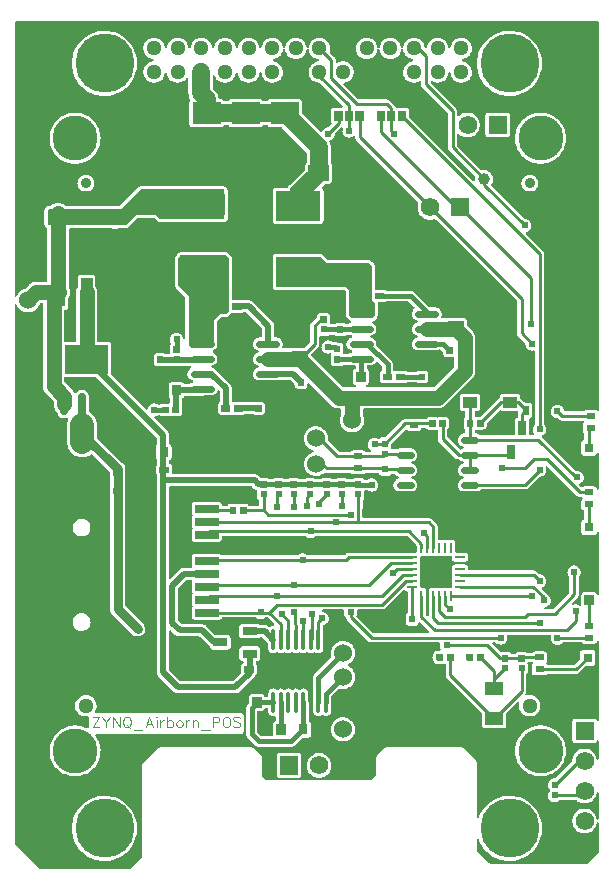
<source format=gtl>
G04 Layer: TopLayer*
G04 EasyEDA v6.4.31, 2022-04-07 10:18:28*
G04 166d8731ec0749d1b06731797b2d177b,10*
G04 Gerber Generator version 0.2*
G04 Scale: 100 percent, Rotated: No, Reflected: No *
G04 Dimensions in inches *
G04 leading zeros omitted , absolute positions ,3 integer and 6 decimal *
%FSLAX36Y36*%
%MOIN*%

%ADD10C,0.0100*%
%ADD11C,0.0500*%
%ADD12C,0.0150*%
%ADD13C,0.0600*%
%ADD14C,0.0200*%
%ADD15C,0.0300*%
%ADD16C,0.0226*%
%ADD17C,0.0276*%
%ADD18C,0.0787*%
%ADD19C,0.0140*%
%ADD20C,0.0236*%
%ADD21C,0.0040*%
%ADD22C,0.0240*%
%ADD23C,0.0394*%
%ADD24R,0.0098X0.0335*%
%ADD25R,0.0335X0.0098*%
%ADD26R,0.0984X0.0984*%
%ADD28R,0.0532X0.0555*%
%ADD29R,0.0510X0.0692*%
%ADD30R,0.0213X0.0223*%
%ADD35R,0.0709X0.0669*%
%ADD36R,0.0669X0.0709*%
%ADD37R,0.0250X0.0350*%
%ADD38R,0.0300X0.0350*%
%ADD39R,0.1496X0.0984*%
%ADD40R,0.0276X0.0492*%
%ADD41R,0.0315X0.0197*%
%ADD43R,0.0386X0.0972*%
%ADD45R,0.0315X0.0354*%
%ADD46R,0.0935X0.0748*%
%ADD47R,0.0213X0.0311*%
%ADD48R,0.0492X0.0276*%
%ADD50R,0.0787X0.0276*%
%ADD51R,0.0787X0.0276*%
%ADD52R,0.0550X0.0472*%
%ADD53R,0.0550X0.0700*%
%ADD54R,0.0900X0.0500*%
%ADD55R,0.0315X0.0315*%
%ADD56C,0.1496*%
%ADD57C,0.0512*%
%ADD58C,0.0354*%
%ADD59C,0.0620*%
%ADD60R,0.0620X0.0620*%
%ADD61C,0.1968*%

%LPD*%
G36*
X1031240Y-378040D02*
G01*
X1029740Y-377740D01*
X1028480Y-376880D01*
X968139Y-316540D01*
X967280Y-315240D01*
X966979Y-313720D01*
X966979Y-278080D01*
X966700Y-275580D01*
X965939Y-273440D01*
X964720Y-271500D01*
X963120Y-269900D01*
X961180Y-268680D01*
X959040Y-267940D01*
X956540Y-267660D01*
X863460Y-267660D01*
X860960Y-267940D01*
X858820Y-268680D01*
X856880Y-269900D01*
X855280Y-271500D01*
X854220Y-273180D01*
X853340Y-274180D01*
X852159Y-274820D01*
X850840Y-275060D01*
X839160Y-275060D01*
X837840Y-274820D01*
X836660Y-274180D01*
X835780Y-273180D01*
X834720Y-271500D01*
X833120Y-269900D01*
X831180Y-268680D01*
X829040Y-267940D01*
X826540Y-267660D01*
X733460Y-267660D01*
X730960Y-267940D01*
X728820Y-268680D01*
X726880Y-269900D01*
X725280Y-271500D01*
X724220Y-273180D01*
X723340Y-274180D01*
X722159Y-274820D01*
X720840Y-275060D01*
X709160Y-275060D01*
X707840Y-274820D01*
X706660Y-274180D01*
X705780Y-273180D01*
X704720Y-271500D01*
X703120Y-269900D01*
X701180Y-268680D01*
X699040Y-267940D01*
X696540Y-267660D01*
X693700Y-267660D01*
X692360Y-267420D01*
X691160Y-266740D01*
X690280Y-265700D01*
X689780Y-264440D01*
X688820Y-259600D01*
X687140Y-254620D01*
X684800Y-249899D01*
X681880Y-245539D01*
X678340Y-241480D01*
X671380Y-234520D01*
X670500Y-233220D01*
X670200Y-231700D01*
X670200Y-193120D01*
X670520Y-191560D01*
X671440Y-190240D01*
X672800Y-189380D01*
X674380Y-189120D01*
X675939Y-189520D01*
X677220Y-190500D01*
X680260Y-196600D01*
X683060Y-200740D01*
X686400Y-204460D01*
X690220Y-207659D01*
X694460Y-210300D01*
X699020Y-212340D01*
X703820Y-213720D01*
X708760Y-214400D01*
X713740Y-214400D01*
X718700Y-213720D01*
X723500Y-212340D01*
X728060Y-210300D01*
X732280Y-207659D01*
X736100Y-204460D01*
X739440Y-200740D01*
X742240Y-196600D01*
X744419Y-192120D01*
X745980Y-187360D01*
X746680Y-183320D01*
X747260Y-181840D01*
X748379Y-180720D01*
X749840Y-180100D01*
X751420Y-180100D01*
X752880Y-180720D01*
X753980Y-181840D01*
X754560Y-183320D01*
X755280Y-187360D01*
X756820Y-192120D01*
X759000Y-196600D01*
X761800Y-200740D01*
X765140Y-204460D01*
X768960Y-207659D01*
X773199Y-210300D01*
X777760Y-212340D01*
X782560Y-213720D01*
X787500Y-214400D01*
X792480Y-214400D01*
X797440Y-213720D01*
X802240Y-212340D01*
X806800Y-210300D01*
X811020Y-207659D01*
X814840Y-204460D01*
X818180Y-200740D01*
X820980Y-196600D01*
X823160Y-192120D01*
X824720Y-187360D01*
X825420Y-183320D01*
X826000Y-181840D01*
X827120Y-180720D01*
X828580Y-180100D01*
X830160Y-180100D01*
X831620Y-180720D01*
X832720Y-181840D01*
X833300Y-183320D01*
X834020Y-187360D01*
X835560Y-192120D01*
X837740Y-196600D01*
X840540Y-200740D01*
X843880Y-204460D01*
X847700Y-207659D01*
X851940Y-210300D01*
X856500Y-212340D01*
X861300Y-213720D01*
X866240Y-214400D01*
X871220Y-214400D01*
X876180Y-213720D01*
X880980Y-212340D01*
X885540Y-210300D01*
X889760Y-207659D01*
X893580Y-204460D01*
X896919Y-200740D01*
X899720Y-196600D01*
X901900Y-192120D01*
X903460Y-187360D01*
X904320Y-182460D01*
X904500Y-177460D01*
X903980Y-172500D01*
X902760Y-167659D01*
X900900Y-163020D01*
X898400Y-158700D01*
X895320Y-154780D01*
X891740Y-151300D01*
X887700Y-148360D01*
X883280Y-146020D01*
X878600Y-144320D01*
X873300Y-143220D01*
X871840Y-142580D01*
X870740Y-141440D01*
X870180Y-139960D01*
X870240Y-138380D01*
X870900Y-136940D01*
X872060Y-135860D01*
X873560Y-135340D01*
X876180Y-134980D01*
X880980Y-133600D01*
X885540Y-131560D01*
X889760Y-128920D01*
X893580Y-125719D01*
X896919Y-122000D01*
X899720Y-117860D01*
X901900Y-113379D01*
X903460Y-108620D01*
X904160Y-104580D01*
X904740Y-103100D01*
X905860Y-101980D01*
X907320Y-101359D01*
X908900Y-101359D01*
X910360Y-101980D01*
X911460Y-103100D01*
X912039Y-104580D01*
X912760Y-108620D01*
X914300Y-113379D01*
X916480Y-117860D01*
X919280Y-122000D01*
X922620Y-125719D01*
X926440Y-128920D01*
X930680Y-131560D01*
X935240Y-133600D01*
X940040Y-134980D01*
X944980Y-135660D01*
X949960Y-135660D01*
X954920Y-134980D01*
X959720Y-133600D01*
X964280Y-131560D01*
X968500Y-128920D01*
X972320Y-125719D01*
X975660Y-122000D01*
X978460Y-117860D01*
X980639Y-113379D01*
X982200Y-108620D01*
X982900Y-104580D01*
X983480Y-103100D01*
X984599Y-101980D01*
X986060Y-101359D01*
X987640Y-101359D01*
X989100Y-101980D01*
X990200Y-103100D01*
X990780Y-104580D01*
X991500Y-108620D01*
X993040Y-113379D01*
X995220Y-117860D01*
X998020Y-122000D01*
X1001360Y-125719D01*
X1005180Y-128920D01*
X1009419Y-131560D01*
X1013980Y-133600D01*
X1018800Y-134980D01*
X1021280Y-135360D01*
X1022760Y-135900D01*
X1023920Y-136960D01*
X1024580Y-138400D01*
X1024620Y-139980D01*
X1024060Y-141460D01*
X1022960Y-142600D01*
X1021500Y-143220D01*
X1016360Y-144320D01*
X1011660Y-146020D01*
X1007260Y-148360D01*
X1003220Y-151300D01*
X999620Y-154780D01*
X996560Y-158700D01*
X994060Y-163020D01*
X992180Y-167659D01*
X990980Y-172500D01*
X990460Y-177460D01*
X990620Y-182460D01*
X991500Y-187360D01*
X993040Y-192120D01*
X995220Y-196600D01*
X998020Y-200740D01*
X1001360Y-204460D01*
X1005180Y-207659D01*
X1009419Y-210300D01*
X1013980Y-212340D01*
X1018780Y-213720D01*
X1023720Y-214400D01*
X1026260Y-214400D01*
X1027780Y-214720D01*
X1029080Y-215580D01*
X1103980Y-290480D01*
X1104840Y-291760D01*
X1105140Y-293300D01*
X1104840Y-294840D01*
X1103980Y-296120D01*
X1102680Y-297000D01*
X1101140Y-297300D01*
X1075220Y-297300D01*
X1072740Y-297580D01*
X1070580Y-298340D01*
X1068660Y-299540D01*
X1067040Y-301160D01*
X1065840Y-303080D01*
X1065080Y-305240D01*
X1064800Y-307720D01*
X1064800Y-342280D01*
X1065080Y-344760D01*
X1065840Y-346920D01*
X1066360Y-347740D01*
X1066860Y-348980D01*
X1066940Y-350319D01*
X1066580Y-351620D01*
X1065800Y-352700D01*
X1056780Y-361719D01*
X1055640Y-362520D01*
X1054300Y-362879D01*
X1051140Y-363160D01*
X1047420Y-364159D01*
X1043900Y-365780D01*
X1040740Y-368000D01*
X1038000Y-370740D01*
X1035780Y-373900D01*
X1034940Y-375740D01*
X1034040Y-376980D01*
X1032740Y-377780D01*
G37*

%LPD*%
G36*
X1106240Y-1229800D02*
G01*
X1104700Y-1229500D01*
X1103400Y-1228620D01*
X998740Y-1123960D01*
X997880Y-1122660D01*
X997560Y-1121140D01*
X997880Y-1119600D01*
X998740Y-1118300D01*
X1020600Y-1096440D01*
X1022620Y-1093980D01*
X1024020Y-1091360D01*
X1024880Y-1088520D01*
X1025200Y-1085360D01*
X1025200Y-1062360D01*
X1025540Y-1060740D01*
X1026520Y-1059400D01*
X1027940Y-1058560D01*
X1029599Y-1058380D01*
X1050400Y-1058380D01*
X1052900Y-1058100D01*
X1055040Y-1057340D01*
X1058480Y-1055040D01*
X1060020Y-1054740D01*
X1074980Y-1054740D01*
X1076520Y-1055040D01*
X1078020Y-1056120D01*
X1079960Y-1057340D01*
X1082100Y-1058100D01*
X1084600Y-1058380D01*
X1105400Y-1058380D01*
X1107900Y-1058100D01*
X1110040Y-1057340D01*
X1113480Y-1055040D01*
X1115020Y-1054740D01*
X1127960Y-1054740D01*
X1133360Y-1056140D01*
X1134900Y-1056940D01*
X1135940Y-1058300D01*
X1136320Y-1060000D01*
X1135940Y-1061700D01*
X1134900Y-1063060D01*
X1133360Y-1063860D01*
X1129820Y-1064820D01*
X1126420Y-1066400D01*
X1123360Y-1068540D01*
X1120700Y-1071200D01*
X1118560Y-1074260D01*
X1116980Y-1077660D01*
X1116000Y-1081260D01*
X1115680Y-1085000D01*
X1116000Y-1088740D01*
X1116980Y-1092340D01*
X1118560Y-1095740D01*
X1120700Y-1098800D01*
X1123360Y-1101460D01*
X1126420Y-1103600D01*
X1129820Y-1105180D01*
X1133360Y-1106140D01*
X1134900Y-1106940D01*
X1135940Y-1108300D01*
X1136320Y-1110000D01*
X1135940Y-1111700D01*
X1134900Y-1113060D01*
X1133360Y-1113860D01*
X1129820Y-1114820D01*
X1126420Y-1116400D01*
X1123240Y-1118620D01*
X1122160Y-1119160D01*
X1120960Y-1119340D01*
X1109680Y-1119340D01*
X1108060Y-1119000D01*
X1106700Y-1118000D01*
X1105880Y-1116560D01*
X1105720Y-1114900D01*
X1105820Y-1113880D01*
X1105820Y-1092040D01*
X1105540Y-1089560D01*
X1104800Y-1087420D01*
X1103580Y-1085480D01*
X1101980Y-1083880D01*
X1100040Y-1082660D01*
X1097900Y-1081900D01*
X1095400Y-1081620D01*
X1089940Y-1081620D01*
X1088700Y-1081420D01*
X1087580Y-1080860D01*
X1086380Y-1079980D01*
X1083420Y-1078520D01*
X1080280Y-1077620D01*
X1076860Y-1077300D01*
X1069520Y-1077300D01*
X1068320Y-1077120D01*
X1067220Y-1076580D01*
X1066100Y-1075780D01*
X1062580Y-1074160D01*
X1058860Y-1073160D01*
X1055000Y-1072820D01*
X1051140Y-1073160D01*
X1047420Y-1074160D01*
X1043900Y-1075780D01*
X1040740Y-1078000D01*
X1038000Y-1080740D01*
X1035780Y-1083900D01*
X1034160Y-1087420D01*
X1033160Y-1091140D01*
X1032820Y-1095000D01*
X1033160Y-1098860D01*
X1034160Y-1102580D01*
X1035780Y-1106100D01*
X1038000Y-1109260D01*
X1040740Y-1112000D01*
X1043900Y-1114220D01*
X1047420Y-1115840D01*
X1051140Y-1116840D01*
X1055000Y-1117180D01*
X1058860Y-1116840D01*
X1060340Y-1116440D01*
X1062060Y-1116380D01*
X1063660Y-1117020D01*
X1064820Y-1118280D01*
X1065360Y-1119920D01*
X1065160Y-1121640D01*
X1064460Y-1123640D01*
X1064180Y-1126120D01*
X1064180Y-1147960D01*
X1064460Y-1150440D01*
X1065200Y-1152580D01*
X1066420Y-1154520D01*
X1068020Y-1156120D01*
X1069960Y-1157340D01*
X1072100Y-1158100D01*
X1074600Y-1158380D01*
X1095400Y-1158380D01*
X1097900Y-1158100D01*
X1100040Y-1157340D01*
X1103480Y-1155040D01*
X1105020Y-1154740D01*
X1127960Y-1154740D01*
X1133440Y-1156160D01*
X1137340Y-1156500D01*
X1144280Y-1156500D01*
X1145820Y-1156800D01*
X1147100Y-1157680D01*
X1147980Y-1158960D01*
X1148280Y-1160500D01*
X1148280Y-1164620D01*
X1147940Y-1166220D01*
X1147000Y-1167540D01*
X1145600Y-1168400D01*
X1144360Y-1168820D01*
X1142440Y-1170040D01*
X1140820Y-1171640D01*
X1139620Y-1173580D01*
X1138860Y-1175720D01*
X1138580Y-1178220D01*
X1138580Y-1211780D01*
X1138860Y-1214280D01*
X1139620Y-1216420D01*
X1140820Y-1218360D01*
X1142440Y-1219960D01*
X1144360Y-1221180D01*
X1146800Y-1222020D01*
X1148160Y-1222840D01*
X1149100Y-1224120D01*
X1149460Y-1225680D01*
X1149200Y-1227240D01*
X1148340Y-1228580D01*
X1147040Y-1229480D01*
X1145480Y-1229800D01*
G37*

%LPD*%
G36*
X1183840Y-1229800D02*
G01*
X1182280Y-1229480D01*
X1180960Y-1228580D01*
X1180100Y-1227240D01*
X1179840Y-1225680D01*
X1180200Y-1224120D01*
X1181140Y-1222840D01*
X1182520Y-1222020D01*
X1184940Y-1221180D01*
X1186880Y-1219960D01*
X1188480Y-1218360D01*
X1189700Y-1216420D01*
X1190460Y-1214280D01*
X1190740Y-1211780D01*
X1190740Y-1178220D01*
X1190460Y-1175720D01*
X1189700Y-1173580D01*
X1188480Y-1171640D01*
X1186880Y-1170040D01*
X1185560Y-1169200D01*
X1184560Y-1168320D01*
X1183900Y-1167140D01*
X1183680Y-1165820D01*
X1183680Y-1160500D01*
X1183980Y-1158960D01*
X1184860Y-1157680D01*
X1186140Y-1156800D01*
X1187680Y-1156500D01*
X1194620Y-1156500D01*
X1198540Y-1156160D01*
X1202160Y-1155180D01*
X1205540Y-1153600D01*
X1208620Y-1151460D01*
X1211260Y-1148820D01*
X1213660Y-1145360D01*
X1214920Y-1144180D01*
X1216580Y-1143640D01*
X1218300Y-1143860D01*
X1219780Y-1144800D01*
X1234660Y-1159700D01*
X1235540Y-1161000D01*
X1235840Y-1162520D01*
X1235840Y-1171580D01*
X1235620Y-1172900D01*
X1234960Y-1174060D01*
X1233960Y-1174960D01*
X1231640Y-1176420D01*
X1230040Y-1178020D01*
X1228820Y-1179960D01*
X1228060Y-1182100D01*
X1227780Y-1184600D01*
X1227780Y-1205400D01*
X1228060Y-1207900D01*
X1228820Y-1210040D01*
X1230040Y-1211980D01*
X1231640Y-1213580D01*
X1233580Y-1214800D01*
X1235720Y-1215540D01*
X1238220Y-1215840D01*
X1268860Y-1215840D01*
X1271360Y-1215540D01*
X1273680Y-1214740D01*
X1275000Y-1214520D01*
X1276320Y-1214740D01*
X1278640Y-1215540D01*
X1281140Y-1215840D01*
X1311780Y-1215840D01*
X1314280Y-1215540D01*
X1316420Y-1214800D01*
X1318760Y-1213320D01*
X1319780Y-1212860D01*
X1320900Y-1212700D01*
X1347940Y-1212700D01*
X1349060Y-1212860D01*
X1350080Y-1213320D01*
X1352420Y-1214800D01*
X1354560Y-1215540D01*
X1357040Y-1215840D01*
X1378880Y-1215840D01*
X1381360Y-1215540D01*
X1383500Y-1214800D01*
X1385440Y-1213580D01*
X1387040Y-1211980D01*
X1388260Y-1210040D01*
X1389019Y-1207900D01*
X1389300Y-1205400D01*
X1389300Y-1184600D01*
X1389019Y-1182100D01*
X1388260Y-1179960D01*
X1387040Y-1178020D01*
X1385440Y-1176420D01*
X1383500Y-1175200D01*
X1381360Y-1174460D01*
X1378880Y-1174180D01*
X1357040Y-1174180D01*
X1354560Y-1174460D01*
X1352420Y-1175200D01*
X1350080Y-1176680D01*
X1349060Y-1177140D01*
X1347940Y-1177300D01*
X1320900Y-1177300D01*
X1319780Y-1177140D01*
X1318760Y-1176680D01*
X1316420Y-1175200D01*
X1314280Y-1174460D01*
X1311780Y-1174180D01*
X1281140Y-1174180D01*
X1278640Y-1174460D01*
X1276560Y-1175180D01*
X1275060Y-1175400D01*
X1273580Y-1175040D01*
X1272340Y-1174160D01*
X1271520Y-1172900D01*
X1271240Y-1171400D01*
X1271220Y-1152860D01*
X1270760Y-1149500D01*
X1269720Y-1146400D01*
X1268120Y-1143540D01*
X1265920Y-1140900D01*
X1217100Y-1092080D01*
X1216180Y-1090620D01*
X1215940Y-1088900D01*
X1216280Y-1085000D01*
X1215960Y-1081260D01*
X1215000Y-1077660D01*
X1213400Y-1074260D01*
X1211260Y-1071200D01*
X1208620Y-1068540D01*
X1205540Y-1066400D01*
X1202160Y-1064820D01*
X1198620Y-1063860D01*
X1197080Y-1063060D01*
X1196020Y-1061700D01*
X1195640Y-1060000D01*
X1196020Y-1058300D01*
X1197080Y-1056940D01*
X1198620Y-1056140D01*
X1202160Y-1055180D01*
X1205540Y-1053600D01*
X1208620Y-1051460D01*
X1211260Y-1048800D01*
X1213400Y-1045740D01*
X1215000Y-1042340D01*
X1215960Y-1038740D01*
X1216280Y-1035000D01*
X1215960Y-1031260D01*
X1215000Y-1027660D01*
X1213400Y-1024260D01*
X1211260Y-1021200D01*
X1208620Y-1018540D01*
X1205540Y-1016400D01*
X1204980Y-1016140D01*
X1203640Y-1015120D01*
X1202840Y-1013620D01*
X1202720Y-1011940D01*
X1203320Y-1010340D01*
X1204500Y-1009140D01*
X1206420Y-1007920D01*
X1207300Y-1007140D01*
X1217140Y-997300D01*
X1218640Y-995420D01*
X1219620Y-993360D01*
X1220120Y-991140D01*
X1220200Y-989880D01*
X1220200Y-950060D01*
X1220440Y-948460D01*
X1221280Y-947080D01*
X1222600Y-946160D01*
X1224200Y-945840D01*
X1241780Y-945840D01*
X1244280Y-945540D01*
X1246420Y-944800D01*
X1248760Y-943319D01*
X1249780Y-942860D01*
X1250900Y-942700D01*
X1321020Y-942700D01*
X1322540Y-943000D01*
X1323839Y-943880D01*
X1342200Y-962240D01*
X1343140Y-963700D01*
X1343360Y-965420D01*
X1342840Y-967060D01*
X1338740Y-971200D01*
X1336600Y-974260D01*
X1335000Y-977660D01*
X1334040Y-981260D01*
X1333720Y-985000D01*
X1334040Y-988740D01*
X1335000Y-992340D01*
X1336600Y-995740D01*
X1338740Y-998800D01*
X1341380Y-1001460D01*
X1344460Y-1003600D01*
X1347840Y-1005180D01*
X1351380Y-1006140D01*
X1352920Y-1006940D01*
X1353980Y-1008300D01*
X1354360Y-1010000D01*
X1353980Y-1011700D01*
X1352920Y-1013060D01*
X1351380Y-1013860D01*
X1347840Y-1014820D01*
X1344460Y-1016400D01*
X1341380Y-1018540D01*
X1338740Y-1021200D01*
X1336600Y-1024260D01*
X1335000Y-1027660D01*
X1334040Y-1031260D01*
X1333720Y-1035000D01*
X1334040Y-1038740D01*
X1335000Y-1042340D01*
X1336600Y-1045740D01*
X1338740Y-1048800D01*
X1341380Y-1051460D01*
X1344460Y-1053600D01*
X1347840Y-1055180D01*
X1351380Y-1056140D01*
X1352920Y-1056940D01*
X1353980Y-1058300D01*
X1354360Y-1060000D01*
X1353980Y-1061700D01*
X1352920Y-1063060D01*
X1351380Y-1063860D01*
X1347840Y-1064820D01*
X1344460Y-1066400D01*
X1341380Y-1068540D01*
X1338740Y-1071200D01*
X1336600Y-1074260D01*
X1335000Y-1077660D01*
X1334040Y-1081260D01*
X1333720Y-1085000D01*
X1334040Y-1088740D01*
X1335000Y-1092340D01*
X1336600Y-1095740D01*
X1338740Y-1098800D01*
X1341380Y-1101460D01*
X1344460Y-1103600D01*
X1347840Y-1105180D01*
X1351459Y-1106160D01*
X1355380Y-1106500D01*
X1412660Y-1106500D01*
X1416560Y-1106160D01*
X1420180Y-1105180D01*
X1423580Y-1103600D01*
X1424920Y-1102880D01*
X1426140Y-1102700D01*
X1428060Y-1102700D01*
X1429580Y-1103000D01*
X1430880Y-1103880D01*
X1438000Y-1111000D01*
X1438860Y-1112280D01*
X1439180Y-1113820D01*
X1439180Y-1118880D01*
X1439460Y-1121360D01*
X1440200Y-1123500D01*
X1441420Y-1125440D01*
X1443020Y-1127040D01*
X1444960Y-1128260D01*
X1447100Y-1129020D01*
X1449600Y-1129300D01*
X1470400Y-1129300D01*
X1472060Y-1129480D01*
X1473480Y-1130320D01*
X1474460Y-1131660D01*
X1474800Y-1133280D01*
X1474800Y-1158760D01*
X1474500Y-1160300D01*
X1473620Y-1161600D01*
X1406600Y-1228620D01*
X1405300Y-1229500D01*
X1403760Y-1229800D01*
G37*

%LPD*%
G36*
X1563420Y-1389800D02*
G01*
X1561900Y-1389500D01*
X1560600Y-1388620D01*
X1560120Y-1388160D01*
X1556980Y-1385960D01*
X1553500Y-1384340D01*
X1549800Y-1383340D01*
X1546800Y-1383080D01*
X1545380Y-1382680D01*
X1544199Y-1381800D01*
X1543420Y-1380540D01*
X1543140Y-1379079D01*
X1543160Y-1374259D01*
X1543440Y-1372780D01*
X1544259Y-1371500D01*
X1545500Y-1370620D01*
X1546980Y-1370280D01*
X1551120Y-1370840D01*
X1572960Y-1370840D01*
X1575440Y-1370540D01*
X1577580Y-1369800D01*
X1579520Y-1368580D01*
X1581120Y-1366980D01*
X1582340Y-1365040D01*
X1583100Y-1362900D01*
X1583380Y-1360400D01*
X1583380Y-1351819D01*
X1583680Y-1350280D01*
X1584540Y-1348980D01*
X1626600Y-1306940D01*
X1627680Y-1306160D01*
X1628980Y-1305800D01*
X1630320Y-1305880D01*
X1631560Y-1306399D01*
X1633899Y-1307880D01*
X1636040Y-1308620D01*
X1638540Y-1308899D01*
X1684300Y-1308899D01*
X1685760Y-1309180D01*
X1687020Y-1309960D01*
X1687900Y-1311160D01*
X1688280Y-1312580D01*
X1688140Y-1314060D01*
X1687520Y-1316100D01*
X1687200Y-1319259D01*
X1687200Y-1327980D01*
X1686860Y-1329580D01*
X1685920Y-1330900D01*
X1684199Y-1331860D01*
X1682280Y-1333080D01*
X1680660Y-1334680D01*
X1679460Y-1336620D01*
X1678700Y-1338760D01*
X1678420Y-1341260D01*
X1678420Y-1385800D01*
X1678120Y-1387340D01*
X1677260Y-1388620D01*
X1675960Y-1389500D01*
X1674420Y-1389800D01*
G37*

%LPD*%
G36*
X1954180Y-1570480D02*
G01*
X1952620Y-1570120D01*
X1951339Y-1569180D01*
X1950540Y-1567820D01*
X1949920Y-1566060D01*
X1948700Y-1564120D01*
X1947100Y-1562520D01*
X1945160Y-1561300D01*
X1943020Y-1560540D01*
X1940520Y-1560260D01*
X1909480Y-1560260D01*
X1906980Y-1560540D01*
X1904840Y-1561300D01*
X1903220Y-1562320D01*
X1901980Y-1562840D01*
X1900640Y-1562900D01*
X1899360Y-1562540D01*
X1898260Y-1561759D01*
X1893060Y-1556560D01*
X1892200Y-1555280D01*
X1891879Y-1553800D01*
X1892140Y-1552300D01*
X1892960Y-1551000D01*
X1894180Y-1550100D01*
X1896100Y-1549220D01*
X1899259Y-1547000D01*
X1902000Y-1544259D01*
X1904220Y-1541100D01*
X1905840Y-1537580D01*
X1906840Y-1533860D01*
X1907180Y-1530000D01*
X1906840Y-1526140D01*
X1905840Y-1522420D01*
X1904220Y-1518899D01*
X1902000Y-1515740D01*
X1899259Y-1513000D01*
X1896100Y-1510780D01*
X1892580Y-1509160D01*
X1888860Y-1508160D01*
X1885000Y-1507820D01*
X1881620Y-1508120D01*
X1879920Y-1507880D01*
X1878460Y-1506960D01*
X1768060Y-1396560D01*
X1767200Y-1395280D01*
X1766879Y-1393800D01*
X1767140Y-1392300D01*
X1767960Y-1391000D01*
X1769180Y-1390100D01*
X1771100Y-1389220D01*
X1774259Y-1387000D01*
X1777000Y-1384259D01*
X1779220Y-1381100D01*
X1780840Y-1377580D01*
X1781840Y-1373860D01*
X1782180Y-1370000D01*
X1781840Y-1366140D01*
X1780840Y-1362420D01*
X1779220Y-1358899D01*
X1777000Y-1355740D01*
X1776380Y-1355120D01*
X1775500Y-1353820D01*
X1775200Y-1352280D01*
X1775200Y-785200D01*
X1774880Y-782039D01*
X1774019Y-779200D01*
X1772620Y-776560D01*
X1770600Y-774120D01*
X1714400Y-717920D01*
X1713500Y-716520D01*
X1713240Y-714880D01*
X1713680Y-713259D01*
X1714720Y-711979D01*
X1716200Y-711220D01*
X1717580Y-710840D01*
X1721100Y-709220D01*
X1724259Y-707000D01*
X1727000Y-704260D01*
X1729220Y-701100D01*
X1730840Y-697580D01*
X1731840Y-693860D01*
X1732180Y-690000D01*
X1731840Y-686140D01*
X1730840Y-682420D01*
X1729220Y-678900D01*
X1727000Y-675740D01*
X1724259Y-673000D01*
X1721100Y-670780D01*
X1717580Y-669160D01*
X1713860Y-668160D01*
X1710700Y-667880D01*
X1709360Y-667520D01*
X1708220Y-666720D01*
X1599400Y-557900D01*
X1598580Y-556700D01*
X1598240Y-555280D01*
X1598440Y-553820D01*
X1601780Y-548260D01*
X1603480Y-544020D01*
X1604520Y-539560D01*
X1604880Y-535000D01*
X1604520Y-530440D01*
X1603480Y-525980D01*
X1601780Y-521740D01*
X1599440Y-517819D01*
X1596519Y-514280D01*
X1593100Y-511240D01*
X1589280Y-508760D01*
X1585100Y-506880D01*
X1580680Y-505680D01*
X1576140Y-505140D01*
X1571579Y-505319D01*
X1569680Y-505700D01*
X1568380Y-505720D01*
X1567140Y-505340D01*
X1566080Y-504600D01*
X1486380Y-424880D01*
X1485500Y-423579D01*
X1485200Y-422040D01*
X1485200Y-387980D01*
X1485480Y-386480D01*
X1486320Y-385220D01*
X1487540Y-384340D01*
X1489019Y-383980D01*
X1490520Y-384200D01*
X1491840Y-384980D01*
X1494920Y-387680D01*
X1499400Y-390680D01*
X1504240Y-393060D01*
X1509340Y-394780D01*
X1514620Y-395840D01*
X1520000Y-396200D01*
X1525380Y-395840D01*
X1530660Y-394780D01*
X1535760Y-393060D01*
X1540600Y-390680D01*
X1545080Y-387680D01*
X1549120Y-384120D01*
X1552680Y-380080D01*
X1555680Y-375600D01*
X1558060Y-370760D01*
X1559780Y-365660D01*
X1560840Y-360379D01*
X1561200Y-355000D01*
X1560840Y-349620D01*
X1559780Y-344340D01*
X1558060Y-339240D01*
X1555680Y-334400D01*
X1552680Y-329920D01*
X1549120Y-325880D01*
X1545080Y-322320D01*
X1540600Y-319320D01*
X1535760Y-316940D01*
X1530660Y-315220D01*
X1525380Y-314160D01*
X1520000Y-313800D01*
X1514620Y-314160D01*
X1509340Y-315220D01*
X1504240Y-316940D01*
X1499400Y-319320D01*
X1494920Y-322320D01*
X1491840Y-325020D01*
X1490520Y-325800D01*
X1489019Y-326019D01*
X1487540Y-325660D01*
X1486320Y-324780D01*
X1485480Y-323519D01*
X1485200Y-322020D01*
X1485200Y-310200D01*
X1484880Y-307040D01*
X1484019Y-304200D01*
X1482620Y-301560D01*
X1480600Y-299120D01*
X1397780Y-216280D01*
X1396879Y-214899D01*
X1396600Y-213260D01*
X1397020Y-211660D01*
X1398060Y-210360D01*
X1399520Y-209600D01*
X1401180Y-209500D01*
X1407680Y-212340D01*
X1412480Y-213720D01*
X1417420Y-214400D01*
X1422400Y-214400D01*
X1427360Y-213720D01*
X1432160Y-212340D01*
X1436720Y-210300D01*
X1440940Y-207659D01*
X1444760Y-204460D01*
X1448100Y-200740D01*
X1450900Y-196600D01*
X1453080Y-192120D01*
X1454640Y-187360D01*
X1455340Y-183320D01*
X1455920Y-181840D01*
X1457040Y-180720D01*
X1458500Y-180100D01*
X1460080Y-180100D01*
X1461540Y-180720D01*
X1462640Y-181840D01*
X1463220Y-183320D01*
X1463940Y-187360D01*
X1465480Y-192120D01*
X1467660Y-196600D01*
X1470460Y-200740D01*
X1473800Y-204460D01*
X1477620Y-207659D01*
X1481860Y-210300D01*
X1486420Y-212340D01*
X1491220Y-213720D01*
X1496160Y-214400D01*
X1501140Y-214400D01*
X1506100Y-213720D01*
X1510900Y-212340D01*
X1515460Y-210300D01*
X1519680Y-207659D01*
X1523500Y-204460D01*
X1526840Y-200740D01*
X1529640Y-196600D01*
X1531819Y-192120D01*
X1533380Y-187360D01*
X1534240Y-182460D01*
X1534420Y-177460D01*
X1533899Y-172500D01*
X1532680Y-167659D01*
X1530820Y-163020D01*
X1528320Y-158700D01*
X1525240Y-154780D01*
X1521660Y-151300D01*
X1517620Y-148360D01*
X1513200Y-146020D01*
X1508520Y-144320D01*
X1503220Y-143220D01*
X1501759Y-142580D01*
X1500660Y-141440D01*
X1500100Y-139960D01*
X1500160Y-138380D01*
X1500820Y-136940D01*
X1501980Y-135860D01*
X1503480Y-135340D01*
X1506100Y-134980D01*
X1510900Y-133600D01*
X1515460Y-131560D01*
X1519680Y-128920D01*
X1523500Y-125719D01*
X1526840Y-122000D01*
X1529640Y-117860D01*
X1531819Y-113379D01*
X1533380Y-108620D01*
X1534240Y-103720D01*
X1534420Y-98720D01*
X1533899Y-93760D01*
X1532680Y-88920D01*
X1530820Y-84280D01*
X1528320Y-79960D01*
X1525240Y-76040D01*
X1521660Y-72560D01*
X1517620Y-69620D01*
X1513200Y-67280D01*
X1508520Y-65580D01*
X1503640Y-64540D01*
X1498660Y-64200D01*
X1493680Y-64540D01*
X1488800Y-65580D01*
X1484100Y-67280D01*
X1479700Y-69620D01*
X1475660Y-72560D01*
X1472060Y-76040D01*
X1469000Y-79960D01*
X1466500Y-84280D01*
X1464620Y-88920D01*
X1463420Y-93760D01*
X1463260Y-95239D01*
X1462740Y-96820D01*
X1461639Y-98040D01*
X1460120Y-98720D01*
X1458460Y-98720D01*
X1456940Y-98040D01*
X1455820Y-96820D01*
X1455300Y-95239D01*
X1455160Y-93760D01*
X1453940Y-88920D01*
X1452080Y-84280D01*
X1449580Y-79960D01*
X1446500Y-76040D01*
X1442920Y-72560D01*
X1438880Y-69620D01*
X1434460Y-67280D01*
X1429780Y-65580D01*
X1424900Y-64540D01*
X1419920Y-64200D01*
X1414940Y-64540D01*
X1410060Y-65580D01*
X1405360Y-67280D01*
X1400960Y-69620D01*
X1396920Y-72560D01*
X1393320Y-76040D01*
X1390260Y-79960D01*
X1387760Y-84280D01*
X1385880Y-88920D01*
X1384680Y-93760D01*
X1384520Y-95280D01*
X1384000Y-96860D01*
X1382880Y-98100D01*
X1381360Y-98760D01*
X1379700Y-98760D01*
X1378180Y-98080D01*
X1377060Y-96840D01*
X1376560Y-95260D01*
X1376399Y-93740D01*
X1375200Y-88920D01*
X1373340Y-84280D01*
X1370840Y-79960D01*
X1367760Y-76040D01*
X1364180Y-72560D01*
X1360140Y-69620D01*
X1355720Y-67280D01*
X1351040Y-65580D01*
X1346160Y-64540D01*
X1341180Y-64200D01*
X1336200Y-64540D01*
X1331320Y-65580D01*
X1326620Y-67280D01*
X1322220Y-69620D01*
X1318180Y-72560D01*
X1314580Y-76040D01*
X1311519Y-79960D01*
X1309019Y-84280D01*
X1307140Y-88920D01*
X1305940Y-93760D01*
X1305780Y-95239D01*
X1305260Y-96820D01*
X1304160Y-98040D01*
X1302640Y-98720D01*
X1300980Y-98720D01*
X1299460Y-98040D01*
X1298340Y-96820D01*
X1297820Y-95239D01*
X1297680Y-93760D01*
X1296459Y-88920D01*
X1294600Y-84280D01*
X1292100Y-79960D01*
X1289019Y-76040D01*
X1285440Y-72560D01*
X1281399Y-69620D01*
X1276980Y-67280D01*
X1272300Y-65580D01*
X1267420Y-64540D01*
X1262440Y-64200D01*
X1257460Y-64540D01*
X1252580Y-65580D01*
X1247880Y-67280D01*
X1243480Y-69620D01*
X1239440Y-72560D01*
X1235840Y-76040D01*
X1232780Y-79960D01*
X1230280Y-84280D01*
X1228400Y-88920D01*
X1227200Y-93760D01*
X1227040Y-95239D01*
X1226520Y-96820D01*
X1225420Y-98040D01*
X1223900Y-98720D01*
X1222240Y-98720D01*
X1220720Y-98040D01*
X1219600Y-96820D01*
X1219080Y-95239D01*
X1218940Y-93760D01*
X1217720Y-88920D01*
X1215860Y-84280D01*
X1213360Y-79960D01*
X1210280Y-76040D01*
X1206700Y-72560D01*
X1202660Y-69620D01*
X1198240Y-67280D01*
X1193560Y-65580D01*
X1188680Y-64540D01*
X1183700Y-64200D01*
X1178720Y-64540D01*
X1173840Y-65580D01*
X1169140Y-67280D01*
X1164740Y-69620D01*
X1160700Y-72560D01*
X1157100Y-76040D01*
X1154040Y-79960D01*
X1151540Y-84280D01*
X1149660Y-88920D01*
X1148460Y-93760D01*
X1147940Y-98720D01*
X1148100Y-103720D01*
X1148980Y-108620D01*
X1150520Y-113379D01*
X1152700Y-117860D01*
X1155500Y-122000D01*
X1158840Y-125719D01*
X1162660Y-128920D01*
X1166900Y-131560D01*
X1171460Y-133600D01*
X1176260Y-134980D01*
X1181200Y-135660D01*
X1186180Y-135660D01*
X1191140Y-134980D01*
X1195940Y-133600D01*
X1200500Y-131560D01*
X1204720Y-128920D01*
X1208540Y-125719D01*
X1211880Y-122000D01*
X1214680Y-117860D01*
X1216860Y-113379D01*
X1218420Y-108620D01*
X1219120Y-104580D01*
X1219700Y-103100D01*
X1220820Y-101980D01*
X1222280Y-101359D01*
X1223860Y-101359D01*
X1225320Y-101980D01*
X1226420Y-103100D01*
X1227000Y-104580D01*
X1227720Y-108620D01*
X1229260Y-113379D01*
X1231440Y-117860D01*
X1234240Y-122000D01*
X1237580Y-125719D01*
X1241400Y-128920D01*
X1245640Y-131560D01*
X1250200Y-133600D01*
X1255000Y-134980D01*
X1259940Y-135660D01*
X1264920Y-135660D01*
X1269880Y-134980D01*
X1274680Y-133600D01*
X1279240Y-131560D01*
X1283460Y-128920D01*
X1287280Y-125719D01*
X1290620Y-122000D01*
X1293420Y-117860D01*
X1295600Y-113379D01*
X1297160Y-108620D01*
X1297860Y-104580D01*
X1298440Y-103100D01*
X1299560Y-101980D01*
X1301020Y-101359D01*
X1302600Y-101359D01*
X1304060Y-101980D01*
X1305160Y-103100D01*
X1305740Y-104580D01*
X1306459Y-108620D01*
X1308000Y-113379D01*
X1310180Y-117860D01*
X1312980Y-122000D01*
X1316320Y-125719D01*
X1320140Y-128920D01*
X1324379Y-131560D01*
X1328940Y-133600D01*
X1333760Y-134980D01*
X1336240Y-135360D01*
X1337720Y-135900D01*
X1338880Y-136960D01*
X1339540Y-138400D01*
X1339580Y-139980D01*
X1339019Y-141460D01*
X1337920Y-142600D01*
X1336459Y-143220D01*
X1331320Y-144320D01*
X1326620Y-146020D01*
X1322220Y-148360D01*
X1318180Y-151300D01*
X1314580Y-154780D01*
X1311519Y-158700D01*
X1309019Y-163020D01*
X1307140Y-167659D01*
X1305940Y-172500D01*
X1305420Y-177460D01*
X1305580Y-182460D01*
X1306459Y-187360D01*
X1308000Y-192120D01*
X1310180Y-196600D01*
X1312980Y-200740D01*
X1316320Y-204460D01*
X1320140Y-207659D01*
X1324379Y-210300D01*
X1328940Y-212340D01*
X1333740Y-213720D01*
X1338680Y-214400D01*
X1343660Y-214400D01*
X1348620Y-213720D01*
X1353420Y-212340D01*
X1357980Y-210300D01*
X1358680Y-209860D01*
X1360280Y-209280D01*
X1361960Y-209420D01*
X1363440Y-210240D01*
X1364440Y-211600D01*
X1364800Y-213260D01*
X1364800Y-219800D01*
X1365120Y-222960D01*
X1365980Y-225799D01*
X1367380Y-228440D01*
X1369400Y-230880D01*
X1453620Y-315120D01*
X1454500Y-316420D01*
X1454800Y-317960D01*
X1454800Y-429799D01*
X1455120Y-432960D01*
X1455980Y-435800D01*
X1457380Y-438440D01*
X1459400Y-440880D01*
X1544580Y-526080D01*
X1545320Y-527080D01*
X1545700Y-528280D01*
X1545700Y-529520D01*
X1545220Y-532720D01*
X1545220Y-537280D01*
X1545440Y-538720D01*
X1545340Y-540380D01*
X1544580Y-541860D01*
X1543300Y-542900D01*
X1541680Y-543320D01*
X1540040Y-543060D01*
X1538660Y-542160D01*
X1326380Y-329880D01*
X1325500Y-328579D01*
X1325200Y-327040D01*
X1325200Y-307720D01*
X1324920Y-305240D01*
X1324160Y-303080D01*
X1322960Y-301160D01*
X1321339Y-299540D01*
X1319420Y-298340D01*
X1317260Y-297580D01*
X1314780Y-297300D01*
X1285220Y-297300D01*
X1283460Y-297500D01*
X1282080Y-297420D01*
X1280800Y-296860D01*
X1279800Y-295920D01*
X1279020Y-294200D01*
X1277620Y-291560D01*
X1275600Y-289120D01*
X1260880Y-274400D01*
X1258440Y-272380D01*
X1255800Y-270980D01*
X1252960Y-270120D01*
X1249800Y-269800D01*
X1157960Y-269800D01*
X1156420Y-269500D01*
X1155120Y-268620D01*
X1107380Y-220880D01*
X1106440Y-219400D01*
X1106240Y-217659D01*
X1106780Y-215980D01*
X1108000Y-214720D01*
X1109660Y-214100D01*
X1112400Y-213720D01*
X1117200Y-212340D01*
X1121760Y-210300D01*
X1125980Y-207659D01*
X1129800Y-204460D01*
X1133140Y-200740D01*
X1135940Y-196600D01*
X1138120Y-192120D01*
X1139680Y-187360D01*
X1140540Y-182460D01*
X1140720Y-177460D01*
X1140200Y-172500D01*
X1138980Y-167659D01*
X1137120Y-163020D01*
X1134620Y-158700D01*
X1131540Y-154780D01*
X1127960Y-151300D01*
X1123920Y-148360D01*
X1119500Y-146020D01*
X1114820Y-144320D01*
X1109940Y-143280D01*
X1104960Y-142940D01*
X1099980Y-143280D01*
X1095100Y-144320D01*
X1090400Y-146020D01*
X1086080Y-148320D01*
X1084500Y-148780D01*
X1082880Y-148560D01*
X1081480Y-147720D01*
X1080540Y-146400D01*
X1080200Y-144800D01*
X1080200Y-138960D01*
X1079880Y-135800D01*
X1079020Y-132960D01*
X1077620Y-130340D01*
X1075600Y-127880D01*
X1061540Y-113820D01*
X1060720Y-112620D01*
X1060380Y-111199D01*
X1060560Y-109760D01*
X1060940Y-108620D01*
X1061800Y-103720D01*
X1061980Y-98720D01*
X1061460Y-93760D01*
X1060240Y-88920D01*
X1058380Y-84280D01*
X1055880Y-79960D01*
X1052800Y-76040D01*
X1049220Y-72560D01*
X1045180Y-69620D01*
X1040759Y-67280D01*
X1036080Y-65580D01*
X1031200Y-64540D01*
X1026220Y-64200D01*
X1021240Y-64540D01*
X1016360Y-65580D01*
X1011660Y-67280D01*
X1007260Y-69620D01*
X1003220Y-72560D01*
X999620Y-76040D01*
X996560Y-79960D01*
X994060Y-84280D01*
X992180Y-88920D01*
X990980Y-93760D01*
X990819Y-95239D01*
X990300Y-96820D01*
X989200Y-98040D01*
X987680Y-98720D01*
X986020Y-98720D01*
X984500Y-98040D01*
X983379Y-96820D01*
X982860Y-95239D01*
X982720Y-93760D01*
X981500Y-88920D01*
X979640Y-84280D01*
X977140Y-79960D01*
X974060Y-76040D01*
X970480Y-72560D01*
X966440Y-69620D01*
X962020Y-67280D01*
X957340Y-65580D01*
X952460Y-64540D01*
X947480Y-64200D01*
X942500Y-64540D01*
X937620Y-65580D01*
X932920Y-67280D01*
X928520Y-69620D01*
X924479Y-72560D01*
X920879Y-76040D01*
X917820Y-79960D01*
X915320Y-84280D01*
X913439Y-88920D01*
X912240Y-93760D01*
X912080Y-95239D01*
X911560Y-96820D01*
X910460Y-98040D01*
X908940Y-98720D01*
X907280Y-98720D01*
X905759Y-98040D01*
X904640Y-96820D01*
X904120Y-95239D01*
X903980Y-93760D01*
X902760Y-88920D01*
X900900Y-84280D01*
X898400Y-79960D01*
X895320Y-76040D01*
X891740Y-72560D01*
X887700Y-69620D01*
X883280Y-67280D01*
X878600Y-65580D01*
X873720Y-64540D01*
X868740Y-64200D01*
X863760Y-64540D01*
X858880Y-65580D01*
X854180Y-67280D01*
X849780Y-69620D01*
X845740Y-72560D01*
X842140Y-76040D01*
X839080Y-79960D01*
X836580Y-84280D01*
X834700Y-88920D01*
X833500Y-93760D01*
X833340Y-95239D01*
X832820Y-96820D01*
X831720Y-98040D01*
X830200Y-98720D01*
X828540Y-98720D01*
X827020Y-98040D01*
X825900Y-96820D01*
X825380Y-95239D01*
X825240Y-93760D01*
X824020Y-88920D01*
X822159Y-84280D01*
X819659Y-79960D01*
X816580Y-76040D01*
X813000Y-72560D01*
X808960Y-69620D01*
X804539Y-67280D01*
X799860Y-65580D01*
X794980Y-64540D01*
X790000Y-64200D01*
X785020Y-64540D01*
X780140Y-65580D01*
X775440Y-67280D01*
X771040Y-69620D01*
X767000Y-72560D01*
X763400Y-76040D01*
X760340Y-79960D01*
X757840Y-84280D01*
X755960Y-88920D01*
X754760Y-93760D01*
X754599Y-95239D01*
X754080Y-96820D01*
X752980Y-98040D01*
X751460Y-98720D01*
X749800Y-98720D01*
X748280Y-98040D01*
X747159Y-96820D01*
X746640Y-95239D01*
X746500Y-93760D01*
X745280Y-88920D01*
X743420Y-84280D01*
X740920Y-79960D01*
X737840Y-76040D01*
X734260Y-72560D01*
X730220Y-69620D01*
X725800Y-67280D01*
X721120Y-65580D01*
X716240Y-64540D01*
X711260Y-64200D01*
X706280Y-64540D01*
X701400Y-65580D01*
X696700Y-67280D01*
X692300Y-69620D01*
X688259Y-72560D01*
X684659Y-76040D01*
X681600Y-79960D01*
X679100Y-84280D01*
X677220Y-88920D01*
X676020Y-93760D01*
X675860Y-95239D01*
X675340Y-96820D01*
X674240Y-98040D01*
X672720Y-98720D01*
X671060Y-98720D01*
X669539Y-98040D01*
X668420Y-96820D01*
X667900Y-95239D01*
X667760Y-93760D01*
X666540Y-88920D01*
X664680Y-84280D01*
X662180Y-79960D01*
X659100Y-76040D01*
X655520Y-72560D01*
X651480Y-69620D01*
X647060Y-67280D01*
X642380Y-65580D01*
X637500Y-64540D01*
X632520Y-64200D01*
X627540Y-64540D01*
X622660Y-65580D01*
X617960Y-67280D01*
X613560Y-69620D01*
X609520Y-72560D01*
X605920Y-76040D01*
X602860Y-79960D01*
X600360Y-84280D01*
X598480Y-88920D01*
X597280Y-93760D01*
X597120Y-95239D01*
X596600Y-96820D01*
X595500Y-98040D01*
X593980Y-98720D01*
X592320Y-98720D01*
X590800Y-98040D01*
X589680Y-96820D01*
X589160Y-95239D01*
X589020Y-93760D01*
X587800Y-88920D01*
X585940Y-84280D01*
X583440Y-79960D01*
X580360Y-76040D01*
X576780Y-72560D01*
X572740Y-69620D01*
X568320Y-67280D01*
X563640Y-65580D01*
X558760Y-64540D01*
X553780Y-64200D01*
X548800Y-64540D01*
X543920Y-65580D01*
X539220Y-67280D01*
X534820Y-69620D01*
X530780Y-72560D01*
X527180Y-76040D01*
X524120Y-79960D01*
X521620Y-84280D01*
X519739Y-88920D01*
X518540Y-93760D01*
X518380Y-95239D01*
X517860Y-96820D01*
X516760Y-98059D01*
X515240Y-98740D01*
X513579Y-98740D01*
X512060Y-98059D01*
X510940Y-96820D01*
X510420Y-95239D01*
X510260Y-93760D01*
X509060Y-88920D01*
X507200Y-84300D01*
X504700Y-79960D01*
X501620Y-76040D01*
X498040Y-72560D01*
X494000Y-69640D01*
X489580Y-67280D01*
X484900Y-65580D01*
X480020Y-64540D01*
X475040Y-64200D01*
X470060Y-64540D01*
X465160Y-65580D01*
X460480Y-67280D01*
X456079Y-69640D01*
X452040Y-72560D01*
X448440Y-76040D01*
X445360Y-79960D01*
X442879Y-84300D01*
X441000Y-88920D01*
X439799Y-93760D01*
X439280Y-98720D01*
X439440Y-103720D01*
X440319Y-108640D01*
X441860Y-113379D01*
X444040Y-117860D01*
X446840Y-122000D01*
X450180Y-125719D01*
X454000Y-128920D01*
X458240Y-131560D01*
X462800Y-133600D01*
X467620Y-134980D01*
X470100Y-135360D01*
X471580Y-135900D01*
X472740Y-136960D01*
X473400Y-138400D01*
X473440Y-139980D01*
X472879Y-141460D01*
X471780Y-142600D01*
X470319Y-143220D01*
X465180Y-144320D01*
X460480Y-146020D01*
X456079Y-148360D01*
X452040Y-151300D01*
X448440Y-154780D01*
X445379Y-158700D01*
X442879Y-163020D01*
X441000Y-167659D01*
X439799Y-172500D01*
X439280Y-177460D01*
X439440Y-182460D01*
X440319Y-187360D01*
X441860Y-192120D01*
X444040Y-196600D01*
X446840Y-200740D01*
X450180Y-204460D01*
X454000Y-207659D01*
X458240Y-210300D01*
X462800Y-212340D01*
X467600Y-213720D01*
X472540Y-214400D01*
X477520Y-214400D01*
X482480Y-213720D01*
X487280Y-212340D01*
X491840Y-210300D01*
X496060Y-207659D01*
X499880Y-204460D01*
X503220Y-200740D01*
X506019Y-196600D01*
X508200Y-192120D01*
X509760Y-187360D01*
X510460Y-183320D01*
X511040Y-181840D01*
X512160Y-180720D01*
X513620Y-180100D01*
X515200Y-180100D01*
X516659Y-180720D01*
X517760Y-181840D01*
X518340Y-183320D01*
X519060Y-187360D01*
X520600Y-192120D01*
X522780Y-196600D01*
X525580Y-200740D01*
X528920Y-204460D01*
X532740Y-207659D01*
X536980Y-210300D01*
X541540Y-212340D01*
X546340Y-213720D01*
X551280Y-214400D01*
X556260Y-214400D01*
X561220Y-213720D01*
X566020Y-212340D01*
X570580Y-210300D01*
X574800Y-207659D01*
X578620Y-204460D01*
X581960Y-200740D01*
X582480Y-199980D01*
X583700Y-198820D01*
X585280Y-198240D01*
X586960Y-198400D01*
X588440Y-199220D01*
X589440Y-200560D01*
X589800Y-202220D01*
X589800Y-249860D01*
X590160Y-255240D01*
X591180Y-260400D01*
X592860Y-265380D01*
X594640Y-268960D01*
X595020Y-270260D01*
X594940Y-271600D01*
X594060Y-273440D01*
X593300Y-275580D01*
X593020Y-278080D01*
X593020Y-352440D01*
X593300Y-354920D01*
X594060Y-357080D01*
X595280Y-359000D01*
X596880Y-360620D01*
X598820Y-361820D01*
X600960Y-362580D01*
X603460Y-362860D01*
X696540Y-362860D01*
X699040Y-362580D01*
X701180Y-361820D01*
X703120Y-360620D01*
X704720Y-359000D01*
X705780Y-357320D01*
X706680Y-356320D01*
X707840Y-355680D01*
X709160Y-355460D01*
X720840Y-355460D01*
X722159Y-355680D01*
X723319Y-356320D01*
X724220Y-357320D01*
X725280Y-359000D01*
X726880Y-360620D01*
X728820Y-361820D01*
X730960Y-362580D01*
X733460Y-362860D01*
X826540Y-362860D01*
X829040Y-362580D01*
X831180Y-361820D01*
X833120Y-360620D01*
X834720Y-359000D01*
X835780Y-357320D01*
X836680Y-356320D01*
X837840Y-355680D01*
X839160Y-355460D01*
X850840Y-355460D01*
X852159Y-355680D01*
X853319Y-356320D01*
X854220Y-357320D01*
X855280Y-359000D01*
X856880Y-360620D01*
X858820Y-361820D01*
X860960Y-362580D01*
X863460Y-362860D01*
X899100Y-362860D01*
X900620Y-363160D01*
X901919Y-364020D01*
X982240Y-444340D01*
X983100Y-445640D01*
X983420Y-447160D01*
X983420Y-479140D01*
X983100Y-480660D01*
X982240Y-481960D01*
X981060Y-483140D01*
X979840Y-485080D01*
X979100Y-487220D01*
X978820Y-489720D01*
X978820Y-501280D01*
X978520Y-502819D01*
X977640Y-504120D01*
X926660Y-555100D01*
X923120Y-559140D01*
X920140Y-563580D01*
X919260Y-564540D01*
X918100Y-565160D01*
X916820Y-565360D01*
X880420Y-565360D01*
X877940Y-565640D01*
X875780Y-566400D01*
X873860Y-567600D01*
X872240Y-569220D01*
X871020Y-571140D01*
X870280Y-573300D01*
X870000Y-575780D01*
X870000Y-673760D01*
X870280Y-676260D01*
X871020Y-678400D01*
X872240Y-680340D01*
X873860Y-681940D01*
X875780Y-683160D01*
X877940Y-683900D01*
X880420Y-684180D01*
X1029580Y-684180D01*
X1032060Y-683900D01*
X1034220Y-683160D01*
X1036140Y-681940D01*
X1037760Y-680340D01*
X1038980Y-678400D01*
X1039720Y-676260D01*
X1040000Y-673760D01*
X1040000Y-575780D01*
X1039720Y-573300D01*
X1038980Y-571140D01*
X1037760Y-569220D01*
X1036140Y-567600D01*
X1035300Y-567080D01*
X1034240Y-566120D01*
X1033600Y-564840D01*
X1033439Y-563420D01*
X1033780Y-562040D01*
X1034599Y-560860D01*
X1043580Y-551880D01*
X1044880Y-551020D01*
X1046400Y-550720D01*
X1057980Y-550720D01*
X1060480Y-550440D01*
X1062620Y-549680D01*
X1064560Y-548460D01*
X1066160Y-546860D01*
X1067380Y-544920D01*
X1068120Y-542780D01*
X1068400Y-540280D01*
X1068400Y-489720D01*
X1068120Y-487220D01*
X1067380Y-485080D01*
X1066160Y-483140D01*
X1064980Y-481960D01*
X1064120Y-480660D01*
X1063820Y-479140D01*
X1063820Y-429000D01*
X1063460Y-423620D01*
X1062440Y-418459D01*
X1060740Y-413480D01*
X1059780Y-411540D01*
X1059380Y-409840D01*
X1059740Y-408120D01*
X1060780Y-406719D01*
X1066100Y-404219D01*
X1069260Y-402000D01*
X1072000Y-399260D01*
X1074220Y-396100D01*
X1075840Y-392580D01*
X1076840Y-388860D01*
X1077120Y-385700D01*
X1077480Y-384360D01*
X1078280Y-383220D01*
X1097280Y-364219D01*
X1098740Y-363280D01*
X1100460Y-363060D01*
X1102120Y-363579D01*
X1103380Y-364739D01*
X1104060Y-366340D01*
X1103980Y-368080D01*
X1103160Y-371140D01*
X1102820Y-375000D01*
X1103160Y-378860D01*
X1104160Y-382580D01*
X1105780Y-386100D01*
X1108000Y-389260D01*
X1110740Y-392000D01*
X1113900Y-394219D01*
X1117420Y-395840D01*
X1121140Y-396840D01*
X1125000Y-397180D01*
X1128860Y-396840D01*
X1132580Y-395840D01*
X1136100Y-394219D01*
X1138580Y-392480D01*
X1140100Y-391820D01*
X1141760Y-391840D01*
X1143260Y-392540D01*
X1144360Y-393780D01*
X1144860Y-395360D01*
X1145120Y-397960D01*
X1145980Y-400800D01*
X1147380Y-403440D01*
X1149400Y-405880D01*
X1355380Y-611880D01*
X1356220Y-613100D01*
X1356560Y-614540D01*
X1356339Y-616000D01*
X1355220Y-619340D01*
X1354160Y-624620D01*
X1353800Y-630000D01*
X1354160Y-635380D01*
X1355220Y-640660D01*
X1356940Y-645759D01*
X1359319Y-650600D01*
X1362320Y-655080D01*
X1365880Y-659120D01*
X1369920Y-662680D01*
X1374400Y-665680D01*
X1379240Y-668060D01*
X1384340Y-669780D01*
X1389620Y-670840D01*
X1395000Y-671200D01*
X1400380Y-670840D01*
X1405660Y-669780D01*
X1409000Y-668660D01*
X1410460Y-668439D01*
X1411900Y-668780D01*
X1413120Y-669620D01*
X1683620Y-940120D01*
X1684500Y-941420D01*
X1684800Y-942960D01*
X1684800Y-1049800D01*
X1685120Y-1052960D01*
X1685980Y-1055800D01*
X1687380Y-1058440D01*
X1689400Y-1060880D01*
X1711720Y-1083220D01*
X1712520Y-1084360D01*
X1712880Y-1085700D01*
X1713160Y-1088860D01*
X1714160Y-1092580D01*
X1715780Y-1096100D01*
X1718000Y-1099260D01*
X1720740Y-1102000D01*
X1723899Y-1104220D01*
X1727420Y-1105840D01*
X1731140Y-1106840D01*
X1735000Y-1107180D01*
X1738860Y-1106840D01*
X1739760Y-1106600D01*
X1741220Y-1106480D01*
X1742620Y-1106900D01*
X1743779Y-1107800D01*
X1744540Y-1109040D01*
X1744800Y-1110460D01*
X1744800Y-1352280D01*
X1744500Y-1353820D01*
X1743620Y-1355120D01*
X1743000Y-1355740D01*
X1740780Y-1358899D01*
X1739160Y-1362420D01*
X1738160Y-1366140D01*
X1737820Y-1370000D01*
X1738160Y-1373860D01*
X1739160Y-1377580D01*
X1740780Y-1381100D01*
X1742480Y-1383500D01*
X1743140Y-1385100D01*
X1743060Y-1386840D01*
X1742260Y-1388380D01*
X1740900Y-1389420D01*
X1739199Y-1389800D01*
X1730380Y-1389800D01*
X1728860Y-1389500D01*
X1727560Y-1388620D01*
X1726680Y-1387340D01*
X1726380Y-1385800D01*
X1726380Y-1341260D01*
X1726100Y-1338760D01*
X1725480Y-1337020D01*
X1725280Y-1335460D01*
X1725660Y-1333959D01*
X1726600Y-1332700D01*
X1727940Y-1331920D01*
X1730040Y-1331180D01*
X1731980Y-1329960D01*
X1733580Y-1328360D01*
X1734800Y-1326420D01*
X1735540Y-1324280D01*
X1735820Y-1321780D01*
X1735820Y-1291140D01*
X1735540Y-1288640D01*
X1734800Y-1286500D01*
X1733580Y-1284560D01*
X1731980Y-1282960D01*
X1730040Y-1281740D01*
X1727900Y-1280980D01*
X1725400Y-1280700D01*
X1712400Y-1280700D01*
X1710860Y-1280400D01*
X1709580Y-1279540D01*
X1699420Y-1269400D01*
X1697220Y-1267580D01*
X1696140Y-1266200D01*
X1695760Y-1264480D01*
X1695760Y-1261520D01*
X1695480Y-1259040D01*
X1694720Y-1256880D01*
X1693500Y-1254960D01*
X1691900Y-1253340D01*
X1689960Y-1252140D01*
X1687820Y-1251380D01*
X1685320Y-1251100D01*
X1638540Y-1251100D01*
X1636040Y-1251380D01*
X1633899Y-1252140D01*
X1631960Y-1253340D01*
X1630360Y-1254960D01*
X1629139Y-1256880D01*
X1628380Y-1259040D01*
X1628100Y-1261520D01*
X1628100Y-1262580D01*
X1627860Y-1263980D01*
X1627120Y-1265220D01*
X1626000Y-1266100D01*
X1623600Y-1267380D01*
X1621160Y-1269400D01*
X1562540Y-1328000D01*
X1561240Y-1328860D01*
X1559720Y-1329180D01*
X1551120Y-1329180D01*
X1547060Y-1329700D01*
X1545580Y-1329340D01*
X1544340Y-1328460D01*
X1543520Y-1327180D01*
X1543240Y-1325700D01*
X1543260Y-1312900D01*
X1543560Y-1311360D01*
X1544420Y-1310080D01*
X1545720Y-1309199D01*
X1547260Y-1308899D01*
X1551459Y-1308899D01*
X1553959Y-1308620D01*
X1556100Y-1307860D01*
X1558040Y-1306660D01*
X1559640Y-1305040D01*
X1560860Y-1303120D01*
X1561620Y-1300960D01*
X1561900Y-1298480D01*
X1561900Y-1261520D01*
X1561620Y-1259040D01*
X1560860Y-1256880D01*
X1559640Y-1254960D01*
X1558040Y-1253340D01*
X1556100Y-1252140D01*
X1553959Y-1251380D01*
X1551459Y-1251100D01*
X1504680Y-1251100D01*
X1502180Y-1251380D01*
X1500040Y-1252140D01*
X1498100Y-1253340D01*
X1496500Y-1254960D01*
X1495280Y-1256880D01*
X1494520Y-1259040D01*
X1494240Y-1261520D01*
X1494240Y-1298480D01*
X1494520Y-1300960D01*
X1495280Y-1303120D01*
X1496500Y-1305040D01*
X1498100Y-1306660D01*
X1500040Y-1307860D01*
X1502180Y-1308620D01*
X1504680Y-1308899D01*
X1508860Y-1308899D01*
X1510380Y-1309199D01*
X1511680Y-1310080D01*
X1512560Y-1311380D01*
X1512860Y-1312900D01*
X1512840Y-1327740D01*
X1512600Y-1329060D01*
X1511960Y-1330220D01*
X1510480Y-1331420D01*
X1508880Y-1333020D01*
X1507660Y-1334960D01*
X1506900Y-1337100D01*
X1506620Y-1339600D01*
X1506620Y-1360400D01*
X1506900Y-1362900D01*
X1507660Y-1365040D01*
X1508880Y-1366980D01*
X1510480Y-1368580D01*
X1511879Y-1369740D01*
X1512540Y-1370920D01*
X1512760Y-1372240D01*
X1512740Y-1379079D01*
X1512480Y-1380540D01*
X1511699Y-1381780D01*
X1510520Y-1382660D01*
X1509100Y-1383060D01*
X1505940Y-1383340D01*
X1502240Y-1384340D01*
X1498760Y-1385960D01*
X1495620Y-1388160D01*
X1492920Y-1390860D01*
X1490720Y-1394000D01*
X1489100Y-1397480D01*
X1488100Y-1401180D01*
X1487760Y-1405000D01*
X1488100Y-1408820D01*
X1489100Y-1412520D01*
X1490720Y-1416000D01*
X1492920Y-1419139D01*
X1495620Y-1421840D01*
X1498760Y-1424040D01*
X1502240Y-1425660D01*
X1503980Y-1426140D01*
X1505520Y-1426940D01*
X1506579Y-1428300D01*
X1506940Y-1430000D01*
X1506579Y-1431699D01*
X1505520Y-1433060D01*
X1503980Y-1433860D01*
X1502240Y-1434340D01*
X1498760Y-1435960D01*
X1497800Y-1436620D01*
X1496540Y-1437220D01*
X1495160Y-1437340D01*
X1493820Y-1436980D01*
X1492680Y-1436180D01*
X1453420Y-1396920D01*
X1452540Y-1395620D01*
X1452240Y-1394079D01*
X1452240Y-1372220D01*
X1452460Y-1370900D01*
X1453120Y-1369740D01*
X1454520Y-1368580D01*
X1456120Y-1366980D01*
X1457340Y-1365040D01*
X1458100Y-1362900D01*
X1458380Y-1360400D01*
X1458380Y-1339600D01*
X1458100Y-1337100D01*
X1457340Y-1334960D01*
X1456120Y-1333020D01*
X1454520Y-1331420D01*
X1452580Y-1330200D01*
X1450440Y-1329460D01*
X1447960Y-1329180D01*
X1426120Y-1329180D01*
X1423640Y-1329460D01*
X1421320Y-1330260D01*
X1420000Y-1330480D01*
X1418680Y-1330260D01*
X1416360Y-1329460D01*
X1413880Y-1329180D01*
X1392040Y-1329180D01*
X1389560Y-1329460D01*
X1387420Y-1330200D01*
X1385480Y-1331420D01*
X1382980Y-1333980D01*
X1381819Y-1334580D01*
X1380540Y-1334800D01*
X1357160Y-1334800D01*
X1355520Y-1334640D01*
X1324480Y-1334640D01*
X1322840Y-1334800D01*
X1313160Y-1334800D01*
X1310000Y-1335120D01*
X1307160Y-1335980D01*
X1304520Y-1337380D01*
X1302080Y-1339400D01*
X1246020Y-1395460D01*
X1244720Y-1396320D01*
X1243180Y-1396620D01*
X1234600Y-1396620D01*
X1232100Y-1396900D01*
X1229960Y-1397660D01*
X1228020Y-1398880D01*
X1226420Y-1400480D01*
X1225280Y-1401279D01*
X1223940Y-1401639D01*
X1222560Y-1401519D01*
X1217580Y-1399160D01*
X1213860Y-1398160D01*
X1210000Y-1397820D01*
X1206140Y-1398160D01*
X1202420Y-1399160D01*
X1198900Y-1400780D01*
X1195740Y-1403000D01*
X1193000Y-1405740D01*
X1190780Y-1408899D01*
X1189160Y-1412420D01*
X1188160Y-1416140D01*
X1187820Y-1420000D01*
X1188160Y-1423860D01*
X1189160Y-1427580D01*
X1190780Y-1431100D01*
X1193000Y-1434259D01*
X1195740Y-1437000D01*
X1196940Y-1437840D01*
X1198080Y-1439060D01*
X1198620Y-1440660D01*
X1198460Y-1442320D01*
X1197640Y-1443779D01*
X1196300Y-1444760D01*
X1194660Y-1445120D01*
X1181340Y-1445120D01*
X1179820Y-1444820D01*
X1178520Y-1443940D01*
X1177100Y-1442520D01*
X1175160Y-1441320D01*
X1173020Y-1440560D01*
X1170520Y-1440280D01*
X1139480Y-1440280D01*
X1136980Y-1440560D01*
X1134840Y-1441320D01*
X1132900Y-1442520D01*
X1131620Y-1443820D01*
X1130300Y-1444680D01*
X1128760Y-1444980D01*
X1092960Y-1444840D01*
X1091440Y-1444520D01*
X1090160Y-1443660D01*
X1055840Y-1409360D01*
X1055080Y-1408280D01*
X1054700Y-1407040D01*
X1055200Y-1400000D01*
X1054840Y-1394640D01*
X1053760Y-1389379D01*
X1052000Y-1384300D01*
X1049580Y-1379520D01*
X1046540Y-1375100D01*
X1042940Y-1371100D01*
X1038840Y-1367640D01*
X1034320Y-1364760D01*
X1029440Y-1362500D01*
X1024320Y-1360900D01*
X1019020Y-1360020D01*
X1013660Y-1359840D01*
X1008319Y-1360360D01*
X1003100Y-1361620D01*
X998080Y-1363540D01*
X993379Y-1366120D01*
X989060Y-1369300D01*
X985200Y-1373040D01*
X981860Y-1377260D01*
X979120Y-1381879D01*
X977039Y-1386819D01*
X975620Y-1392000D01*
X974900Y-1397320D01*
X974900Y-1402680D01*
X975620Y-1408000D01*
X977039Y-1413180D01*
X979120Y-1418120D01*
X981860Y-1422740D01*
X985200Y-1426960D01*
X989060Y-1430700D01*
X993379Y-1433880D01*
X998080Y-1436459D01*
X1003100Y-1438380D01*
X1004020Y-1438600D01*
X1005620Y-1439379D01*
X1006700Y-1440780D01*
X1007099Y-1442500D01*
X1006700Y-1444220D01*
X1005620Y-1445620D01*
X1004020Y-1446399D01*
X1003100Y-1446620D01*
X998080Y-1448540D01*
X993379Y-1451120D01*
X989060Y-1454300D01*
X985200Y-1458040D01*
X981860Y-1462260D01*
X979120Y-1466879D01*
X977039Y-1471819D01*
X975620Y-1477000D01*
X974900Y-1482320D01*
X974900Y-1487680D01*
X975620Y-1493000D01*
X977039Y-1498180D01*
X979120Y-1503120D01*
X981860Y-1507740D01*
X985200Y-1511960D01*
X989060Y-1515700D01*
X993379Y-1518880D01*
X998080Y-1521459D01*
X1003100Y-1523380D01*
X1004560Y-1523740D01*
X1006040Y-1524440D01*
X1007120Y-1525680D01*
X1007600Y-1527260D01*
X1007420Y-1528899D01*
X1006580Y-1530320D01*
X1005240Y-1531279D01*
X1003620Y-1531620D01*
X984599Y-1531620D01*
X982099Y-1531900D01*
X979960Y-1532660D01*
X976520Y-1534960D01*
X974980Y-1535260D01*
X960020Y-1535260D01*
X958480Y-1534960D01*
X956979Y-1533880D01*
X955040Y-1532660D01*
X952900Y-1531900D01*
X950400Y-1531620D01*
X929599Y-1531620D01*
X927099Y-1531900D01*
X924960Y-1532660D01*
X921520Y-1534960D01*
X919980Y-1535260D01*
X910020Y-1535260D01*
X908480Y-1534960D01*
X906979Y-1533880D01*
X905040Y-1532660D01*
X902900Y-1531900D01*
X900400Y-1531620D01*
X879599Y-1531620D01*
X877099Y-1531900D01*
X874960Y-1532660D01*
X871520Y-1534960D01*
X869980Y-1535260D01*
X860020Y-1535260D01*
X858480Y-1534960D01*
X856979Y-1533880D01*
X855040Y-1532660D01*
X852900Y-1531900D01*
X850400Y-1531620D01*
X831840Y-1531620D01*
X830320Y-1531320D01*
X829020Y-1530460D01*
X824340Y-1525780D01*
X822980Y-1524520D01*
X821580Y-1523460D01*
X820100Y-1522500D01*
X818540Y-1521699D01*
X816900Y-1521020D01*
X815220Y-1520500D01*
X813500Y-1520120D01*
X811760Y-1519880D01*
X809920Y-1519800D01*
X538280Y-1519800D01*
X536660Y-1519460D01*
X535320Y-1518480D01*
X534480Y-1517060D01*
X534300Y-1515400D01*
X534300Y-1494600D01*
X534020Y-1492100D01*
X533260Y-1489960D01*
X532040Y-1488020D01*
X530440Y-1486420D01*
X528500Y-1485200D01*
X527880Y-1484980D01*
X526480Y-1484139D01*
X525540Y-1482800D01*
X525200Y-1481200D01*
X525200Y-1475560D01*
X525420Y-1474220D01*
X526100Y-1473040D01*
X527100Y-1472160D01*
X529560Y-1470660D01*
X531140Y-1469060D01*
X532360Y-1467140D01*
X533120Y-1464980D01*
X533400Y-1462500D01*
X533400Y-1427500D01*
X533120Y-1425020D01*
X532360Y-1422860D01*
X531140Y-1420940D01*
X529560Y-1419340D01*
X527100Y-1417840D01*
X526100Y-1416960D01*
X525420Y-1415780D01*
X525200Y-1414440D01*
X525200Y-1390080D01*
X525120Y-1388240D01*
X524880Y-1386500D01*
X524500Y-1384780D01*
X523980Y-1383100D01*
X523300Y-1381459D01*
X522500Y-1379900D01*
X521540Y-1378420D01*
X520480Y-1377020D01*
X519219Y-1375660D01*
X477100Y-1333520D01*
X476200Y-1332140D01*
X475940Y-1330500D01*
X476360Y-1328880D01*
X477400Y-1327600D01*
X478900Y-1326840D01*
X482580Y-1325840D01*
X486100Y-1324220D01*
X487220Y-1323420D01*
X488320Y-1322880D01*
X489520Y-1322700D01*
X492939Y-1322700D01*
X494060Y-1322860D01*
X495080Y-1323320D01*
X497420Y-1324800D01*
X499560Y-1325540D01*
X502040Y-1325840D01*
X523880Y-1325840D01*
X526360Y-1325540D01*
X528680Y-1324740D01*
X530000Y-1324520D01*
X531320Y-1324740D01*
X533640Y-1325540D01*
X536120Y-1325840D01*
X557960Y-1325840D01*
X560440Y-1325540D01*
X562580Y-1324800D01*
X564520Y-1323580D01*
X566120Y-1321980D01*
X567340Y-1320040D01*
X568100Y-1317900D01*
X568380Y-1315400D01*
X568380Y-1294600D01*
X568100Y-1292100D01*
X567460Y-1290300D01*
X567240Y-1288980D01*
X567240Y-1269960D01*
X567580Y-1268360D01*
X568520Y-1267020D01*
X571880Y-1264960D01*
X573480Y-1263360D01*
X574280Y-1262080D01*
X575180Y-1261080D01*
X576360Y-1260420D01*
X577680Y-1260200D01*
X630900Y-1260200D01*
X632740Y-1260120D01*
X634480Y-1259880D01*
X636200Y-1259500D01*
X637880Y-1258980D01*
X639440Y-1258340D01*
X641760Y-1257020D01*
X642720Y-1256640D01*
X643740Y-1256500D01*
X664620Y-1256500D01*
X668540Y-1256160D01*
X672159Y-1255180D01*
X675540Y-1253600D01*
X678620Y-1251460D01*
X681260Y-1248800D01*
X683400Y-1245740D01*
X685060Y-1242100D01*
X685819Y-1240620D01*
X687099Y-1239580D01*
X688700Y-1239140D01*
X690360Y-1239400D01*
X691740Y-1240320D01*
X693040Y-1242040D01*
X693340Y-1243560D01*
X693340Y-1278140D01*
X693020Y-1279700D01*
X692120Y-1281020D01*
X690020Y-1283060D01*
X688820Y-1284960D01*
X688060Y-1287100D01*
X687780Y-1289600D01*
X687780Y-1310400D01*
X688060Y-1312900D01*
X688820Y-1315040D01*
X690040Y-1316980D01*
X691640Y-1318580D01*
X693580Y-1319800D01*
X695720Y-1320540D01*
X698220Y-1320840D01*
X728860Y-1320840D01*
X731360Y-1320540D01*
X733680Y-1319740D01*
X735000Y-1319520D01*
X736320Y-1319740D01*
X738640Y-1320540D01*
X741140Y-1320840D01*
X771780Y-1320840D01*
X774280Y-1320540D01*
X775960Y-1320200D01*
X807880Y-1320200D01*
X809560Y-1320540D01*
X812039Y-1320840D01*
X833880Y-1320840D01*
X836360Y-1320540D01*
X838500Y-1319800D01*
X840440Y-1318580D01*
X842039Y-1316980D01*
X843259Y-1315040D01*
X844020Y-1312900D01*
X844300Y-1310400D01*
X844300Y-1289600D01*
X844020Y-1287100D01*
X843259Y-1284960D01*
X842039Y-1283020D01*
X840440Y-1281420D01*
X838500Y-1280200D01*
X836360Y-1279460D01*
X833880Y-1279180D01*
X812039Y-1279180D01*
X809560Y-1279460D01*
X807880Y-1279800D01*
X775960Y-1279800D01*
X774280Y-1279460D01*
X771780Y-1279180D01*
X741140Y-1279180D01*
X738180Y-1279500D01*
X736520Y-1279340D01*
X735080Y-1278520D01*
X734080Y-1277160D01*
X733740Y-1275520D01*
X733740Y-1233620D01*
X733660Y-1231780D01*
X733420Y-1230040D01*
X733040Y-1228320D01*
X732520Y-1226640D01*
X731840Y-1225000D01*
X731040Y-1223440D01*
X730080Y-1221960D01*
X729020Y-1220560D01*
X727760Y-1219200D01*
X684419Y-1175840D01*
X681260Y-1171200D01*
X678620Y-1168540D01*
X675540Y-1166400D01*
X672159Y-1164820D01*
X668620Y-1163860D01*
X667080Y-1163060D01*
X666020Y-1161700D01*
X665639Y-1160000D01*
X666020Y-1158300D01*
X667080Y-1156940D01*
X668620Y-1156140D01*
X672159Y-1155180D01*
X675540Y-1153600D01*
X678620Y-1151460D01*
X681260Y-1148800D01*
X683400Y-1145740D01*
X685000Y-1142340D01*
X685960Y-1138740D01*
X686280Y-1135000D01*
X685960Y-1131260D01*
X685000Y-1127660D01*
X683400Y-1124260D01*
X681260Y-1121200D01*
X678620Y-1118540D01*
X675540Y-1116400D01*
X672080Y-1114780D01*
X670819Y-1113840D01*
X670000Y-1112500D01*
X669780Y-1110940D01*
X670180Y-1109420D01*
X671140Y-1108160D01*
X672300Y-1107120D01*
X676220Y-1103220D01*
X678620Y-1101460D01*
X681260Y-1098800D01*
X683620Y-1095440D01*
X684180Y-1094440D01*
X684960Y-1092460D01*
X685960Y-1088740D01*
X686280Y-1085000D01*
X685960Y-1081260D01*
X685340Y-1078940D01*
X685200Y-1077900D01*
X685200Y-1010879D01*
X685500Y-1009360D01*
X686380Y-1008060D01*
X698060Y-996380D01*
X699360Y-995500D01*
X700879Y-995200D01*
X714880Y-995200D01*
X717260Y-994940D01*
X719419Y-994180D01*
X721360Y-992960D01*
X722300Y-992140D01*
X732220Y-982220D01*
X733080Y-981560D01*
X734960Y-980939D01*
X735900Y-980840D01*
X766780Y-980840D01*
X769280Y-980540D01*
X770960Y-980200D01*
X779980Y-980200D01*
X781500Y-980500D01*
X782800Y-981380D01*
X833460Y-1032039D01*
X834340Y-1033360D01*
X834640Y-1034920D01*
X834240Y-1059560D01*
X833900Y-1061080D01*
X833040Y-1062360D01*
X831740Y-1063200D01*
X830240Y-1063500D01*
X825380Y-1063500D01*
X821460Y-1063840D01*
X817840Y-1064820D01*
X814460Y-1066400D01*
X811380Y-1068540D01*
X808740Y-1071200D01*
X806600Y-1074260D01*
X805000Y-1077660D01*
X804040Y-1081260D01*
X803720Y-1085000D01*
X804040Y-1088740D01*
X805000Y-1092340D01*
X806600Y-1095740D01*
X808740Y-1098800D01*
X811380Y-1101460D01*
X814460Y-1103600D01*
X817840Y-1105180D01*
X821380Y-1106140D01*
X822920Y-1106940D01*
X823980Y-1108300D01*
X824360Y-1110000D01*
X823980Y-1111700D01*
X822920Y-1113060D01*
X821380Y-1113860D01*
X817840Y-1114820D01*
X814460Y-1116400D01*
X811380Y-1118540D01*
X808740Y-1121200D01*
X806600Y-1124260D01*
X805000Y-1127660D01*
X804040Y-1131260D01*
X803720Y-1135000D01*
X804040Y-1138740D01*
X805000Y-1142340D01*
X806600Y-1145740D01*
X808740Y-1148800D01*
X811380Y-1151460D01*
X814460Y-1153600D01*
X817840Y-1155180D01*
X821380Y-1156140D01*
X822920Y-1156940D01*
X823980Y-1158300D01*
X824360Y-1160000D01*
X823980Y-1161700D01*
X822920Y-1163060D01*
X821380Y-1163860D01*
X817840Y-1164820D01*
X814460Y-1166400D01*
X811380Y-1168540D01*
X808740Y-1171200D01*
X806600Y-1174260D01*
X805000Y-1177660D01*
X804040Y-1181260D01*
X803720Y-1185000D01*
X804040Y-1188740D01*
X805000Y-1192340D01*
X806600Y-1195740D01*
X808740Y-1198800D01*
X811380Y-1201460D01*
X814460Y-1203600D01*
X817840Y-1205180D01*
X821460Y-1206160D01*
X825380Y-1206500D01*
X882660Y-1206500D01*
X886560Y-1206160D01*
X889620Y-1205340D01*
X890660Y-1205200D01*
X927020Y-1205200D01*
X928540Y-1205500D01*
X929840Y-1206380D01*
X943000Y-1219520D01*
X943860Y-1220820D01*
X944180Y-1222360D01*
X944180Y-1223880D01*
X944460Y-1226360D01*
X945200Y-1228500D01*
X946420Y-1230440D01*
X948020Y-1232040D01*
X949960Y-1233260D01*
X952099Y-1234020D01*
X954599Y-1234300D01*
X975400Y-1234300D01*
X977900Y-1234020D01*
X980040Y-1233260D01*
X981979Y-1232040D01*
X983580Y-1230440D01*
X984800Y-1228500D01*
X985540Y-1226360D01*
X985819Y-1223880D01*
X985819Y-1220260D01*
X986140Y-1218740D01*
X987000Y-1217440D01*
X988300Y-1216580D01*
X989840Y-1216260D01*
X991360Y-1216580D01*
X992660Y-1217440D01*
X1065060Y-1289840D01*
X1066960Y-1291600D01*
X1068900Y-1293180D01*
X1070980Y-1294620D01*
X1073140Y-1295900D01*
X1075380Y-1297020D01*
X1077700Y-1297980D01*
X1080080Y-1298779D01*
X1082520Y-1299400D01*
X1085000Y-1299840D01*
X1087480Y-1300100D01*
X1090080Y-1300200D01*
X1095460Y-1300200D01*
X1096980Y-1300500D01*
X1098280Y-1301360D01*
X1099140Y-1302640D01*
X1099460Y-1304160D01*
X1099620Y-1319920D01*
X1099280Y-1321540D01*
X1097040Y-1326819D01*
X1095620Y-1332000D01*
X1094900Y-1337320D01*
X1094900Y-1342680D01*
X1095620Y-1348000D01*
X1097040Y-1353180D01*
X1099120Y-1358120D01*
X1101860Y-1362740D01*
X1105200Y-1366960D01*
X1109060Y-1370700D01*
X1113380Y-1373880D01*
X1118080Y-1376459D01*
X1123100Y-1378380D01*
X1128320Y-1379640D01*
X1133660Y-1380160D01*
X1139020Y-1379980D01*
X1144320Y-1379100D01*
X1149440Y-1377500D01*
X1154320Y-1375240D01*
X1158840Y-1372360D01*
X1162940Y-1368899D01*
X1166540Y-1364900D01*
X1169580Y-1360480D01*
X1172000Y-1355700D01*
X1173760Y-1350620D01*
X1174840Y-1345360D01*
X1175200Y-1340000D01*
X1174840Y-1334640D01*
X1173760Y-1329379D01*
X1172000Y-1324300D01*
X1170440Y-1321220D01*
X1170000Y-1319460D01*
X1169860Y-1304240D01*
X1170160Y-1302700D01*
X1171020Y-1301380D01*
X1172320Y-1300500D01*
X1173860Y-1300200D01*
X1419920Y-1300200D01*
X1422520Y-1300100D01*
X1425000Y-1299840D01*
X1427480Y-1299400D01*
X1429920Y-1298779D01*
X1432300Y-1297980D01*
X1434620Y-1297020D01*
X1436860Y-1295900D01*
X1439019Y-1294620D01*
X1441100Y-1293180D01*
X1443040Y-1291600D01*
X1444940Y-1289840D01*
X1534840Y-1199940D01*
X1536600Y-1198040D01*
X1538180Y-1196100D01*
X1539620Y-1194020D01*
X1540900Y-1191860D01*
X1542020Y-1189620D01*
X1542980Y-1187300D01*
X1543779Y-1184920D01*
X1544400Y-1182480D01*
X1544840Y-1180000D01*
X1545100Y-1177520D01*
X1545200Y-1174920D01*
X1545200Y-1065580D01*
X1545100Y-1062980D01*
X1544840Y-1060500D01*
X1544400Y-1058020D01*
X1543779Y-1055580D01*
X1542980Y-1053200D01*
X1542020Y-1050880D01*
X1540900Y-1048640D01*
X1539620Y-1046480D01*
X1538180Y-1044400D01*
X1536600Y-1042460D01*
X1534840Y-1040560D01*
X1517940Y-1023660D01*
X1517080Y-1022360D01*
X1516780Y-1020840D01*
X1516780Y-1008020D01*
X1516500Y-1005540D01*
X1515740Y-1003379D01*
X1514520Y-1001460D01*
X1512920Y-999840D01*
X1510980Y-998620D01*
X1508839Y-997880D01*
X1506360Y-997600D01*
X1453640Y-997600D01*
X1451160Y-997880D01*
X1449019Y-998620D01*
X1447620Y-999500D01*
X1446579Y-999960D01*
X1445460Y-1000120D01*
X1435680Y-1000060D01*
X1434120Y-999740D01*
X1432820Y-998840D01*
X1431960Y-997500D01*
X1431699Y-995920D01*
X1432080Y-994380D01*
X1433020Y-992340D01*
X1434000Y-988740D01*
X1434319Y-985000D01*
X1434000Y-981260D01*
X1433020Y-977660D01*
X1431440Y-974260D01*
X1429300Y-971200D01*
X1426639Y-968540D01*
X1423580Y-966400D01*
X1420180Y-964820D01*
X1416560Y-963840D01*
X1412660Y-963500D01*
X1395180Y-963500D01*
X1393660Y-963199D01*
X1392360Y-962320D01*
X1342020Y-912020D01*
X1339300Y-909960D01*
X1336380Y-908520D01*
X1333240Y-907620D01*
X1329820Y-907300D01*
X1250900Y-907300D01*
X1249780Y-907140D01*
X1248760Y-906680D01*
X1246420Y-905200D01*
X1244280Y-904460D01*
X1241780Y-904180D01*
X1214200Y-904180D01*
X1212660Y-903860D01*
X1211380Y-903000D01*
X1210500Y-901700D01*
X1210200Y-900180D01*
X1210200Y-825120D01*
X1209940Y-822740D01*
X1209640Y-821720D01*
X1208720Y-819700D01*
X1207640Y-816460D01*
X1206420Y-814539D01*
X1204800Y-812920D01*
X1202880Y-811720D01*
X1200260Y-810699D01*
X1199560Y-810140D01*
X1197300Y-807860D01*
X1195420Y-806360D01*
X1193360Y-805380D01*
X1191140Y-804880D01*
X1189880Y-804800D01*
X1055880Y-804800D01*
X1054360Y-804500D01*
X1053060Y-803620D01*
X1037300Y-787860D01*
X1035420Y-786360D01*
X1033360Y-785380D01*
X1031140Y-784880D01*
X1029880Y-784800D01*
X885220Y-784800D01*
X882740Y-785080D01*
X880240Y-785840D01*
X877940Y-786100D01*
X875780Y-786860D01*
X873860Y-788080D01*
X872240Y-789680D01*
X871020Y-791620D01*
X870280Y-793760D01*
X870000Y-796260D01*
X869980Y-802860D01*
X869840Y-805600D01*
X870000Y-806840D01*
X870000Y-894220D01*
X870280Y-896720D01*
X871020Y-898860D01*
X872240Y-900800D01*
X873860Y-902400D01*
X875780Y-903620D01*
X877940Y-904380D01*
X880420Y-904659D01*
X926300Y-904659D01*
X927740Y-904920D01*
X930220Y-905200D01*
X1109120Y-905200D01*
X1110640Y-905500D01*
X1111940Y-906380D01*
X1113620Y-908060D01*
X1114500Y-909360D01*
X1114800Y-910879D01*
X1114800Y-989880D01*
X1115060Y-992260D01*
X1115820Y-994419D01*
X1117040Y-996360D01*
X1117860Y-997300D01*
X1127640Y-1007080D01*
X1129540Y-1008620D01*
X1130540Y-1009860D01*
X1131000Y-1011400D01*
X1130800Y-1013000D01*
X1129980Y-1014380D01*
X1128700Y-1015340D01*
X1126420Y-1016400D01*
X1123240Y-1018620D01*
X1122160Y-1019160D01*
X1120960Y-1019340D01*
X1115020Y-1019340D01*
X1113480Y-1019040D01*
X1111980Y-1017960D01*
X1110040Y-1016740D01*
X1107900Y-1015980D01*
X1105400Y-1015699D01*
X1084600Y-1015699D01*
X1082100Y-1015980D01*
X1079960Y-1016740D01*
X1076520Y-1019040D01*
X1074980Y-1019340D01*
X1064680Y-1019340D01*
X1063060Y-1019000D01*
X1061700Y-1018000D01*
X1060880Y-1016560D01*
X1060720Y-1014900D01*
X1060820Y-1013880D01*
X1060820Y-992039D01*
X1060540Y-989560D01*
X1059800Y-987420D01*
X1058580Y-985480D01*
X1056980Y-983880D01*
X1055040Y-982660D01*
X1052900Y-981900D01*
X1050400Y-981620D01*
X1029599Y-981620D01*
X1027099Y-981900D01*
X1024960Y-982660D01*
X1023020Y-983880D01*
X1021420Y-985480D01*
X1020200Y-987420D01*
X1019460Y-989560D01*
X1019180Y-992680D01*
X1018860Y-994200D01*
X1018000Y-995500D01*
X999400Y-1014120D01*
X997380Y-1016560D01*
X995980Y-1019200D01*
X995120Y-1022039D01*
X994800Y-1025200D01*
X994800Y-1077600D01*
X994500Y-1079120D01*
X993620Y-1080420D01*
X977640Y-1096420D01*
X976340Y-1097300D01*
X974800Y-1097600D01*
X933640Y-1097600D01*
X931160Y-1097880D01*
X929020Y-1098620D01*
X927580Y-1099520D01*
X926560Y-1099980D01*
X925440Y-1100140D01*
X905699Y-1100040D01*
X904140Y-1099720D01*
X902820Y-1098820D01*
X901979Y-1097460D01*
X901720Y-1095900D01*
X902080Y-1094360D01*
X903020Y-1092340D01*
X904000Y-1088740D01*
X904320Y-1085000D01*
X904000Y-1081260D01*
X903020Y-1077660D01*
X901440Y-1074260D01*
X899300Y-1071200D01*
X896640Y-1068540D01*
X893580Y-1066400D01*
X890180Y-1064820D01*
X886560Y-1063840D01*
X882660Y-1063500D01*
X878640Y-1063500D01*
X877099Y-1063200D01*
X875780Y-1062300D01*
X874920Y-1060980D01*
X874640Y-1059440D01*
X875200Y-1025440D01*
X875120Y-1023199D01*
X874940Y-1021860D01*
X874500Y-1019740D01*
X874100Y-1018439D01*
X873300Y-1016440D01*
X872660Y-1015220D01*
X871520Y-1013379D01*
X870699Y-1012300D01*
X869220Y-1010639D01*
X804340Y-945780D01*
X802980Y-944520D01*
X801580Y-943460D01*
X800100Y-942500D01*
X798540Y-941700D01*
X796900Y-941020D01*
X795220Y-940500D01*
X793500Y-940120D01*
X791760Y-939880D01*
X789920Y-939800D01*
X770960Y-939800D01*
X769280Y-939460D01*
X766780Y-939180D01*
X739200Y-939180D01*
X737660Y-938860D01*
X736380Y-938000D01*
X735500Y-936700D01*
X735200Y-935180D01*
X735200Y-800120D01*
X734940Y-797740D01*
X734180Y-795580D01*
X732960Y-793640D01*
X732140Y-792700D01*
X722300Y-782860D01*
X720420Y-781360D01*
X718360Y-780380D01*
X716140Y-779880D01*
X714880Y-779800D01*
X565120Y-779800D01*
X562800Y-780040D01*
X560040Y-780860D01*
X557940Y-781100D01*
X555780Y-781860D01*
X553860Y-783080D01*
X552240Y-784680D01*
X551020Y-786620D01*
X549900Y-790340D01*
X549160Y-791400D01*
X547000Y-793700D01*
X545820Y-795580D01*
X545060Y-797740D01*
X544800Y-800120D01*
X544800Y-889880D01*
X545060Y-892260D01*
X545820Y-894419D01*
X547040Y-896360D01*
X547860Y-897300D01*
X578620Y-928060D01*
X579500Y-929360D01*
X579800Y-930879D01*
X579800Y-1065440D01*
X579460Y-1067040D01*
X578520Y-1068380D01*
X577120Y-1069220D01*
X575500Y-1069440D01*
X573940Y-1068980D01*
X572680Y-1067940D01*
X571940Y-1066480D01*
X570840Y-1062420D01*
X569220Y-1058900D01*
X567000Y-1055740D01*
X564260Y-1053000D01*
X561100Y-1050780D01*
X557580Y-1049160D01*
X553860Y-1048160D01*
X550000Y-1047820D01*
X546140Y-1048160D01*
X542420Y-1049160D01*
X538900Y-1050780D01*
X535740Y-1053000D01*
X533000Y-1055740D01*
X530780Y-1058900D01*
X529160Y-1062420D01*
X528160Y-1066140D01*
X527820Y-1070000D01*
X528160Y-1073860D01*
X529160Y-1077580D01*
X531680Y-1082880D01*
X531720Y-1084440D01*
X531160Y-1085880D01*
X530200Y-1087420D01*
X529460Y-1089560D01*
X529180Y-1092040D01*
X529180Y-1113760D01*
X528860Y-1115300D01*
X528000Y-1116580D01*
X526700Y-1117460D01*
X525180Y-1117760D01*
X511019Y-1117760D01*
X509700Y-1117540D01*
X507900Y-1116900D01*
X505400Y-1116620D01*
X484600Y-1116620D01*
X482100Y-1116900D01*
X479960Y-1117660D01*
X478020Y-1118880D01*
X476420Y-1120480D01*
X475200Y-1122420D01*
X474460Y-1124560D01*
X474180Y-1127040D01*
X474180Y-1148880D01*
X474460Y-1151360D01*
X475200Y-1153500D01*
X476420Y-1155440D01*
X478020Y-1157040D01*
X479960Y-1158260D01*
X482100Y-1159020D01*
X484600Y-1159300D01*
X505400Y-1159300D01*
X507900Y-1159020D01*
X509700Y-1158380D01*
X511019Y-1158160D01*
X537460Y-1158160D01*
X539600Y-1158380D01*
X560400Y-1158380D01*
X562540Y-1158160D01*
X596040Y-1158160D01*
X597540Y-1158460D01*
X598840Y-1159300D01*
X599700Y-1160560D01*
X600040Y-1162060D01*
X599780Y-1163580D01*
X598980Y-1164880D01*
X597720Y-1165780D01*
X596420Y-1166400D01*
X593360Y-1168540D01*
X590700Y-1171200D01*
X588560Y-1174260D01*
X586980Y-1177660D01*
X586000Y-1181260D01*
X585680Y-1185000D01*
X586000Y-1188740D01*
X586980Y-1192340D01*
X588560Y-1195740D01*
X590700Y-1198800D01*
X593360Y-1201460D01*
X596420Y-1203600D01*
X599820Y-1205180D01*
X603360Y-1206140D01*
X604900Y-1206940D01*
X605940Y-1208300D01*
X606320Y-1210000D01*
X605940Y-1211700D01*
X604900Y-1213060D01*
X603360Y-1213860D01*
X599820Y-1214820D01*
X596420Y-1216400D01*
X591980Y-1219500D01*
X590440Y-1219800D01*
X577680Y-1219800D01*
X576360Y-1219580D01*
X575180Y-1218920D01*
X574280Y-1217920D01*
X573480Y-1216640D01*
X571880Y-1215040D01*
X569940Y-1213820D01*
X567800Y-1213080D01*
X565300Y-1212800D01*
X534000Y-1212800D01*
X531520Y-1213080D01*
X529360Y-1213820D01*
X527440Y-1215040D01*
X525820Y-1216640D01*
X524620Y-1218580D01*
X523860Y-1220720D01*
X523579Y-1223220D01*
X523579Y-1256780D01*
X523860Y-1259280D01*
X524600Y-1261400D01*
X526200Y-1263840D01*
X526680Y-1264880D01*
X526840Y-1266020D01*
X526840Y-1280180D01*
X526540Y-1281699D01*
X525660Y-1283000D01*
X524380Y-1283860D01*
X522840Y-1284180D01*
X502040Y-1284180D01*
X499560Y-1284460D01*
X497420Y-1285200D01*
X495100Y-1286660D01*
X494099Y-1287100D01*
X493000Y-1287260D01*
X489560Y-1287300D01*
X488320Y-1287120D01*
X487220Y-1286579D01*
X486100Y-1285780D01*
X482580Y-1284160D01*
X478860Y-1283160D01*
X475000Y-1282820D01*
X471140Y-1283160D01*
X467420Y-1284160D01*
X463900Y-1285780D01*
X460740Y-1288000D01*
X458000Y-1290740D01*
X455780Y-1293899D01*
X454159Y-1297420D01*
X453160Y-1301120D01*
X452400Y-1302600D01*
X451120Y-1303640D01*
X449500Y-1304060D01*
X447860Y-1303800D01*
X446480Y-1302900D01*
X332180Y-1188600D01*
X331460Y-1187640D01*
X331079Y-1186520D01*
X331060Y-1088220D01*
X330780Y-1085720D01*
X330040Y-1083580D01*
X328820Y-1081640D01*
X327200Y-1080040D01*
X325280Y-1078820D01*
X323140Y-1078080D01*
X320640Y-1077800D01*
X289200Y-1077800D01*
X287660Y-1077480D01*
X286380Y-1076620D01*
X285500Y-1075320D01*
X285200Y-1073800D01*
X285200Y-913540D01*
X284840Y-908379D01*
X283760Y-903480D01*
X282000Y-898780D01*
X279980Y-895060D01*
X279620Y-894120D01*
X279500Y-893139D01*
X279500Y-864980D01*
X279220Y-862500D01*
X278460Y-860340D01*
X277240Y-858420D01*
X275640Y-856800D01*
X273700Y-855600D01*
X271560Y-854840D01*
X269060Y-854560D01*
X230940Y-854560D01*
X228440Y-854840D01*
X226300Y-855600D01*
X224360Y-856800D01*
X222760Y-858420D01*
X221540Y-860340D01*
X220780Y-862500D01*
X220500Y-864980D01*
X220500Y-893139D01*
X220380Y-894120D01*
X220020Y-895060D01*
X218000Y-898780D01*
X216240Y-903480D01*
X215159Y-908379D01*
X214800Y-913540D01*
X214800Y-1073800D01*
X214500Y-1075320D01*
X213619Y-1076620D01*
X212340Y-1077480D01*
X210799Y-1077800D01*
X179200Y-1077800D01*
X177659Y-1077480D01*
X176380Y-1076620D01*
X175500Y-1075320D01*
X175200Y-1073800D01*
X175200Y-976160D01*
X175460Y-974720D01*
X176220Y-973500D01*
X177360Y-972600D01*
X178760Y-972180D01*
X181000Y-971919D01*
X183160Y-971180D01*
X185080Y-969960D01*
X186700Y-968360D01*
X187900Y-966420D01*
X188660Y-964280D01*
X188939Y-961780D01*
X188939Y-933640D01*
X189100Y-932540D01*
X189540Y-931520D01*
X190360Y-930220D01*
X191460Y-928020D01*
X192420Y-925699D01*
X193220Y-923300D01*
X193840Y-920879D01*
X194280Y-918400D01*
X194560Y-915900D01*
X194640Y-913400D01*
X194560Y-910879D01*
X194280Y-908379D01*
X193840Y-905900D01*
X193220Y-903480D01*
X192420Y-901080D01*
X191480Y-898800D01*
X190660Y-897200D01*
X190320Y-896300D01*
X190200Y-895360D01*
X190200Y-704200D01*
X190500Y-702660D01*
X191380Y-701380D01*
X192659Y-700500D01*
X194200Y-700200D01*
X335140Y-700200D01*
X336820Y-700580D01*
X337420Y-700840D01*
X341140Y-701840D01*
X345000Y-702180D01*
X348860Y-701840D01*
X352580Y-700840D01*
X353180Y-700580D01*
X354860Y-700200D01*
X379880Y-700200D01*
X382260Y-699940D01*
X384420Y-699180D01*
X386360Y-697960D01*
X387299Y-697140D01*
X418060Y-666380D01*
X419360Y-665500D01*
X420880Y-665200D01*
X474120Y-665200D01*
X475640Y-665500D01*
X476940Y-666380D01*
X487700Y-677140D01*
X489580Y-678640D01*
X491640Y-679620D01*
X493860Y-680120D01*
X495120Y-680200D01*
X694880Y-680200D01*
X697220Y-679940D01*
X699000Y-679380D01*
X700220Y-679180D01*
X709580Y-679180D01*
X712060Y-678900D01*
X714220Y-678160D01*
X716140Y-676940D01*
X717760Y-675340D01*
X718980Y-673400D01*
X719720Y-671260D01*
X720000Y-668760D01*
X720020Y-656880D01*
X720200Y-654820D01*
X720200Y-585180D01*
X720000Y-582780D01*
X720000Y-570780D01*
X719720Y-568300D01*
X718980Y-566140D01*
X717760Y-564220D01*
X716140Y-562600D01*
X714220Y-561400D01*
X712060Y-560640D01*
X709580Y-560360D01*
X698880Y-560360D01*
X696060Y-559860D01*
X694880Y-559800D01*
X430120Y-559800D01*
X427740Y-560060D01*
X425580Y-560820D01*
X423640Y-562040D01*
X422700Y-562860D01*
X361940Y-623620D01*
X360640Y-624500D01*
X359120Y-624800D01*
X181100Y-624800D01*
X179560Y-624500D01*
X174020Y-620400D01*
X169620Y-618000D01*
X164920Y-616240D01*
X160000Y-615160D01*
X155000Y-614820D01*
X150000Y-615160D01*
X145080Y-616240D01*
X140380Y-618000D01*
X135980Y-620400D01*
X130440Y-624500D01*
X128900Y-624800D01*
X125120Y-624800D01*
X122739Y-625060D01*
X120580Y-625820D01*
X118640Y-627040D01*
X117700Y-627860D01*
X112860Y-632700D01*
X111359Y-634580D01*
X110380Y-636640D01*
X109880Y-638860D01*
X109800Y-640120D01*
X109800Y-684880D01*
X110060Y-687260D01*
X110820Y-689419D01*
X112040Y-691360D01*
X112860Y-692300D01*
X117700Y-697140D01*
X118460Y-697800D01*
X119460Y-699160D01*
X119800Y-700800D01*
X119800Y-874200D01*
X119500Y-875720D01*
X118620Y-877020D01*
X117340Y-877880D01*
X115800Y-878199D01*
X81679Y-878199D01*
X79100Y-878280D01*
X76600Y-878560D01*
X74120Y-879000D01*
X71700Y-879620D01*
X69300Y-880420D01*
X66980Y-881380D01*
X64740Y-882500D01*
X62580Y-883780D01*
X60519Y-885220D01*
X58560Y-886780D01*
X56660Y-888560D01*
X44520Y-900699D01*
X43140Y-901600D01*
X38080Y-903540D01*
X33380Y-906120D01*
X29060Y-909300D01*
X25200Y-913040D01*
X21860Y-917260D01*
X19120Y-921880D01*
X17880Y-924820D01*
X17000Y-926100D01*
X15700Y-926960D01*
X14180Y-927260D01*
X12660Y-926940D01*
X11359Y-926080D01*
X10500Y-924780D01*
X10200Y-923259D01*
X10200Y-14200D01*
X10500Y-12660D01*
X11379Y-11379D01*
X12660Y-10500D01*
X14200Y-10200D01*
X1954300Y-10200D01*
X1955840Y-10500D01*
X1957140Y-11379D01*
X1958000Y-12660D01*
X1958300Y-14200D01*
X1958300Y-1304180D01*
X1957940Y-1305840D01*
X1956940Y-1307200D01*
X1955460Y-1308020D01*
X1953760Y-1308140D01*
X1952180Y-1307560D01*
X1950160Y-1306300D01*
X1948020Y-1305540D01*
X1945520Y-1305260D01*
X1914480Y-1305260D01*
X1911980Y-1305540D01*
X1909840Y-1306300D01*
X1907900Y-1307520D01*
X1906480Y-1308940D01*
X1905180Y-1309800D01*
X1903660Y-1310120D01*
X1845540Y-1310120D01*
X1844100Y-1309840D01*
X1842840Y-1309060D01*
X1841960Y-1307880D01*
X1840540Y-1302460D01*
X1838899Y-1298959D01*
X1836680Y-1295780D01*
X1833959Y-1293060D01*
X1830780Y-1290840D01*
X1827280Y-1289199D01*
X1823540Y-1288200D01*
X1819700Y-1287860D01*
X1815840Y-1288200D01*
X1812100Y-1289199D01*
X1808600Y-1290840D01*
X1805420Y-1293060D01*
X1802700Y-1295780D01*
X1800480Y-1298959D01*
X1798839Y-1302460D01*
X1797840Y-1306200D01*
X1797500Y-1310060D01*
X1797840Y-1313899D01*
X1798839Y-1317640D01*
X1800480Y-1321140D01*
X1802700Y-1324319D01*
X1805420Y-1327040D01*
X1808600Y-1329259D01*
X1812100Y-1330900D01*
X1815840Y-1331900D01*
X1819000Y-1332180D01*
X1820340Y-1332540D01*
X1821480Y-1333340D01*
X1824060Y-1335920D01*
X1826519Y-1337940D01*
X1829139Y-1339340D01*
X1832000Y-1340200D01*
X1835140Y-1340520D01*
X1903660Y-1340520D01*
X1905180Y-1340820D01*
X1906480Y-1341680D01*
X1906960Y-1342160D01*
X1907840Y-1343460D01*
X1908140Y-1345000D01*
X1907840Y-1346519D01*
X1906960Y-1347820D01*
X1906300Y-1348500D01*
X1905080Y-1350420D01*
X1904340Y-1352580D01*
X1904060Y-1355060D01*
X1904060Y-1374300D01*
X1904340Y-1376780D01*
X1905080Y-1378940D01*
X1906300Y-1380860D01*
X1908920Y-1383380D01*
X1909580Y-1384560D01*
X1909800Y-1385880D01*
X1909800Y-1402020D01*
X1909460Y-1403600D01*
X1908520Y-1404940D01*
X1907120Y-1405780D01*
X1904840Y-1406579D01*
X1902900Y-1407800D01*
X1901300Y-1409400D01*
X1900080Y-1411339D01*
X1899340Y-1413480D01*
X1899060Y-1415980D01*
X1899060Y-1447020D01*
X1899340Y-1449520D01*
X1900080Y-1451660D01*
X1901300Y-1453600D01*
X1902900Y-1455200D01*
X1904840Y-1456420D01*
X1906980Y-1457160D01*
X1909480Y-1457440D01*
X1940520Y-1457440D01*
X1943020Y-1457160D01*
X1945160Y-1456420D01*
X1947100Y-1455200D01*
X1948700Y-1453600D01*
X1949920Y-1451660D01*
X1950540Y-1449900D01*
X1951339Y-1448540D01*
X1952620Y-1447600D01*
X1954180Y-1447220D01*
X1955740Y-1447500D01*
X1957080Y-1448360D01*
X1957980Y-1449660D01*
X1958300Y-1451220D01*
X1958300Y-1566500D01*
X1957980Y-1568060D01*
X1957080Y-1569360D01*
X1955740Y-1570220D01*
G37*

%LPC*%
G36*
X1657720Y-258600D02*
G01*
X1666819Y-258400D01*
X1675860Y-257460D01*
X1684800Y-255760D01*
X1693560Y-253299D01*
X1702100Y-250140D01*
X1710320Y-246260D01*
X1718200Y-241720D01*
X1725680Y-236520D01*
X1732680Y-230720D01*
X1739180Y-224360D01*
X1745120Y-217480D01*
X1750480Y-210120D01*
X1755180Y-202320D01*
X1759240Y-194180D01*
X1762580Y-185720D01*
X1765200Y-177020D01*
X1767100Y-168120D01*
X1768240Y-159080D01*
X1768620Y-150000D01*
X1768240Y-140920D01*
X1767100Y-131880D01*
X1765200Y-122980D01*
X1762580Y-114280D01*
X1759240Y-105820D01*
X1755180Y-97680D01*
X1750480Y-89880D01*
X1745120Y-82540D01*
X1739180Y-75640D01*
X1732680Y-69280D01*
X1725680Y-63480D01*
X1718200Y-58280D01*
X1710320Y-53740D01*
X1702100Y-49860D01*
X1693560Y-46700D01*
X1684800Y-44240D01*
X1675860Y-42539D01*
X1666819Y-41600D01*
X1657720Y-41400D01*
X1648640Y-41980D01*
X1639640Y-43300D01*
X1630780Y-45380D01*
X1622140Y-48200D01*
X1613760Y-51720D01*
X1605680Y-55940D01*
X1598000Y-60800D01*
X1590760Y-66300D01*
X1584000Y-72400D01*
X1577780Y-79020D01*
X1572120Y-86160D01*
X1567080Y-93740D01*
X1562700Y-101700D01*
X1559000Y-110020D01*
X1556020Y-118600D01*
X1553760Y-127420D01*
X1552240Y-136380D01*
X1551480Y-145460D01*
X1551480Y-154540D01*
X1552240Y-163619D01*
X1553760Y-172580D01*
X1556020Y-181400D01*
X1559000Y-189980D01*
X1562700Y-198299D01*
X1567080Y-206260D01*
X1572120Y-213840D01*
X1577780Y-220980D01*
X1584000Y-227600D01*
X1590760Y-233700D01*
X1598000Y-239200D01*
X1605680Y-244060D01*
X1613760Y-248280D01*
X1622140Y-251800D01*
X1630780Y-254620D01*
X1639640Y-256700D01*
X1648640Y-258020D01*
G37*
G36*
X307720Y-258600D02*
G01*
X316820Y-258400D01*
X325860Y-257460D01*
X334799Y-255760D01*
X343560Y-253299D01*
X352100Y-250140D01*
X360319Y-246260D01*
X368200Y-241720D01*
X375680Y-236520D01*
X382680Y-230720D01*
X389180Y-224360D01*
X395120Y-217480D01*
X400480Y-210120D01*
X405180Y-202320D01*
X409240Y-194180D01*
X412580Y-185720D01*
X415200Y-177020D01*
X417100Y-168120D01*
X418240Y-159080D01*
X418620Y-150000D01*
X418240Y-140920D01*
X417100Y-131880D01*
X415200Y-122980D01*
X412580Y-114280D01*
X409240Y-105820D01*
X405180Y-97680D01*
X400480Y-89880D01*
X395120Y-82540D01*
X389180Y-75640D01*
X382680Y-69280D01*
X375680Y-63480D01*
X368200Y-58280D01*
X360319Y-53740D01*
X352100Y-49860D01*
X343560Y-46700D01*
X334799Y-44240D01*
X325860Y-42539D01*
X316820Y-41600D01*
X307720Y-41400D01*
X298640Y-41980D01*
X289640Y-43300D01*
X280780Y-45380D01*
X272140Y-48200D01*
X263760Y-51720D01*
X255680Y-55940D01*
X248000Y-60800D01*
X240760Y-66300D01*
X234000Y-72400D01*
X227780Y-79020D01*
X222120Y-86160D01*
X217079Y-93740D01*
X212700Y-101700D01*
X209000Y-110020D01*
X206020Y-118600D01*
X203760Y-127420D01*
X202240Y-136380D01*
X201480Y-145460D01*
X201480Y-154540D01*
X202240Y-163619D01*
X203760Y-172580D01*
X206020Y-181400D01*
X209000Y-189980D01*
X212700Y-198299D01*
X217079Y-206260D01*
X222120Y-213840D01*
X227780Y-220980D01*
X234000Y-227600D01*
X240760Y-233700D01*
X248000Y-239200D01*
X255680Y-244060D01*
X263760Y-248280D01*
X272140Y-251800D01*
X280780Y-254620D01*
X289640Y-256700D01*
X298640Y-258020D01*
G37*
G36*
X1589220Y-396200D02*
G01*
X1650780Y-396200D01*
X1653260Y-395920D01*
X1655420Y-395160D01*
X1657340Y-393960D01*
X1658959Y-392340D01*
X1660160Y-390420D01*
X1660920Y-388260D01*
X1661200Y-385780D01*
X1661200Y-324219D01*
X1660920Y-321740D01*
X1660160Y-319580D01*
X1658959Y-317660D01*
X1657340Y-316040D01*
X1655420Y-314840D01*
X1653260Y-314080D01*
X1650780Y-313800D01*
X1589220Y-313800D01*
X1586740Y-314080D01*
X1584580Y-314840D01*
X1582660Y-316040D01*
X1581040Y-317660D01*
X1579840Y-319580D01*
X1579079Y-321740D01*
X1578800Y-324219D01*
X1578800Y-385780D01*
X1579079Y-388260D01*
X1579840Y-390420D01*
X1581040Y-392340D01*
X1582660Y-393960D01*
X1584580Y-395160D01*
X1586740Y-395920D01*
G37*
G36*
X247480Y-577080D02*
G01*
X251840Y-576740D01*
X256100Y-575700D01*
X260140Y-574040D01*
X263880Y-571740D01*
X267220Y-568900D01*
X270060Y-565580D01*
X272340Y-561840D01*
X274020Y-557800D01*
X275040Y-553540D01*
X275380Y-549180D01*
X275040Y-544800D01*
X274020Y-540540D01*
X272340Y-536500D01*
X270060Y-532760D01*
X267220Y-529440D01*
X263880Y-526600D01*
X260140Y-524300D01*
X256100Y-522640D01*
X251840Y-521599D01*
X247480Y-521260D01*
X243120Y-521599D01*
X238860Y-522640D01*
X234820Y-524300D01*
X231080Y-526600D01*
X227740Y-529440D01*
X224899Y-532760D01*
X222620Y-536500D01*
X220940Y-540540D01*
X219920Y-544800D01*
X219579Y-549180D01*
X219920Y-553540D01*
X220940Y-557800D01*
X222620Y-561840D01*
X224899Y-565580D01*
X227740Y-568900D01*
X231080Y-571740D01*
X234820Y-574040D01*
X238860Y-575700D01*
X243120Y-576740D01*
G37*
G36*
X1727160Y-577080D02*
G01*
X1731540Y-576740D01*
X1735800Y-575700D01*
X1739840Y-574040D01*
X1743580Y-571740D01*
X1746900Y-568900D01*
X1749740Y-565580D01*
X1752040Y-561840D01*
X1753700Y-557800D01*
X1754740Y-553540D01*
X1755080Y-549180D01*
X1754740Y-544800D01*
X1753700Y-540540D01*
X1752040Y-536500D01*
X1749740Y-532760D01*
X1746900Y-529440D01*
X1743580Y-526600D01*
X1739840Y-524300D01*
X1735800Y-522640D01*
X1731540Y-521599D01*
X1727160Y-521260D01*
X1722800Y-521599D01*
X1718540Y-522640D01*
X1714500Y-524300D01*
X1710760Y-526600D01*
X1707440Y-529440D01*
X1704600Y-532760D01*
X1702300Y-536500D01*
X1700640Y-540540D01*
X1699600Y-544800D01*
X1699259Y-549180D01*
X1699600Y-553540D01*
X1700640Y-557800D01*
X1702300Y-561840D01*
X1704600Y-565580D01*
X1707440Y-568900D01*
X1710760Y-571740D01*
X1714500Y-574040D01*
X1718540Y-575700D01*
X1722800Y-576740D01*
G37*
G36*
X1763160Y-484140D02*
G01*
X1771100Y-483780D01*
X1779000Y-482660D01*
X1786740Y-480800D01*
X1794300Y-478240D01*
X1801560Y-474980D01*
X1808500Y-471040D01*
X1815020Y-466480D01*
X1821100Y-461320D01*
X1826680Y-455620D01*
X1831680Y-449440D01*
X1836080Y-442800D01*
X1839860Y-435780D01*
X1842940Y-428420D01*
X1845340Y-420820D01*
X1847000Y-413040D01*
X1847940Y-405120D01*
X1848120Y-397160D01*
X1847560Y-389200D01*
X1846260Y-381340D01*
X1844240Y-373640D01*
X1841480Y-366160D01*
X1838060Y-358980D01*
X1833959Y-352140D01*
X1829240Y-345720D01*
X1823959Y-339760D01*
X1818120Y-334320D01*
X1811819Y-329460D01*
X1805080Y-325200D01*
X1797960Y-321599D01*
X1790560Y-318680D01*
X1782900Y-316480D01*
X1775060Y-315000D01*
X1767140Y-314240D01*
X1759160Y-314240D01*
X1751240Y-315000D01*
X1743400Y-316480D01*
X1735740Y-318680D01*
X1728340Y-321599D01*
X1721220Y-325200D01*
X1714480Y-329460D01*
X1708180Y-334320D01*
X1702340Y-339760D01*
X1697060Y-345720D01*
X1692340Y-352140D01*
X1688240Y-358980D01*
X1684820Y-366160D01*
X1682060Y-373640D01*
X1680040Y-381340D01*
X1678740Y-389200D01*
X1678180Y-397160D01*
X1678360Y-405120D01*
X1679300Y-413040D01*
X1680960Y-420820D01*
X1683360Y-428420D01*
X1686440Y-435780D01*
X1690220Y-442800D01*
X1694620Y-449440D01*
X1699620Y-455620D01*
X1705200Y-461320D01*
X1711279Y-466480D01*
X1717800Y-471040D01*
X1724740Y-474980D01*
X1732000Y-478240D01*
X1739560Y-480800D01*
X1747300Y-482660D01*
X1755200Y-483780D01*
G37*
G36*
X211500Y-484140D02*
G01*
X219460Y-483780D01*
X227340Y-482660D01*
X235100Y-480800D01*
X242640Y-478240D01*
X249920Y-474980D01*
X256840Y-471040D01*
X263380Y-466480D01*
X269460Y-461320D01*
X275020Y-455620D01*
X280040Y-449440D01*
X284440Y-442800D01*
X288200Y-435780D01*
X291300Y-428420D01*
X293680Y-420820D01*
X295360Y-413040D01*
X296280Y-405120D01*
X296480Y-397160D01*
X295920Y-389200D01*
X294620Y-381340D01*
X292580Y-373640D01*
X289840Y-366160D01*
X286400Y-358980D01*
X282320Y-352140D01*
X277600Y-345720D01*
X272300Y-339760D01*
X266480Y-334320D01*
X260159Y-329460D01*
X253420Y-325200D01*
X246320Y-321599D01*
X238900Y-318680D01*
X231240Y-316480D01*
X223420Y-315000D01*
X215479Y-314240D01*
X207520Y-314240D01*
X199579Y-315000D01*
X191759Y-316480D01*
X184100Y-318680D01*
X176680Y-321599D01*
X169579Y-325200D01*
X162840Y-329460D01*
X156520Y-334320D01*
X150700Y-339760D01*
X145400Y-345720D01*
X140680Y-352140D01*
X136600Y-358980D01*
X133160Y-366160D01*
X130420Y-373640D01*
X128379Y-381340D01*
X127080Y-389200D01*
X126519Y-397160D01*
X126720Y-405120D01*
X127640Y-413040D01*
X129320Y-420820D01*
X131700Y-428420D01*
X134800Y-435780D01*
X138560Y-442800D01*
X142960Y-449440D01*
X147980Y-455620D01*
X153540Y-461320D01*
X159620Y-466480D01*
X166160Y-471040D01*
X173080Y-474980D01*
X180360Y-478240D01*
X187900Y-480800D01*
X195660Y-482660D01*
X203540Y-483780D01*
G37*

%LPD*%
G36*
X529200Y-1867900D02*
G01*
X527660Y-1867600D01*
X526380Y-1866740D01*
X525500Y-1865440D01*
X525200Y-1863899D01*
X525200Y-1564199D01*
X525500Y-1562660D01*
X526380Y-1561380D01*
X527660Y-1560500D01*
X529200Y-1560200D01*
X799980Y-1560200D01*
X801500Y-1560500D01*
X802800Y-1561380D01*
X808660Y-1567220D01*
X810020Y-1568480D01*
X811420Y-1569540D01*
X812900Y-1570500D01*
X814460Y-1571300D01*
X816680Y-1572200D01*
X817980Y-1573060D01*
X818860Y-1574360D01*
X819180Y-1575900D01*
X819180Y-1597960D01*
X819460Y-1600440D01*
X820200Y-1602580D01*
X821420Y-1604520D01*
X823980Y-1607020D01*
X824580Y-1608180D01*
X824800Y-1609460D01*
X824800Y-1620800D01*
X824500Y-1622340D01*
X823620Y-1623620D01*
X822340Y-1624500D01*
X820800Y-1624800D01*
X794460Y-1624800D01*
X793180Y-1624580D01*
X792020Y-1623980D01*
X789520Y-1621420D01*
X787580Y-1620200D01*
X785440Y-1619460D01*
X782960Y-1619180D01*
X761120Y-1619180D01*
X758640Y-1619460D01*
X756320Y-1620260D01*
X755000Y-1620480D01*
X753680Y-1620260D01*
X751360Y-1619460D01*
X748880Y-1619180D01*
X727039Y-1619180D01*
X724560Y-1619460D01*
X722420Y-1620200D01*
X720480Y-1621420D01*
X717980Y-1623980D01*
X716820Y-1624580D01*
X715540Y-1624800D01*
X704140Y-1624800D01*
X702720Y-1624540D01*
X701480Y-1623779D01*
X700600Y-1622640D01*
X700180Y-1621240D01*
X699900Y-1618760D01*
X699140Y-1616620D01*
X697920Y-1614680D01*
X696320Y-1613080D01*
X694380Y-1611860D01*
X692240Y-1611100D01*
X689740Y-1610820D01*
X611460Y-1610820D01*
X608960Y-1611100D01*
X606820Y-1611860D01*
X604880Y-1613080D01*
X603280Y-1614680D01*
X602060Y-1616620D01*
X601320Y-1618760D01*
X601040Y-1621260D01*
X601040Y-1648360D01*
X601320Y-1650860D01*
X602060Y-1653000D01*
X602940Y-1654400D01*
X603480Y-1655780D01*
X603480Y-1657280D01*
X602940Y-1658660D01*
X602060Y-1660080D01*
X601300Y-1662220D01*
X601020Y-1664720D01*
X601020Y-1691819D01*
X601300Y-1694319D01*
X602060Y-1696459D01*
X602860Y-1697760D01*
X603420Y-1699139D01*
X603420Y-1700620D01*
X602860Y-1702020D01*
X602060Y-1703300D01*
X601300Y-1705460D01*
X601020Y-1707940D01*
X601020Y-1735060D01*
X601300Y-1737540D01*
X602060Y-1739700D01*
X603260Y-1741620D01*
X604880Y-1743240D01*
X606800Y-1744440D01*
X608960Y-1745200D01*
X611440Y-1745480D01*
X689740Y-1745480D01*
X692220Y-1745200D01*
X694380Y-1744440D01*
X696300Y-1743240D01*
X697920Y-1741620D01*
X699120Y-1739700D01*
X699880Y-1737540D01*
X700160Y-1735060D01*
X700160Y-1729199D01*
X700460Y-1727660D01*
X701340Y-1726380D01*
X702640Y-1725500D01*
X704160Y-1725200D01*
X979140Y-1725200D01*
X980660Y-1725500D01*
X981960Y-1726380D01*
X982580Y-1727000D01*
X985759Y-1729220D01*
X989260Y-1730840D01*
X993000Y-1731840D01*
X996860Y-1732180D01*
X1000699Y-1731840D01*
X1004440Y-1730840D01*
X1007940Y-1729220D01*
X1011120Y-1727000D01*
X1011740Y-1726380D01*
X1013040Y-1725500D01*
X1014560Y-1725200D01*
X1317040Y-1725200D01*
X1318580Y-1725500D01*
X1319880Y-1726380D01*
X1349620Y-1756120D01*
X1350500Y-1757420D01*
X1350800Y-1758959D01*
X1350800Y-1765100D01*
X1350880Y-1766060D01*
X1350880Y-1776860D01*
X1350580Y-1778400D01*
X1349700Y-1779700D01*
X1348400Y-1780560D01*
X1346879Y-1780860D01*
X1336140Y-1780860D01*
X1335080Y-1780780D01*
X1124220Y-1780780D01*
X1121060Y-1781100D01*
X1118200Y-1781960D01*
X1115580Y-1783360D01*
X1113140Y-1785360D01*
X1109880Y-1788620D01*
X1108580Y-1789500D01*
X1107040Y-1789800D01*
X987720Y-1789800D01*
X986180Y-1789500D01*
X984880Y-1788620D01*
X984260Y-1788000D01*
X981100Y-1785780D01*
X977580Y-1784160D01*
X973860Y-1783160D01*
X970000Y-1782820D01*
X966140Y-1783160D01*
X962420Y-1784160D01*
X958900Y-1785780D01*
X955740Y-1788000D01*
X955120Y-1788620D01*
X953820Y-1789500D01*
X952280Y-1789800D01*
X701400Y-1789800D01*
X700080Y-1789580D01*
X698900Y-1788920D01*
X697920Y-1787780D01*
X696300Y-1786180D01*
X694380Y-1784960D01*
X692220Y-1784199D01*
X689740Y-1783920D01*
X611440Y-1783920D01*
X608960Y-1784199D01*
X606800Y-1784960D01*
X604880Y-1786180D01*
X603260Y-1787780D01*
X602060Y-1789720D01*
X601300Y-1791860D01*
X601020Y-1794360D01*
X601020Y-1821459D01*
X601300Y-1823959D01*
X601900Y-1825680D01*
X602120Y-1827180D01*
X601780Y-1828660D01*
X600900Y-1829900D01*
X599620Y-1830720D01*
X598140Y-1831000D01*
X576280Y-1831000D01*
X574460Y-1831080D01*
X572700Y-1831320D01*
X571000Y-1831680D01*
X569300Y-1832220D01*
X567700Y-1832880D01*
X566100Y-1833720D01*
X564640Y-1834640D01*
X563220Y-1835740D01*
X561880Y-1836960D01*
X532020Y-1866740D01*
X530720Y-1867600D01*
G37*

%LPD*%
G36*
X1386200Y-1993040D02*
G01*
X1384660Y-1992740D01*
X1383380Y-1991879D01*
X1382380Y-1990880D01*
X1381500Y-1989580D01*
X1381200Y-1988040D01*
X1381200Y-1924900D01*
X1381100Y-1923760D01*
X1381100Y-1908220D01*
X1380820Y-1905740D01*
X1380080Y-1903580D01*
X1378860Y-1901660D01*
X1377260Y-1900040D01*
X1375320Y-1898820D01*
X1373180Y-1898080D01*
X1370680Y-1897800D01*
X1366200Y-1897800D01*
X1364680Y-1897500D01*
X1363380Y-1896620D01*
X1362500Y-1895320D01*
X1362200Y-1893800D01*
X1362200Y-1889680D01*
X1361920Y-1887180D01*
X1361480Y-1885900D01*
X1361240Y-1884580D01*
X1361480Y-1883260D01*
X1361920Y-1881980D01*
X1362200Y-1879480D01*
X1362200Y-1870080D01*
X1361920Y-1867600D01*
X1361459Y-1866260D01*
X1361220Y-1864940D01*
X1361459Y-1863620D01*
X1361920Y-1862280D01*
X1362200Y-1859780D01*
X1362200Y-1850380D01*
X1361920Y-1847900D01*
X1361459Y-1846560D01*
X1361220Y-1845240D01*
X1361459Y-1843920D01*
X1361920Y-1842580D01*
X1362200Y-1840080D01*
X1362200Y-1830680D01*
X1361920Y-1828200D01*
X1361459Y-1826860D01*
X1361220Y-1825540D01*
X1361459Y-1824220D01*
X1361920Y-1822880D01*
X1362200Y-1820380D01*
X1362200Y-1810980D01*
X1361920Y-1808500D01*
X1361459Y-1807160D01*
X1361220Y-1805840D01*
X1361459Y-1804520D01*
X1361920Y-1803180D01*
X1362200Y-1800680D01*
X1362200Y-1796220D01*
X1362500Y-1794680D01*
X1363380Y-1793380D01*
X1364680Y-1792520D01*
X1366200Y-1792220D01*
X1370700Y-1792220D01*
X1373180Y-1791940D01*
X1374520Y-1791459D01*
X1375840Y-1791240D01*
X1377160Y-1791459D01*
X1378520Y-1791940D01*
X1381000Y-1792220D01*
X1390400Y-1792220D01*
X1392880Y-1791940D01*
X1394220Y-1791459D01*
X1395540Y-1791240D01*
X1396860Y-1791459D01*
X1398220Y-1791940D01*
X1400700Y-1792220D01*
X1410100Y-1792220D01*
X1412580Y-1791940D01*
X1413920Y-1791459D01*
X1415240Y-1791240D01*
X1416560Y-1791459D01*
X1417920Y-1791940D01*
X1420400Y-1792220D01*
X1429800Y-1792220D01*
X1432280Y-1791940D01*
X1433580Y-1791480D01*
X1434900Y-1791260D01*
X1436220Y-1791480D01*
X1437520Y-1791940D01*
X1440000Y-1792220D01*
X1449400Y-1792220D01*
X1451879Y-1791940D01*
X1453240Y-1791459D01*
X1454560Y-1791240D01*
X1455880Y-1791459D01*
X1457220Y-1791940D01*
X1459720Y-1792220D01*
X1463779Y-1792220D01*
X1465320Y-1792520D01*
X1466620Y-1793380D01*
X1467480Y-1794680D01*
X1467780Y-1796220D01*
X1467780Y-1800680D01*
X1468060Y-1803180D01*
X1468820Y-1805320D01*
X1470040Y-1807260D01*
X1471639Y-1808860D01*
X1473580Y-1810080D01*
X1475720Y-1810820D01*
X1478220Y-1811100D01*
X1511220Y-1811100D01*
X1513720Y-1810820D01*
X1515860Y-1810080D01*
X1517800Y-1808860D01*
X1519400Y-1807260D01*
X1520620Y-1805320D01*
X1521380Y-1803180D01*
X1521660Y-1800680D01*
X1521660Y-1791279D01*
X1521380Y-1788800D01*
X1520620Y-1786639D01*
X1519400Y-1784720D01*
X1517800Y-1783100D01*
X1515860Y-1781900D01*
X1513720Y-1781140D01*
X1511220Y-1780860D01*
X1483540Y-1780860D01*
X1482000Y-1780560D01*
X1480700Y-1779700D01*
X1479840Y-1778400D01*
X1479540Y-1776860D01*
X1479540Y-1748779D01*
X1479259Y-1746279D01*
X1478500Y-1744139D01*
X1477280Y-1742200D01*
X1475680Y-1740600D01*
X1473740Y-1739379D01*
X1471600Y-1738620D01*
X1469100Y-1738340D01*
X1459720Y-1738340D01*
X1457220Y-1738620D01*
X1455880Y-1739100D01*
X1454560Y-1739319D01*
X1453240Y-1739100D01*
X1451879Y-1738620D01*
X1449400Y-1738340D01*
X1440000Y-1738340D01*
X1437520Y-1738620D01*
X1436220Y-1739079D01*
X1434900Y-1739300D01*
X1433580Y-1739079D01*
X1432280Y-1738620D01*
X1429800Y-1738340D01*
X1424600Y-1738340D01*
X1423060Y-1738040D01*
X1421780Y-1737180D01*
X1420900Y-1735880D01*
X1420600Y-1734340D01*
X1420600Y-1695600D01*
X1420280Y-1692440D01*
X1419420Y-1689600D01*
X1418020Y-1686960D01*
X1416000Y-1684520D01*
X1400880Y-1669400D01*
X1398440Y-1667380D01*
X1395800Y-1665980D01*
X1392960Y-1665120D01*
X1389800Y-1664800D01*
X1173720Y-1664800D01*
X1172180Y-1664500D01*
X1170880Y-1663620D01*
X1170020Y-1662320D01*
X1169720Y-1660780D01*
X1170060Y-1609520D01*
X1170280Y-1608200D01*
X1170940Y-1607040D01*
X1171980Y-1606120D01*
X1173580Y-1604520D01*
X1174800Y-1602580D01*
X1175540Y-1600440D01*
X1175820Y-1597960D01*
X1175820Y-1576699D01*
X1176140Y-1575160D01*
X1177000Y-1573880D01*
X1178300Y-1573000D01*
X1179840Y-1572700D01*
X1185480Y-1572700D01*
X1186680Y-1572880D01*
X1187780Y-1573420D01*
X1188900Y-1574220D01*
X1192420Y-1575840D01*
X1196140Y-1576840D01*
X1200000Y-1577180D01*
X1203860Y-1576840D01*
X1207580Y-1575840D01*
X1211100Y-1574220D01*
X1214260Y-1572000D01*
X1217000Y-1569259D01*
X1219220Y-1566100D01*
X1220840Y-1562580D01*
X1221840Y-1558860D01*
X1222180Y-1555000D01*
X1221840Y-1551140D01*
X1220840Y-1547420D01*
X1219220Y-1543899D01*
X1217000Y-1540740D01*
X1214260Y-1538000D01*
X1211100Y-1535780D01*
X1207580Y-1534160D01*
X1203860Y-1533160D01*
X1200000Y-1532820D01*
X1196140Y-1533160D01*
X1192420Y-1534160D01*
X1188900Y-1535780D01*
X1187780Y-1536579D01*
X1186680Y-1537120D01*
X1185480Y-1537300D01*
X1176940Y-1537300D01*
X1175640Y-1537080D01*
X1174480Y-1536459D01*
X1171980Y-1533880D01*
X1170040Y-1532660D01*
X1167900Y-1531900D01*
X1165400Y-1531620D01*
X1144600Y-1531620D01*
X1142100Y-1531900D01*
X1139960Y-1532660D01*
X1136520Y-1534960D01*
X1134980Y-1535260D01*
X1120020Y-1535260D01*
X1118480Y-1534960D01*
X1116980Y-1533880D01*
X1115040Y-1532660D01*
X1112900Y-1531900D01*
X1110400Y-1531620D01*
X1089600Y-1531620D01*
X1087100Y-1531900D01*
X1084960Y-1532660D01*
X1081520Y-1534960D01*
X1079980Y-1535260D01*
X1070020Y-1535260D01*
X1068480Y-1534960D01*
X1066980Y-1533880D01*
X1065040Y-1532660D01*
X1062900Y-1531900D01*
X1060400Y-1531620D01*
X1039599Y-1531620D01*
X1037099Y-1531900D01*
X1034960Y-1532660D01*
X1031520Y-1534960D01*
X1029980Y-1535260D01*
X1015020Y-1535260D01*
X1013480Y-1534960D01*
X1011979Y-1533880D01*
X1009580Y-1532400D01*
X1008439Y-1531360D01*
X1007800Y-1529980D01*
X1007700Y-1528460D01*
X1008199Y-1527000D01*
X1009200Y-1525840D01*
X1010540Y-1525140D01*
X1012080Y-1525000D01*
X1013660Y-1525160D01*
X1019020Y-1524980D01*
X1024320Y-1524100D01*
X1029440Y-1522500D01*
X1034320Y-1520240D01*
X1038840Y-1517360D01*
X1041500Y-1515120D01*
X1042620Y-1514440D01*
X1043920Y-1514180D01*
X1045240Y-1514340D01*
X1047039Y-1514880D01*
X1050240Y-1515200D01*
X1128720Y-1514980D01*
X1130260Y-1515280D01*
X1131560Y-1516140D01*
X1132900Y-1517480D01*
X1134840Y-1518700D01*
X1136980Y-1519460D01*
X1139480Y-1519740D01*
X1170520Y-1519740D01*
X1173020Y-1519460D01*
X1175160Y-1518700D01*
X1177100Y-1517480D01*
X1178520Y-1516060D01*
X1179820Y-1515200D01*
X1181340Y-1514880D01*
X1221100Y-1514880D01*
X1222700Y-1515220D01*
X1224020Y-1516160D01*
X1224880Y-1517560D01*
X1225200Y-1518500D01*
X1226420Y-1520440D01*
X1228020Y-1522040D01*
X1229960Y-1523260D01*
X1232100Y-1524019D01*
X1234600Y-1524300D01*
X1255400Y-1524300D01*
X1257900Y-1524019D01*
X1260040Y-1523260D01*
X1261980Y-1522040D01*
X1263580Y-1520440D01*
X1264740Y-1519040D01*
X1265900Y-1518380D01*
X1267220Y-1518160D01*
X1274540Y-1518160D01*
X1276060Y-1518460D01*
X1277360Y-1519340D01*
X1279880Y-1521840D01*
X1283020Y-1524040D01*
X1286500Y-1525660D01*
X1288240Y-1526140D01*
X1289780Y-1526940D01*
X1290820Y-1528300D01*
X1291200Y-1530000D01*
X1290820Y-1531699D01*
X1289780Y-1533060D01*
X1288240Y-1533860D01*
X1286500Y-1534340D01*
X1283020Y-1535960D01*
X1279880Y-1538160D01*
X1277160Y-1540860D01*
X1274960Y-1544000D01*
X1273340Y-1547480D01*
X1272360Y-1551180D01*
X1272020Y-1555000D01*
X1272360Y-1558820D01*
X1273340Y-1562520D01*
X1274960Y-1566000D01*
X1277160Y-1569139D01*
X1279880Y-1571840D01*
X1283020Y-1574040D01*
X1286500Y-1575660D01*
X1290200Y-1576660D01*
X1294199Y-1577020D01*
X1307840Y-1577020D01*
X1310000Y-1577180D01*
X1312160Y-1577020D01*
X1330060Y-1577020D01*
X1334060Y-1576660D01*
X1337760Y-1575660D01*
X1341240Y-1574040D01*
X1344379Y-1571840D01*
X1347080Y-1569139D01*
X1349280Y-1566000D01*
X1350900Y-1562520D01*
X1351900Y-1558820D01*
X1352240Y-1555000D01*
X1351900Y-1551180D01*
X1350900Y-1547480D01*
X1349280Y-1544000D01*
X1347080Y-1540860D01*
X1344379Y-1538160D01*
X1341240Y-1535960D01*
X1337760Y-1534340D01*
X1336020Y-1533860D01*
X1334480Y-1533060D01*
X1333420Y-1531699D01*
X1333060Y-1530000D01*
X1333420Y-1528300D01*
X1334480Y-1526940D01*
X1336020Y-1526140D01*
X1337760Y-1525660D01*
X1341240Y-1524040D01*
X1344379Y-1521840D01*
X1347080Y-1519139D01*
X1349280Y-1516000D01*
X1350900Y-1512520D01*
X1351900Y-1508820D01*
X1352240Y-1505000D01*
X1351900Y-1501180D01*
X1350900Y-1497480D01*
X1349280Y-1494000D01*
X1347080Y-1490860D01*
X1344379Y-1488160D01*
X1341240Y-1485960D01*
X1337760Y-1484340D01*
X1336020Y-1483860D01*
X1334480Y-1483060D01*
X1333420Y-1481699D01*
X1333060Y-1480000D01*
X1333420Y-1478300D01*
X1334480Y-1476940D01*
X1336020Y-1476140D01*
X1337760Y-1475660D01*
X1341240Y-1474040D01*
X1344379Y-1471840D01*
X1347080Y-1469139D01*
X1349280Y-1466000D01*
X1350900Y-1462520D01*
X1351900Y-1458820D01*
X1352240Y-1455000D01*
X1351900Y-1451180D01*
X1350900Y-1447480D01*
X1349280Y-1444000D01*
X1347080Y-1440860D01*
X1344379Y-1438160D01*
X1341240Y-1435960D01*
X1337760Y-1434340D01*
X1334060Y-1433340D01*
X1330060Y-1432980D01*
X1294199Y-1432980D01*
X1290200Y-1433340D01*
X1286500Y-1434340D01*
X1281680Y-1436660D01*
X1280480Y-1436840D01*
X1269260Y-1436840D01*
X1267780Y-1436560D01*
X1266500Y-1435740D01*
X1265620Y-1434500D01*
X1265280Y-1433020D01*
X1265820Y-1428880D01*
X1265820Y-1420280D01*
X1266140Y-1418760D01*
X1267000Y-1417460D01*
X1312120Y-1372340D01*
X1313400Y-1371480D01*
X1314940Y-1371180D01*
X1316480Y-1371480D01*
X1319840Y-1373700D01*
X1321980Y-1374440D01*
X1324480Y-1374720D01*
X1355520Y-1374720D01*
X1358000Y-1374440D01*
X1360160Y-1373700D01*
X1362080Y-1372480D01*
X1363700Y-1370860D01*
X1364920Y-1368940D01*
X1365280Y-1367880D01*
X1366120Y-1366480D01*
X1367460Y-1365540D01*
X1369060Y-1365200D01*
X1380540Y-1365200D01*
X1381819Y-1365420D01*
X1382980Y-1366020D01*
X1385480Y-1368580D01*
X1387420Y-1369800D01*
X1389560Y-1370540D01*
X1392040Y-1370840D01*
X1413880Y-1370840D01*
X1418020Y-1370280D01*
X1419500Y-1370620D01*
X1420740Y-1371500D01*
X1421560Y-1372780D01*
X1421840Y-1374259D01*
X1421840Y-1401840D01*
X1422160Y-1405000D01*
X1423020Y-1407840D01*
X1424420Y-1410480D01*
X1426440Y-1412920D01*
X1479120Y-1465600D01*
X1481560Y-1467620D01*
X1484199Y-1469019D01*
X1487040Y-1469880D01*
X1490200Y-1470200D01*
X1492320Y-1470200D01*
X1493839Y-1470500D01*
X1495140Y-1471380D01*
X1495620Y-1471840D01*
X1498760Y-1474040D01*
X1502240Y-1475660D01*
X1503980Y-1476140D01*
X1505520Y-1476940D01*
X1506579Y-1478300D01*
X1506940Y-1480000D01*
X1506579Y-1481699D01*
X1505520Y-1483060D01*
X1503980Y-1483860D01*
X1502240Y-1484340D01*
X1498760Y-1485960D01*
X1495620Y-1488160D01*
X1492920Y-1490860D01*
X1490720Y-1494000D01*
X1489100Y-1497480D01*
X1488100Y-1501180D01*
X1487760Y-1505000D01*
X1488100Y-1508820D01*
X1489100Y-1512520D01*
X1490720Y-1516000D01*
X1492920Y-1519139D01*
X1495620Y-1521840D01*
X1498760Y-1524040D01*
X1502240Y-1525660D01*
X1503980Y-1526140D01*
X1505520Y-1526940D01*
X1506579Y-1528300D01*
X1506940Y-1530000D01*
X1506579Y-1531699D01*
X1505520Y-1533060D01*
X1503980Y-1533860D01*
X1502240Y-1534340D01*
X1498760Y-1535960D01*
X1495620Y-1538160D01*
X1492920Y-1540860D01*
X1490720Y-1544000D01*
X1489100Y-1547480D01*
X1488100Y-1551180D01*
X1487760Y-1555000D01*
X1488100Y-1558820D01*
X1489100Y-1562520D01*
X1490720Y-1566000D01*
X1492920Y-1569139D01*
X1495620Y-1571840D01*
X1498760Y-1574040D01*
X1502240Y-1575660D01*
X1505940Y-1576660D01*
X1509940Y-1577020D01*
X1545800Y-1577020D01*
X1549800Y-1576660D01*
X1553500Y-1575660D01*
X1556980Y-1574040D01*
X1560120Y-1571840D01*
X1560600Y-1571380D01*
X1561900Y-1570500D01*
X1563420Y-1570200D01*
X1709800Y-1570200D01*
X1712960Y-1569880D01*
X1715800Y-1569019D01*
X1718440Y-1567620D01*
X1720880Y-1565600D01*
X1758220Y-1528280D01*
X1759360Y-1527480D01*
X1760700Y-1527120D01*
X1763860Y-1526840D01*
X1767580Y-1525840D01*
X1771100Y-1524220D01*
X1774259Y-1522000D01*
X1777000Y-1519259D01*
X1779220Y-1516100D01*
X1780840Y-1512580D01*
X1781840Y-1508860D01*
X1782180Y-1505000D01*
X1781840Y-1501140D01*
X1781020Y-1498080D01*
X1780940Y-1496339D01*
X1781620Y-1494740D01*
X1782880Y-1493580D01*
X1784540Y-1493060D01*
X1786260Y-1493280D01*
X1787720Y-1494220D01*
X1884420Y-1590920D01*
X1886879Y-1592940D01*
X1889500Y-1594340D01*
X1892360Y-1595200D01*
X1895500Y-1595520D01*
X1898660Y-1595520D01*
X1900180Y-1595820D01*
X1901480Y-1596680D01*
X1901960Y-1597160D01*
X1902840Y-1598460D01*
X1903140Y-1600000D01*
X1902840Y-1601519D01*
X1901960Y-1602820D01*
X1901300Y-1603500D01*
X1900080Y-1605420D01*
X1899340Y-1607580D01*
X1899060Y-1610060D01*
X1899060Y-1629300D01*
X1899340Y-1631780D01*
X1900080Y-1633940D01*
X1901300Y-1635860D01*
X1902900Y-1637480D01*
X1904840Y-1638680D01*
X1907120Y-1639480D01*
X1908520Y-1640340D01*
X1909460Y-1641660D01*
X1909800Y-1643260D01*
X1909800Y-1667020D01*
X1909460Y-1668600D01*
X1908520Y-1669940D01*
X1907120Y-1670780D01*
X1904840Y-1671579D01*
X1902900Y-1672800D01*
X1901300Y-1674400D01*
X1900080Y-1676339D01*
X1899340Y-1678480D01*
X1899060Y-1680980D01*
X1899060Y-1712020D01*
X1899340Y-1714520D01*
X1900080Y-1716660D01*
X1901300Y-1718600D01*
X1902900Y-1720200D01*
X1904840Y-1721420D01*
X1906980Y-1722160D01*
X1909480Y-1722440D01*
X1940520Y-1722440D01*
X1943020Y-1722160D01*
X1945160Y-1721420D01*
X1947100Y-1720200D01*
X1948700Y-1718600D01*
X1949920Y-1716660D01*
X1950540Y-1714900D01*
X1951339Y-1713540D01*
X1952620Y-1712600D01*
X1954180Y-1712220D01*
X1955740Y-1712500D01*
X1957080Y-1713360D01*
X1957980Y-1714660D01*
X1958300Y-1716220D01*
X1958300Y-1918779D01*
X1957980Y-1920340D01*
X1957080Y-1921639D01*
X1955740Y-1922500D01*
X1954180Y-1922780D01*
X1952620Y-1922400D01*
X1951339Y-1921459D01*
X1950540Y-1920100D01*
X1949920Y-1918340D01*
X1948700Y-1916399D01*
X1947100Y-1914800D01*
X1945160Y-1913580D01*
X1943020Y-1912840D01*
X1940520Y-1912560D01*
X1909480Y-1912560D01*
X1906980Y-1912840D01*
X1904840Y-1913580D01*
X1902900Y-1914800D01*
X1901300Y-1916399D01*
X1900080Y-1918340D01*
X1899340Y-1920480D01*
X1899060Y-1922980D01*
X1899060Y-1953680D01*
X1898680Y-1955360D01*
X1897620Y-1956740D01*
X1896080Y-1957540D01*
X1894360Y-1957620D01*
X1892760Y-1956960D01*
X1891100Y-1955780D01*
X1887580Y-1954160D01*
X1883860Y-1953160D01*
X1880000Y-1952820D01*
X1876140Y-1953160D01*
X1873080Y-1953980D01*
X1871339Y-1954060D01*
X1869740Y-1953380D01*
X1868580Y-1952120D01*
X1868060Y-1950460D01*
X1868280Y-1948740D01*
X1869220Y-1947280D01*
X1885600Y-1930880D01*
X1887620Y-1928440D01*
X1889019Y-1925800D01*
X1889880Y-1922960D01*
X1890200Y-1919800D01*
X1890200Y-1862720D01*
X1890500Y-1861180D01*
X1891380Y-1859880D01*
X1892000Y-1859259D01*
X1894220Y-1856100D01*
X1895840Y-1852580D01*
X1896840Y-1848860D01*
X1897180Y-1845000D01*
X1896840Y-1841140D01*
X1895840Y-1837420D01*
X1894220Y-1833899D01*
X1892000Y-1830740D01*
X1889259Y-1828000D01*
X1886100Y-1825780D01*
X1882580Y-1824160D01*
X1878860Y-1823160D01*
X1875000Y-1822820D01*
X1871140Y-1823160D01*
X1867420Y-1824160D01*
X1863899Y-1825780D01*
X1860740Y-1828000D01*
X1858000Y-1830740D01*
X1855780Y-1833899D01*
X1854160Y-1837420D01*
X1853160Y-1841140D01*
X1852820Y-1845000D01*
X1853160Y-1848860D01*
X1854160Y-1852580D01*
X1855780Y-1856100D01*
X1858000Y-1859259D01*
X1858620Y-1859880D01*
X1859500Y-1861180D01*
X1859800Y-1862720D01*
X1859800Y-1912040D01*
X1859500Y-1913580D01*
X1858620Y-1914880D01*
X1804880Y-1968620D01*
X1803580Y-1969500D01*
X1802040Y-1969800D01*
X1779560Y-1969800D01*
X1777960Y-1969460D01*
X1776620Y-1968520D01*
X1775780Y-1967120D01*
X1775560Y-1965500D01*
X1776020Y-1963940D01*
X1777060Y-1962680D01*
X1778520Y-1961940D01*
X1782580Y-1960840D01*
X1786100Y-1959220D01*
X1789259Y-1957000D01*
X1792000Y-1954259D01*
X1794220Y-1951100D01*
X1795840Y-1947580D01*
X1796840Y-1943860D01*
X1797180Y-1940000D01*
X1796840Y-1936140D01*
X1795840Y-1932420D01*
X1794220Y-1928899D01*
X1792000Y-1925740D01*
X1789259Y-1923000D01*
X1787840Y-1921819D01*
X1785600Y-1919120D01*
X1768060Y-1901560D01*
X1767200Y-1900280D01*
X1766879Y-1898800D01*
X1767140Y-1897300D01*
X1767960Y-1896000D01*
X1769180Y-1895100D01*
X1771100Y-1894220D01*
X1774259Y-1892000D01*
X1777000Y-1889259D01*
X1779220Y-1886100D01*
X1780840Y-1882580D01*
X1781840Y-1878860D01*
X1782180Y-1875000D01*
X1781840Y-1871140D01*
X1780840Y-1867420D01*
X1779220Y-1863899D01*
X1777000Y-1860740D01*
X1774259Y-1858000D01*
X1771100Y-1855780D01*
X1767580Y-1854160D01*
X1763860Y-1853160D01*
X1760700Y-1852880D01*
X1759360Y-1852520D01*
X1758220Y-1851720D01*
X1750960Y-1844480D01*
X1748520Y-1842460D01*
X1745900Y-1841060D01*
X1743040Y-1840200D01*
X1739880Y-1839880D01*
X1525660Y-1839880D01*
X1524120Y-1839580D01*
X1522820Y-1838700D01*
X1521960Y-1837420D01*
X1521660Y-1835880D01*
X1521660Y-1830680D01*
X1521380Y-1828200D01*
X1520620Y-1826040D01*
X1519400Y-1824120D01*
X1517800Y-1822500D01*
X1515860Y-1821300D01*
X1513720Y-1820540D01*
X1511220Y-1820260D01*
X1478220Y-1820260D01*
X1475720Y-1820540D01*
X1473580Y-1821300D01*
X1471639Y-1822500D01*
X1470040Y-1824120D01*
X1468820Y-1826040D01*
X1468060Y-1828200D01*
X1467780Y-1830680D01*
X1467780Y-1840080D01*
X1468060Y-1842580D01*
X1468540Y-1843920D01*
X1468760Y-1845240D01*
X1468540Y-1846560D01*
X1468060Y-1847900D01*
X1467780Y-1850380D01*
X1467780Y-1859780D01*
X1468060Y-1862280D01*
X1468540Y-1863620D01*
X1468760Y-1864940D01*
X1468540Y-1866260D01*
X1468060Y-1867600D01*
X1467780Y-1870080D01*
X1467780Y-1879480D01*
X1468060Y-1881980D01*
X1468520Y-1883260D01*
X1468740Y-1884580D01*
X1468520Y-1885900D01*
X1468060Y-1887180D01*
X1467780Y-1889680D01*
X1467780Y-1893800D01*
X1467480Y-1895320D01*
X1466620Y-1896620D01*
X1465320Y-1897500D01*
X1463779Y-1897800D01*
X1459700Y-1897800D01*
X1457220Y-1898080D01*
X1455860Y-1898540D01*
X1454540Y-1898779D01*
X1453220Y-1898540D01*
X1451879Y-1898080D01*
X1449400Y-1897800D01*
X1440000Y-1897800D01*
X1437520Y-1898080D01*
X1436220Y-1898540D01*
X1434900Y-1898760D01*
X1433580Y-1898540D01*
X1432280Y-1898080D01*
X1429800Y-1897800D01*
X1420400Y-1897800D01*
X1417920Y-1898080D01*
X1416560Y-1898540D01*
X1415240Y-1898779D01*
X1413920Y-1898540D01*
X1412580Y-1898080D01*
X1410100Y-1897800D01*
X1400700Y-1897800D01*
X1398220Y-1898080D01*
X1396060Y-1898820D01*
X1394139Y-1900040D01*
X1392520Y-1901660D01*
X1391300Y-1903580D01*
X1390560Y-1905740D01*
X1390280Y-1908220D01*
X1390280Y-1923940D01*
X1390200Y-1924900D01*
X1390200Y-1989040D01*
X1389900Y-1990580D01*
X1389019Y-1991879D01*
X1387740Y-1992740D01*
G37*

%LPD*%
G36*
X1207960Y-2049800D02*
G01*
X1206420Y-2049500D01*
X1205120Y-2048620D01*
X1150680Y-1994180D01*
X1149780Y-1992820D01*
X1149500Y-1991240D01*
X1149880Y-1989660D01*
X1150840Y-1987580D01*
X1151840Y-1983860D01*
X1152180Y-1980000D01*
X1151840Y-1976140D01*
X1151600Y-1975240D01*
X1151480Y-1973779D01*
X1151900Y-1972380D01*
X1152800Y-1971220D01*
X1154040Y-1970460D01*
X1155460Y-1970200D01*
X1234800Y-1970200D01*
X1237960Y-1969880D01*
X1240800Y-1969019D01*
X1243440Y-1967620D01*
X1245880Y-1965600D01*
X1305400Y-1906100D01*
X1306699Y-1905240D01*
X1308220Y-1904940D01*
X1309760Y-1905240D01*
X1311060Y-1906100D01*
X1312200Y-1907240D01*
X1314120Y-1908460D01*
X1317880Y-1909660D01*
X1319040Y-1910540D01*
X1319780Y-1911800D01*
X1320040Y-1913220D01*
X1319860Y-1980520D01*
X1319640Y-1981819D01*
X1319000Y-1982980D01*
X1316420Y-1985480D01*
X1315200Y-1987420D01*
X1314460Y-1989560D01*
X1314180Y-1992040D01*
X1314180Y-2013880D01*
X1314460Y-2016360D01*
X1315200Y-2018500D01*
X1316420Y-2020440D01*
X1318020Y-2022040D01*
X1319960Y-2023260D01*
X1322100Y-2024019D01*
X1324600Y-2024300D01*
X1345400Y-2024300D01*
X1347900Y-2024019D01*
X1350040Y-2023260D01*
X1351980Y-2022040D01*
X1353580Y-2020440D01*
X1354800Y-2018500D01*
X1356000Y-2014820D01*
X1356920Y-2013660D01*
X1358220Y-2012920D01*
X1359680Y-2012700D01*
X1361140Y-2013020D01*
X1362360Y-2013860D01*
X1391480Y-2042980D01*
X1392340Y-2044259D01*
X1392640Y-2045800D01*
X1392340Y-2047340D01*
X1391480Y-2048620D01*
X1390180Y-2049500D01*
X1388640Y-2049800D01*
G37*

%LPD*%
G36*
X94980Y-2834800D02*
G01*
X93440Y-2834500D01*
X92140Y-2833620D01*
X11379Y-2752860D01*
X10500Y-2751560D01*
X10200Y-2750020D01*
X10200Y-956740D01*
X10500Y-955220D01*
X11359Y-953920D01*
X12660Y-953060D01*
X14180Y-952740D01*
X15700Y-953040D01*
X17000Y-953900D01*
X17880Y-955180D01*
X19120Y-958120D01*
X21860Y-962740D01*
X25200Y-966960D01*
X29060Y-970699D01*
X33380Y-973880D01*
X38080Y-976460D01*
X43099Y-978379D01*
X48320Y-979640D01*
X53660Y-980160D01*
X59020Y-979980D01*
X64320Y-979100D01*
X69440Y-977500D01*
X74320Y-975240D01*
X78840Y-972360D01*
X82940Y-968900D01*
X86540Y-964900D01*
X89580Y-960480D01*
X92000Y-955699D01*
X93240Y-952099D01*
X94200Y-950580D01*
X95020Y-949760D01*
X96320Y-948900D01*
X97840Y-948600D01*
X100800Y-948600D01*
X102340Y-948900D01*
X103620Y-949760D01*
X104500Y-951060D01*
X104800Y-952600D01*
X104800Y-1224920D01*
X104900Y-1227520D01*
X105160Y-1230000D01*
X105600Y-1232480D01*
X106220Y-1234920D01*
X107020Y-1237300D01*
X107980Y-1239620D01*
X109100Y-1241860D01*
X110399Y-1244020D01*
X111820Y-1246100D01*
X113400Y-1248040D01*
X115160Y-1249940D01*
X139520Y-1274300D01*
X140400Y-1275600D01*
X140700Y-1277140D01*
X140700Y-1285660D01*
X141060Y-1290800D01*
X142140Y-1295720D01*
X143900Y-1300420D01*
X146300Y-1304820D01*
X149300Y-1308839D01*
X151080Y-1310620D01*
X151880Y-1311759D01*
X153240Y-1317200D01*
X154820Y-1320820D01*
X156980Y-1324139D01*
X159660Y-1327060D01*
X162800Y-1329480D01*
X166280Y-1331360D01*
X170020Y-1332660D01*
X173920Y-1333300D01*
X177880Y-1333300D01*
X181780Y-1332660D01*
X183560Y-1332040D01*
X185300Y-1331840D01*
X186960Y-1332420D01*
X188220Y-1333640D01*
X188820Y-1335280D01*
X188680Y-1337020D01*
X186880Y-1342820D01*
X185799Y-1348700D01*
X185440Y-1354800D01*
X185440Y-1413600D01*
X185799Y-1419700D01*
X186880Y-1425580D01*
X188660Y-1431300D01*
X191119Y-1436759D01*
X194220Y-1441879D01*
X197900Y-1446600D01*
X202140Y-1450820D01*
X206840Y-1454520D01*
X211960Y-1457620D01*
X217420Y-1460060D01*
X223140Y-1461860D01*
X229020Y-1462920D01*
X235000Y-1463300D01*
X240980Y-1462920D01*
X246860Y-1461860D01*
X252580Y-1460060D01*
X258039Y-1457620D01*
X263160Y-1454520D01*
X264020Y-1453839D01*
X265300Y-1453160D01*
X266740Y-1453000D01*
X268140Y-1453340D01*
X269320Y-1454160D01*
X325319Y-1510160D01*
X326200Y-1511459D01*
X326500Y-1513000D01*
X326500Y-1527500D01*
X326780Y-1529980D01*
X328180Y-1533460D01*
X328340Y-1534580D01*
X328340Y-1560660D01*
X328060Y-1562100D01*
X327780Y-1564600D01*
X327780Y-1585400D01*
X328340Y-1589340D01*
X328340Y-1968420D01*
X328540Y-1971740D01*
X329420Y-1975800D01*
X329680Y-1976639D01*
X330940Y-1979680D01*
X331340Y-1980460D01*
X333600Y-1983959D01*
X335800Y-1986440D01*
X402060Y-2052700D01*
X405360Y-2055500D01*
X408940Y-2057620D01*
X412819Y-2059139D01*
X416880Y-2060000D01*
X421040Y-2060160D01*
X425160Y-2059660D01*
X429159Y-2058460D01*
X432900Y-2056639D01*
X436280Y-2054220D01*
X439219Y-2051279D01*
X441640Y-2047900D01*
X443459Y-2044160D01*
X444660Y-2040160D01*
X445160Y-2036040D01*
X445000Y-2031879D01*
X444140Y-2027820D01*
X442620Y-2023940D01*
X440500Y-2020360D01*
X437700Y-2017060D01*
X379920Y-1959280D01*
X379040Y-1957980D01*
X378740Y-1956440D01*
X378740Y-1589360D01*
X379020Y-1587900D01*
X379300Y-1585400D01*
X379300Y-1564600D01*
X378740Y-1560640D01*
X378740Y-1502900D01*
X378400Y-1498540D01*
X378400Y-1492500D01*
X378120Y-1490020D01*
X377360Y-1487860D01*
X376140Y-1485940D01*
X374540Y-1484319D01*
X372600Y-1483120D01*
X370460Y-1482360D01*
X368700Y-1481940D01*
X367600Y-1481160D01*
X285740Y-1399300D01*
X284880Y-1398000D01*
X284580Y-1396480D01*
X284580Y-1354800D01*
X284200Y-1348700D01*
X283120Y-1342820D01*
X281340Y-1337100D01*
X278880Y-1331639D01*
X275780Y-1326519D01*
X272100Y-1321800D01*
X267860Y-1317580D01*
X263160Y-1313880D01*
X260920Y-1312520D01*
X259880Y-1311639D01*
X259220Y-1310440D01*
X258980Y-1309100D01*
X258980Y-1262300D01*
X258640Y-1258200D01*
X257659Y-1254360D01*
X256080Y-1250740D01*
X253920Y-1247420D01*
X251240Y-1244500D01*
X248100Y-1242080D01*
X244620Y-1240200D01*
X240880Y-1238900D01*
X236980Y-1238260D01*
X233020Y-1238260D01*
X229120Y-1238900D01*
X225380Y-1240200D01*
X221900Y-1242080D01*
X218760Y-1244500D01*
X216080Y-1247420D01*
X215520Y-1248280D01*
X214300Y-1249500D01*
X212659Y-1250060D01*
X210960Y-1249900D01*
X209460Y-1249040D01*
X208480Y-1247640D01*
X207920Y-1246280D01*
X206800Y-1244040D01*
X205520Y-1241880D01*
X204080Y-1239800D01*
X202500Y-1237860D01*
X200740Y-1235960D01*
X176380Y-1211600D01*
X175500Y-1210300D01*
X175200Y-1208760D01*
X175200Y-1199440D01*
X175500Y-1197900D01*
X176380Y-1196600D01*
X177659Y-1195740D01*
X179200Y-1195440D01*
X280220Y-1195440D01*
X281740Y-1195740D01*
X283040Y-1196600D01*
X483620Y-1397200D01*
X484500Y-1398500D01*
X484799Y-1400020D01*
X484799Y-1418220D01*
X484520Y-1419680D01*
X482520Y-1422860D01*
X481780Y-1425020D01*
X481500Y-1427500D01*
X481500Y-1462500D01*
X481780Y-1464980D01*
X482520Y-1467140D01*
X484520Y-1470320D01*
X484799Y-1471780D01*
X484799Y-1487240D01*
X484640Y-1488360D01*
X483820Y-1489960D01*
X483060Y-1492100D01*
X482780Y-1494600D01*
X482780Y-1515400D01*
X483060Y-1517900D01*
X483820Y-1520040D01*
X484640Y-1521639D01*
X484799Y-1522760D01*
X484799Y-2179920D01*
X484880Y-2181760D01*
X485120Y-2183500D01*
X485500Y-2185220D01*
X486019Y-2186900D01*
X486700Y-2188540D01*
X487500Y-2190100D01*
X488459Y-2191580D01*
X489520Y-2192980D01*
X490780Y-2194340D01*
X540660Y-2244220D01*
X542020Y-2245480D01*
X543420Y-2246540D01*
X544900Y-2247500D01*
X546460Y-2248300D01*
X548100Y-2248980D01*
X549780Y-2249500D01*
X551500Y-2249880D01*
X553240Y-2250120D01*
X555080Y-2250200D01*
X744920Y-2250200D01*
X746760Y-2250120D01*
X748500Y-2249880D01*
X750220Y-2249500D01*
X751900Y-2248980D01*
X753540Y-2248300D01*
X755100Y-2247500D01*
X756580Y-2246540D01*
X757980Y-2245480D01*
X759340Y-2244220D01*
X808420Y-2195140D01*
X809680Y-2193780D01*
X810699Y-2192460D01*
X812140Y-2189940D01*
X812800Y-2189080D01*
X814980Y-2186960D01*
X816180Y-2185040D01*
X816940Y-2182900D01*
X817220Y-2180400D01*
X817220Y-2159600D01*
X816940Y-2157100D01*
X816180Y-2154960D01*
X815020Y-2153100D01*
X814560Y-2152080D01*
X814400Y-2150980D01*
X814400Y-2145380D01*
X814659Y-2143940D01*
X815440Y-2142700D01*
X816600Y-2141800D01*
X818000Y-2141400D01*
X821100Y-2141100D01*
X823220Y-2140340D01*
X825160Y-2139140D01*
X826760Y-2137520D01*
X827980Y-2135600D01*
X828720Y-2133440D01*
X829000Y-2130960D01*
X829000Y-2103840D01*
X828720Y-2101360D01*
X827980Y-2099200D01*
X826760Y-2097280D01*
X825160Y-2095660D01*
X823220Y-2094460D01*
X821080Y-2093700D01*
X818580Y-2093420D01*
X769820Y-2093420D01*
X767320Y-2093700D01*
X765180Y-2094460D01*
X763240Y-2095660D01*
X761640Y-2097280D01*
X760420Y-2099200D01*
X759680Y-2101360D01*
X759400Y-2103840D01*
X759400Y-2130960D01*
X759680Y-2133440D01*
X760420Y-2135600D01*
X761640Y-2137520D01*
X763240Y-2139140D01*
X765180Y-2140340D01*
X767300Y-2141100D01*
X770400Y-2141400D01*
X771800Y-2141800D01*
X772960Y-2142700D01*
X773740Y-2143940D01*
X774000Y-2145380D01*
X774000Y-2146480D01*
X773760Y-2147840D01*
X773100Y-2149020D01*
X772060Y-2149920D01*
X769539Y-2151440D01*
X767960Y-2153020D01*
X766740Y-2154960D01*
X765980Y-2157100D01*
X765699Y-2159600D01*
X765699Y-2179080D01*
X765400Y-2180600D01*
X764539Y-2181900D01*
X737800Y-2208620D01*
X736500Y-2209500D01*
X734980Y-2209800D01*
X565020Y-2209800D01*
X563500Y-2209500D01*
X562200Y-2208620D01*
X526380Y-2172800D01*
X525500Y-2171500D01*
X525200Y-2169980D01*
X525200Y-2043420D01*
X525500Y-2041900D01*
X526380Y-2040600D01*
X527660Y-2039720D01*
X529200Y-2039420D01*
X530740Y-2039720D01*
X532020Y-2040600D01*
X545660Y-2054220D01*
X547020Y-2055480D01*
X548420Y-2056540D01*
X549900Y-2057500D01*
X551460Y-2058300D01*
X553100Y-2058980D01*
X554780Y-2059500D01*
X556500Y-2059880D01*
X558240Y-2060120D01*
X560080Y-2060200D01*
X624980Y-2060200D01*
X626500Y-2060500D01*
X627800Y-2061380D01*
X660140Y-2093700D01*
X660900Y-2094780D01*
X662020Y-2098200D01*
X663240Y-2100120D01*
X664840Y-2101740D01*
X666780Y-2102940D01*
X668920Y-2103700D01*
X671420Y-2103980D01*
X720180Y-2103980D01*
X722680Y-2103700D01*
X724820Y-2102940D01*
X726760Y-2101740D01*
X728360Y-2100120D01*
X729580Y-2098200D01*
X730320Y-2096040D01*
X730600Y-2093560D01*
X730600Y-2066440D01*
X730320Y-2063959D01*
X729580Y-2061800D01*
X728360Y-2059880D01*
X726760Y-2058260D01*
X724820Y-2057060D01*
X722680Y-2056300D01*
X720180Y-2056020D01*
X681240Y-2056020D01*
X679720Y-2055720D01*
X678420Y-2054840D01*
X649340Y-2025780D01*
X647980Y-2024520D01*
X646580Y-2023460D01*
X645100Y-2022500D01*
X643540Y-2021699D01*
X641900Y-2021020D01*
X640220Y-2020500D01*
X638500Y-2020120D01*
X636760Y-2019880D01*
X634920Y-2019800D01*
X570020Y-2019800D01*
X568500Y-2019500D01*
X567200Y-2018620D01*
X556380Y-2007800D01*
X555500Y-2006500D01*
X555200Y-2004980D01*
X555200Y-1902340D01*
X555500Y-1900800D01*
X556380Y-1899500D01*
X583380Y-1872560D01*
X584680Y-1871699D01*
X586200Y-1871399D01*
X598120Y-1871399D01*
X599600Y-1871680D01*
X600880Y-1872500D01*
X601760Y-1873740D01*
X602120Y-1875220D01*
X601900Y-1876720D01*
X601300Y-1878400D01*
X601020Y-1880900D01*
X601020Y-1908000D01*
X601300Y-1910500D01*
X602060Y-1912640D01*
X602820Y-1913839D01*
X603360Y-1915240D01*
X603360Y-1916720D01*
X602820Y-1918100D01*
X601980Y-1919420D01*
X601240Y-1921579D01*
X600960Y-1924060D01*
X600960Y-1951180D01*
X601240Y-1953660D01*
X601980Y-1955820D01*
X602780Y-1957060D01*
X603320Y-1958440D01*
X603320Y-1959940D01*
X602780Y-1961320D01*
X602060Y-1962460D01*
X601300Y-1964600D01*
X601020Y-1967100D01*
X601020Y-1994199D01*
X601300Y-1996699D01*
X602060Y-1998839D01*
X603260Y-2000780D01*
X604880Y-2002380D01*
X606800Y-2003600D01*
X608960Y-2004360D01*
X611440Y-2004640D01*
X689740Y-2004640D01*
X692220Y-2004360D01*
X694380Y-2003600D01*
X696300Y-2002380D01*
X697920Y-2000780D01*
X700060Y-1997180D01*
X701400Y-1996240D01*
X703000Y-1995900D01*
X812980Y-1995900D01*
X814200Y-1996100D01*
X815320Y-1996639D01*
X818920Y-1999220D01*
X822420Y-2000840D01*
X826140Y-2001840D01*
X830000Y-2002180D01*
X833860Y-2001840D01*
X837580Y-2000840D01*
X841080Y-1999220D01*
X844680Y-1996639D01*
X845800Y-1996100D01*
X847020Y-1995900D01*
X851340Y-1995900D01*
X852880Y-1996200D01*
X854180Y-1997080D01*
X874920Y-2017820D01*
X875780Y-2019120D01*
X876080Y-2020640D01*
X875780Y-2022180D01*
X874920Y-2023480D01*
X873620Y-2024340D01*
X872080Y-2024640D01*
X870920Y-2024640D01*
X867800Y-2025220D01*
X864840Y-2026380D01*
X862580Y-2027760D01*
X861060Y-2028320D01*
X859419Y-2028220D01*
X857980Y-2027480D01*
X856160Y-2026040D01*
X854720Y-2025100D01*
X853160Y-2024300D01*
X851520Y-2023620D01*
X849840Y-2023100D01*
X848120Y-2022720D01*
X846380Y-2022480D01*
X844539Y-2022400D01*
X828340Y-2022400D01*
X826820Y-2022100D01*
X825160Y-2020860D01*
X823220Y-2019660D01*
X821080Y-2018899D01*
X818580Y-2018620D01*
X769820Y-2018620D01*
X767320Y-2018899D01*
X765180Y-2019660D01*
X763240Y-2020860D01*
X761640Y-2022480D01*
X760420Y-2024400D01*
X759680Y-2026560D01*
X759400Y-2029040D01*
X759400Y-2056160D01*
X759680Y-2058640D01*
X760420Y-2060800D01*
X761640Y-2062720D01*
X763240Y-2064340D01*
X765180Y-2065540D01*
X767320Y-2066300D01*
X769820Y-2066579D01*
X818580Y-2066579D01*
X821080Y-2066300D01*
X823220Y-2065540D01*
X825160Y-2064340D01*
X826820Y-2063100D01*
X828340Y-2062800D01*
X834599Y-2062800D01*
X836120Y-2063100D01*
X837420Y-2063980D01*
X854120Y-2080680D01*
X855000Y-2081980D01*
X855300Y-2083500D01*
X855300Y-2099020D01*
X855600Y-2102360D01*
X856480Y-2105400D01*
X857900Y-2108240D01*
X859800Y-2110780D01*
X862140Y-2112920D01*
X864840Y-2114580D01*
X867800Y-2115720D01*
X870920Y-2116320D01*
X874080Y-2116320D01*
X877200Y-2115720D01*
X880160Y-2114580D01*
X882900Y-2112880D01*
X884260Y-2112360D01*
X885740Y-2112360D01*
X887099Y-2112880D01*
X889840Y-2114580D01*
X892800Y-2115720D01*
X895920Y-2116320D01*
X899080Y-2116320D01*
X902200Y-2115720D01*
X905160Y-2114580D01*
X907900Y-2112880D01*
X909260Y-2112360D01*
X910740Y-2112360D01*
X912099Y-2112880D01*
X914840Y-2114580D01*
X917800Y-2115720D01*
X920920Y-2116320D01*
X924080Y-2116320D01*
X927200Y-2115720D01*
X930160Y-2114580D01*
X932900Y-2112880D01*
X934260Y-2112360D01*
X935740Y-2112360D01*
X937099Y-2112880D01*
X939840Y-2114580D01*
X942800Y-2115720D01*
X945920Y-2116320D01*
X949080Y-2116320D01*
X952200Y-2115720D01*
X955160Y-2114580D01*
X957900Y-2112880D01*
X959260Y-2112360D01*
X960740Y-2112360D01*
X962099Y-2112880D01*
X964840Y-2114580D01*
X967800Y-2115720D01*
X970920Y-2116320D01*
X974080Y-2116320D01*
X977200Y-2115720D01*
X980160Y-2114580D01*
X982900Y-2112880D01*
X984260Y-2112360D01*
X985740Y-2112360D01*
X987099Y-2112880D01*
X989840Y-2114580D01*
X992800Y-2115720D01*
X995920Y-2116320D01*
X999080Y-2116320D01*
X1002200Y-2115720D01*
X1005160Y-2114580D01*
X1007900Y-2112880D01*
X1009260Y-2112360D01*
X1010740Y-2112360D01*
X1012099Y-2112880D01*
X1014840Y-2114580D01*
X1017800Y-2115720D01*
X1020920Y-2116320D01*
X1024080Y-2116320D01*
X1027200Y-2115720D01*
X1030160Y-2114580D01*
X1032860Y-2112920D01*
X1035200Y-2110780D01*
X1037099Y-2108240D01*
X1038520Y-2105400D01*
X1039400Y-2102360D01*
X1039700Y-2099020D01*
X1039700Y-2041940D01*
X1039400Y-2038600D01*
X1038520Y-2035540D01*
X1037800Y-2033860D01*
X1037700Y-2032960D01*
X1037700Y-2025220D01*
X1038080Y-2023540D01*
X1039120Y-2022160D01*
X1040660Y-2021360D01*
X1042580Y-2020840D01*
X1046100Y-2019220D01*
X1049260Y-2017000D01*
X1052000Y-2014259D01*
X1054220Y-2011100D01*
X1055840Y-2007580D01*
X1056840Y-2003860D01*
X1057180Y-2000000D01*
X1056840Y-1996140D01*
X1055840Y-1992420D01*
X1054220Y-1988899D01*
X1052000Y-1985740D01*
X1049260Y-1983000D01*
X1046100Y-1980780D01*
X1042580Y-1979160D01*
X1038520Y-1978060D01*
X1037060Y-1977320D01*
X1036020Y-1976060D01*
X1035560Y-1974500D01*
X1035780Y-1972880D01*
X1036620Y-1971480D01*
X1037960Y-1970540D01*
X1039560Y-1970200D01*
X1104540Y-1970200D01*
X1105960Y-1970460D01*
X1107200Y-1971220D01*
X1108100Y-1972380D01*
X1108520Y-1973779D01*
X1108400Y-1975240D01*
X1108160Y-1976140D01*
X1107820Y-1980000D01*
X1108160Y-1983860D01*
X1109160Y-1987580D01*
X1110780Y-1991100D01*
X1113000Y-1994259D01*
X1113920Y-1995180D01*
X1114720Y-1996300D01*
X1115120Y-1997960D01*
X1115980Y-2000800D01*
X1117380Y-2003440D01*
X1119400Y-2005880D01*
X1189120Y-2075600D01*
X1191560Y-2077620D01*
X1194200Y-2079019D01*
X1197040Y-2079880D01*
X1200200Y-2080200D01*
X1424540Y-2080200D01*
X1425960Y-2080460D01*
X1427200Y-2081220D01*
X1428100Y-2082380D01*
X1428520Y-2083779D01*
X1428400Y-2085240D01*
X1428160Y-2086140D01*
X1427820Y-2090000D01*
X1428160Y-2093860D01*
X1429160Y-2097580D01*
X1430840Y-2101220D01*
X1431220Y-2102700D01*
X1431020Y-2104200D01*
X1430260Y-2105520D01*
X1429079Y-2106460D01*
X1427620Y-2106900D01*
X1425000Y-2107160D01*
X1422320Y-2107960D01*
X1421140Y-2108160D01*
X1417260Y-2109140D01*
X1414560Y-2109460D01*
X1412420Y-2110200D01*
X1410480Y-2111420D01*
X1408880Y-2113020D01*
X1407660Y-2114960D01*
X1406940Y-2117000D01*
X1405780Y-2118900D01*
X1404160Y-2122420D01*
X1403160Y-2126140D01*
X1402820Y-2130000D01*
X1403160Y-2133860D01*
X1404160Y-2137580D01*
X1405780Y-2141100D01*
X1406940Y-2143000D01*
X1407660Y-2145040D01*
X1408880Y-2146980D01*
X1410480Y-2148580D01*
X1412420Y-2149800D01*
X1414560Y-2150540D01*
X1417860Y-2150960D01*
X1421140Y-2151840D01*
X1425000Y-2152180D01*
X1428860Y-2151840D01*
X1432140Y-2150960D01*
X1433180Y-2150840D01*
X1438880Y-2150840D01*
X1443020Y-2150280D01*
X1444500Y-2150620D01*
X1445740Y-2151500D01*
X1446560Y-2152780D01*
X1446840Y-2154260D01*
X1446840Y-2188260D01*
X1447160Y-2191420D01*
X1448020Y-2194260D01*
X1449420Y-2196900D01*
X1451440Y-2199340D01*
X1567220Y-2315120D01*
X1568080Y-2316420D01*
X1568380Y-2317960D01*
X1568380Y-2356420D01*
X1568660Y-2358920D01*
X1569420Y-2361060D01*
X1570620Y-2363000D01*
X1572240Y-2364600D01*
X1574160Y-2365820D01*
X1576320Y-2366560D01*
X1578800Y-2366840D01*
X1638360Y-2366840D01*
X1640840Y-2366560D01*
X1643000Y-2365820D01*
X1644920Y-2364600D01*
X1646540Y-2363000D01*
X1647740Y-2361060D01*
X1648500Y-2358920D01*
X1648779Y-2356420D01*
X1648779Y-2317960D01*
X1649079Y-2316420D01*
X1649960Y-2315120D01*
X1685700Y-2279380D01*
X1687120Y-2278460D01*
X1688800Y-2278220D01*
X1690440Y-2278680D01*
X1691720Y-2279800D01*
X1692440Y-2281340D01*
X1692440Y-2283040D01*
X1691740Y-2286360D01*
X1691380Y-2291340D01*
X1691740Y-2296300D01*
X1692780Y-2301200D01*
X1694480Y-2305880D01*
X1696819Y-2310300D01*
X1699760Y-2314320D01*
X1703220Y-2317920D01*
X1707160Y-2321000D01*
X1711480Y-2323480D01*
X1716120Y-2325360D01*
X1720960Y-2326560D01*
X1725920Y-2327080D01*
X1730920Y-2326920D01*
X1735820Y-2326040D01*
X1740580Y-2324500D01*
X1745060Y-2322320D01*
X1749199Y-2319520D01*
X1752900Y-2316180D01*
X1756120Y-2312360D01*
X1758760Y-2308120D01*
X1760800Y-2303560D01*
X1762160Y-2298760D01*
X1762860Y-2293820D01*
X1762860Y-2288840D01*
X1762160Y-2283900D01*
X1760800Y-2279100D01*
X1758760Y-2274540D01*
X1756120Y-2270300D01*
X1752900Y-2266480D01*
X1749199Y-2263140D01*
X1745060Y-2260340D01*
X1740580Y-2258160D01*
X1735820Y-2256620D01*
X1730920Y-2255740D01*
X1725920Y-2255580D01*
X1720960Y-2256100D01*
X1717560Y-2256940D01*
X1716040Y-2257020D01*
X1714600Y-2256520D01*
X1713440Y-2255520D01*
X1712760Y-2254160D01*
X1712620Y-2252640D01*
X1713080Y-2251180D01*
X1714019Y-2249380D01*
X1714880Y-2246540D01*
X1715200Y-2243380D01*
X1715200Y-2189460D01*
X1715420Y-2188180D01*
X1716020Y-2187020D01*
X1718580Y-2184520D01*
X1719800Y-2182580D01*
X1720540Y-2180440D01*
X1720820Y-2177960D01*
X1720820Y-2156120D01*
X1720540Y-2153640D01*
X1719740Y-2151320D01*
X1719520Y-2150000D01*
X1719900Y-2148200D01*
X1720740Y-2146800D01*
X1722080Y-2145860D01*
X1723680Y-2145520D01*
X1733660Y-2145520D01*
X1735200Y-2145820D01*
X1736500Y-2146700D01*
X1736960Y-2147160D01*
X1737840Y-2148460D01*
X1738140Y-2150000D01*
X1737840Y-2151520D01*
X1736960Y-2152820D01*
X1736300Y-2153500D01*
X1735080Y-2155420D01*
X1734340Y-2157580D01*
X1734060Y-2160060D01*
X1734060Y-2179300D01*
X1734340Y-2181780D01*
X1735080Y-2183940D01*
X1736300Y-2185860D01*
X1737900Y-2187480D01*
X1739840Y-2188680D01*
X1741980Y-2189440D01*
X1744480Y-2189720D01*
X1775520Y-2189720D01*
X1778020Y-2189440D01*
X1780160Y-2188680D01*
X1782100Y-2187480D01*
X1783500Y-2186060D01*
X1784800Y-2185200D01*
X1786339Y-2184900D01*
X1881620Y-2184900D01*
X1884780Y-2184580D01*
X1887620Y-2183720D01*
X1890240Y-2182320D01*
X1892700Y-2180300D01*
X1914379Y-2158620D01*
X1915680Y-2157760D01*
X1917200Y-2157440D01*
X1935520Y-2157440D01*
X1938020Y-2157160D01*
X1940160Y-2156420D01*
X1942100Y-2155200D01*
X1943700Y-2153600D01*
X1944920Y-2151660D01*
X1945660Y-2149520D01*
X1945940Y-2147020D01*
X1945940Y-2115980D01*
X1945660Y-2113480D01*
X1944920Y-2111340D01*
X1943700Y-2109400D01*
X1942100Y-2107800D01*
X1940160Y-2106580D01*
X1938020Y-2105840D01*
X1935520Y-2105560D01*
X1904480Y-2105560D01*
X1901980Y-2105840D01*
X1899840Y-2106580D01*
X1897900Y-2107800D01*
X1896300Y-2109400D01*
X1895080Y-2111340D01*
X1894340Y-2113480D01*
X1894060Y-2115980D01*
X1894060Y-2134300D01*
X1893740Y-2135820D01*
X1892880Y-2137120D01*
X1876680Y-2153320D01*
X1875380Y-2154180D01*
X1873860Y-2154500D01*
X1786360Y-2154500D01*
X1784820Y-2154180D01*
X1783520Y-2153320D01*
X1783040Y-2152820D01*
X1782160Y-2151520D01*
X1781860Y-2150000D01*
X1782160Y-2148460D01*
X1783040Y-2147160D01*
X1783700Y-2146500D01*
X1784920Y-2144560D01*
X1785660Y-2142420D01*
X1785940Y-2139920D01*
X1785940Y-2120700D01*
X1785660Y-2118200D01*
X1784920Y-2116060D01*
X1783700Y-2114120D01*
X1782100Y-2112520D01*
X1780160Y-2111300D01*
X1778020Y-2110540D01*
X1775520Y-2110260D01*
X1765860Y-2110260D01*
X1764180Y-2109900D01*
X1762580Y-2109160D01*
X1758860Y-2108160D01*
X1755000Y-2107820D01*
X1751140Y-2108160D01*
X1747420Y-2109160D01*
X1745780Y-2109920D01*
X1744540Y-2110260D01*
X1741980Y-2110540D01*
X1739840Y-2111300D01*
X1737900Y-2112520D01*
X1736480Y-2113940D01*
X1735180Y-2114820D01*
X1733640Y-2115120D01*
X1719880Y-2115120D01*
X1718340Y-2114820D01*
X1715040Y-2112660D01*
X1712900Y-2111900D01*
X1710400Y-2111620D01*
X1689600Y-2111620D01*
X1687100Y-2111900D01*
X1684960Y-2112660D01*
X1683020Y-2113880D01*
X1681420Y-2115480D01*
X1680260Y-2116880D01*
X1679100Y-2117540D01*
X1677780Y-2117760D01*
X1667220Y-2117760D01*
X1665900Y-2117540D01*
X1664740Y-2116880D01*
X1663580Y-2115480D01*
X1661980Y-2113880D01*
X1660040Y-2112660D01*
X1657900Y-2111900D01*
X1655400Y-2111620D01*
X1634600Y-2111620D01*
X1632100Y-2111900D01*
X1630260Y-2112260D01*
X1628820Y-2111920D01*
X1627580Y-2111080D01*
X1603520Y-2087020D01*
X1602660Y-2085740D01*
X1602360Y-2084199D01*
X1602660Y-2082660D01*
X1603520Y-2081380D01*
X1604820Y-2080500D01*
X1606360Y-2080200D01*
X1612280Y-2080200D01*
X1613820Y-2080500D01*
X1615120Y-2081380D01*
X1615740Y-2082000D01*
X1618899Y-2084220D01*
X1622420Y-2085840D01*
X1626140Y-2086840D01*
X1630000Y-2087180D01*
X1633860Y-2086840D01*
X1637580Y-2085840D01*
X1641100Y-2084220D01*
X1644259Y-2082000D01*
X1647000Y-2079259D01*
X1649220Y-2076100D01*
X1650840Y-2072580D01*
X1651840Y-2068860D01*
X1652180Y-2065000D01*
X1651840Y-2061140D01*
X1651600Y-2060240D01*
X1651480Y-2058779D01*
X1651900Y-2057380D01*
X1652800Y-2056220D01*
X1654040Y-2055460D01*
X1655460Y-2055200D01*
X1794500Y-2055200D01*
X1795940Y-2055460D01*
X1797180Y-2056220D01*
X1798060Y-2057380D01*
X1798480Y-2058779D01*
X1798360Y-2060240D01*
X1797840Y-2062180D01*
X1797500Y-2066040D01*
X1797840Y-2069900D01*
X1798839Y-2073620D01*
X1800480Y-2077140D01*
X1802700Y-2080300D01*
X1805420Y-2083040D01*
X1808600Y-2085260D01*
X1812100Y-2086879D01*
X1815840Y-2087880D01*
X1819700Y-2088220D01*
X1823540Y-2087880D01*
X1827280Y-2086879D01*
X1830780Y-2085260D01*
X1833959Y-2083040D01*
X1835920Y-2081060D01*
X1837220Y-2080200D01*
X1838760Y-2079880D01*
X1898660Y-2079880D01*
X1900180Y-2080200D01*
X1901480Y-2081060D01*
X1902900Y-2082480D01*
X1904840Y-2083700D01*
X1906980Y-2084460D01*
X1909480Y-2084740D01*
X1940520Y-2084740D01*
X1943020Y-2084460D01*
X1945160Y-2083700D01*
X1947100Y-2082480D01*
X1948700Y-2080880D01*
X1949920Y-2078940D01*
X1950540Y-2077180D01*
X1951339Y-2075820D01*
X1952620Y-2074880D01*
X1954180Y-2074520D01*
X1955740Y-2074780D01*
X1957080Y-2075640D01*
X1957980Y-2076940D01*
X1958300Y-2078500D01*
X1958300Y-2339300D01*
X1957980Y-2340860D01*
X1957080Y-2342180D01*
X1955740Y-2343040D01*
X1954180Y-2343300D01*
X1952620Y-2342940D01*
X1951339Y-2342000D01*
X1950540Y-2340620D01*
X1950160Y-2339580D01*
X1948959Y-2337660D01*
X1947340Y-2336040D01*
X1945420Y-2334840D01*
X1943260Y-2334080D01*
X1940780Y-2333800D01*
X1879220Y-2333800D01*
X1876740Y-2334080D01*
X1874580Y-2334840D01*
X1872660Y-2336040D01*
X1871040Y-2337660D01*
X1869840Y-2339580D01*
X1869079Y-2341740D01*
X1868800Y-2344220D01*
X1868800Y-2405780D01*
X1869079Y-2408260D01*
X1869840Y-2410420D01*
X1871040Y-2412340D01*
X1872660Y-2413960D01*
X1874580Y-2415160D01*
X1876740Y-2415920D01*
X1879220Y-2416200D01*
X1940780Y-2416200D01*
X1943260Y-2415920D01*
X1945420Y-2415160D01*
X1947340Y-2413960D01*
X1948959Y-2412340D01*
X1950160Y-2410420D01*
X1950540Y-2409380D01*
X1951339Y-2408000D01*
X1952620Y-2407060D01*
X1954180Y-2406700D01*
X1955740Y-2406960D01*
X1957080Y-2407820D01*
X1957980Y-2409140D01*
X1958300Y-2410700D01*
X1958300Y-2466540D01*
X1957960Y-2468180D01*
X1956980Y-2469540D01*
X1955520Y-2470360D01*
X1953860Y-2470520D01*
X1952280Y-2470000D01*
X1951040Y-2468860D01*
X1950380Y-2467340D01*
X1949780Y-2464340D01*
X1948060Y-2459240D01*
X1945680Y-2454400D01*
X1942680Y-2449920D01*
X1939120Y-2445880D01*
X1935080Y-2442320D01*
X1930600Y-2439320D01*
X1925760Y-2436940D01*
X1920660Y-2435220D01*
X1915380Y-2434160D01*
X1910000Y-2433800D01*
X1904620Y-2434160D01*
X1899340Y-2435220D01*
X1894240Y-2436940D01*
X1889400Y-2439320D01*
X1884920Y-2442320D01*
X1880880Y-2445880D01*
X1877320Y-2449920D01*
X1874319Y-2454400D01*
X1871940Y-2459240D01*
X1870220Y-2464340D01*
X1869160Y-2469620D01*
X1868920Y-2473180D01*
X1868580Y-2474560D01*
X1867760Y-2475740D01*
X1811780Y-2531720D01*
X1810640Y-2532520D01*
X1809300Y-2532880D01*
X1806140Y-2533160D01*
X1802420Y-2534160D01*
X1798899Y-2535780D01*
X1795740Y-2538000D01*
X1793000Y-2540740D01*
X1790780Y-2543900D01*
X1789160Y-2547420D01*
X1788160Y-2551140D01*
X1787820Y-2555000D01*
X1788160Y-2558860D01*
X1789160Y-2562580D01*
X1790780Y-2566100D01*
X1794280Y-2570960D01*
X1794580Y-2572500D01*
X1794280Y-2574040D01*
X1790780Y-2578900D01*
X1789160Y-2582420D01*
X1788160Y-2586139D01*
X1787820Y-2590000D01*
X1788160Y-2593860D01*
X1789160Y-2597580D01*
X1790780Y-2601100D01*
X1793000Y-2604260D01*
X1795740Y-2607000D01*
X1798899Y-2609220D01*
X1802420Y-2610840D01*
X1806140Y-2611840D01*
X1810000Y-2612180D01*
X1813860Y-2611840D01*
X1817580Y-2610840D01*
X1821100Y-2609220D01*
X1824259Y-2607000D01*
X1824880Y-2606380D01*
X1826180Y-2605500D01*
X1827720Y-2605200D01*
X1880600Y-2605200D01*
X1882000Y-2605460D01*
X1883220Y-2606200D01*
X1884920Y-2607679D01*
X1889400Y-2610680D01*
X1894240Y-2613060D01*
X1899340Y-2614780D01*
X1904620Y-2615840D01*
X1910000Y-2616200D01*
X1915380Y-2615840D01*
X1920660Y-2614780D01*
X1925760Y-2613060D01*
X1930600Y-2610680D01*
X1935080Y-2607679D01*
X1939120Y-2604120D01*
X1942680Y-2600080D01*
X1945680Y-2595600D01*
X1948060Y-2590760D01*
X1949780Y-2585659D01*
X1950380Y-2582660D01*
X1951040Y-2581139D01*
X1952280Y-2580000D01*
X1953860Y-2579480D01*
X1955520Y-2579640D01*
X1956980Y-2580460D01*
X1957960Y-2581820D01*
X1958300Y-2583460D01*
X1958300Y-2666540D01*
X1957960Y-2668180D01*
X1956980Y-2669540D01*
X1955520Y-2670360D01*
X1953860Y-2670520D01*
X1952280Y-2670000D01*
X1951040Y-2668860D01*
X1950380Y-2667340D01*
X1949780Y-2664340D01*
X1948060Y-2659240D01*
X1945680Y-2654400D01*
X1942680Y-2649920D01*
X1939120Y-2645880D01*
X1935080Y-2642320D01*
X1930600Y-2639320D01*
X1925760Y-2636940D01*
X1920660Y-2635220D01*
X1915380Y-2634160D01*
X1910000Y-2633800D01*
X1904620Y-2634160D01*
X1899340Y-2635220D01*
X1894240Y-2636940D01*
X1889400Y-2639320D01*
X1884920Y-2642320D01*
X1880880Y-2645880D01*
X1877320Y-2649920D01*
X1874319Y-2654400D01*
X1871940Y-2659240D01*
X1870220Y-2664340D01*
X1869160Y-2669620D01*
X1868800Y-2675000D01*
X1869160Y-2680380D01*
X1870220Y-2685659D01*
X1871940Y-2690760D01*
X1874319Y-2695600D01*
X1877320Y-2700080D01*
X1880880Y-2704120D01*
X1884920Y-2707679D01*
X1889400Y-2710680D01*
X1894240Y-2713060D01*
X1899340Y-2714780D01*
X1904620Y-2715840D01*
X1910000Y-2716200D01*
X1915380Y-2715840D01*
X1920660Y-2714780D01*
X1925760Y-2713060D01*
X1930600Y-2710680D01*
X1935080Y-2707679D01*
X1939120Y-2704120D01*
X1942680Y-2700080D01*
X1945680Y-2695600D01*
X1948060Y-2690760D01*
X1949780Y-2685659D01*
X1950380Y-2682660D01*
X1951040Y-2681139D01*
X1952280Y-2680000D01*
X1953860Y-2679480D01*
X1955520Y-2679640D01*
X1956980Y-2680460D01*
X1957960Y-2681820D01*
X1958300Y-2683460D01*
X1958300Y-2775620D01*
X1958000Y-2777140D01*
X1957140Y-2778440D01*
X1916940Y-2818620D01*
X1915640Y-2819500D01*
X1914120Y-2819800D01*
X1600880Y-2819800D01*
X1599440Y-2819540D01*
X1598200Y-2818759D01*
X1596140Y-2816900D01*
X1593640Y-2815520D01*
X1591600Y-2814940D01*
X1590880Y-2814920D01*
X1589420Y-2814600D01*
X1588180Y-2813759D01*
X1551380Y-2776940D01*
X1550500Y-2775640D01*
X1550200Y-2774120D01*
X1550200Y-2738340D01*
X1550520Y-2736780D01*
X1551420Y-2735480D01*
X1552760Y-2734620D01*
X1554340Y-2734340D01*
X1555880Y-2734720D01*
X1557160Y-2735659D01*
X1557980Y-2737040D01*
X1559000Y-2739980D01*
X1562700Y-2748300D01*
X1567080Y-2756259D01*
X1572120Y-2763840D01*
X1577780Y-2770980D01*
X1584000Y-2777600D01*
X1590760Y-2783700D01*
X1598000Y-2789200D01*
X1605680Y-2794060D01*
X1613760Y-2798279D01*
X1622140Y-2801800D01*
X1630780Y-2804620D01*
X1639640Y-2806700D01*
X1648640Y-2808020D01*
X1657720Y-2808600D01*
X1666819Y-2808399D01*
X1675860Y-2807460D01*
X1684800Y-2805760D01*
X1693560Y-2803300D01*
X1702100Y-2800140D01*
X1710320Y-2796259D01*
X1718200Y-2791720D01*
X1725680Y-2786520D01*
X1732680Y-2780720D01*
X1739180Y-2774360D01*
X1745120Y-2767480D01*
X1750480Y-2760120D01*
X1755180Y-2752320D01*
X1759240Y-2744180D01*
X1762580Y-2735720D01*
X1765200Y-2727020D01*
X1767100Y-2718120D01*
X1768240Y-2709080D01*
X1768620Y-2700000D01*
X1768240Y-2690920D01*
X1767100Y-2681880D01*
X1765200Y-2672980D01*
X1762580Y-2664280D01*
X1759240Y-2655820D01*
X1755180Y-2647679D01*
X1750480Y-2639880D01*
X1745120Y-2632540D01*
X1739180Y-2625640D01*
X1732680Y-2619280D01*
X1725680Y-2613480D01*
X1718200Y-2608279D01*
X1710320Y-2603740D01*
X1702100Y-2599860D01*
X1693560Y-2596700D01*
X1684800Y-2594240D01*
X1675860Y-2592540D01*
X1666819Y-2591600D01*
X1657720Y-2591400D01*
X1648640Y-2591980D01*
X1639640Y-2593300D01*
X1630780Y-2595380D01*
X1622140Y-2598200D01*
X1613760Y-2601720D01*
X1605680Y-2605940D01*
X1598000Y-2610800D01*
X1590760Y-2616300D01*
X1584000Y-2622400D01*
X1577780Y-2629020D01*
X1572120Y-2636160D01*
X1567080Y-2643740D01*
X1562700Y-2651700D01*
X1559000Y-2660020D01*
X1557980Y-2662960D01*
X1557160Y-2664340D01*
X1555880Y-2665280D01*
X1554340Y-2665659D01*
X1552760Y-2665380D01*
X1551420Y-2664520D01*
X1550520Y-2663220D01*
X1550200Y-2661660D01*
X1550200Y-2480160D01*
X1550080Y-2478660D01*
X1549280Y-2475880D01*
X1548200Y-2473960D01*
X1547100Y-2472680D01*
X1507320Y-2432900D01*
X1506180Y-2431920D01*
X1503640Y-2430520D01*
X1501519Y-2429920D01*
X1499840Y-2429800D01*
X1250160Y-2429800D01*
X1248660Y-2429920D01*
X1245880Y-2430720D01*
X1243960Y-2431800D01*
X1242680Y-2432900D01*
X1217900Y-2457680D01*
X1216920Y-2458820D01*
X1215520Y-2461360D01*
X1214920Y-2463480D01*
X1214800Y-2465160D01*
X1214800Y-2519120D01*
X1214500Y-2520640D01*
X1213620Y-2521940D01*
X1196940Y-2538620D01*
X1195640Y-2539500D01*
X1194120Y-2539800D01*
X850879Y-2539800D01*
X849360Y-2539500D01*
X848060Y-2538620D01*
X836380Y-2526940D01*
X835500Y-2525640D01*
X835200Y-2524120D01*
X835200Y-2465160D01*
X835080Y-2463660D01*
X834280Y-2460880D01*
X833199Y-2458960D01*
X832099Y-2457680D01*
X807320Y-2432900D01*
X806180Y-2431920D01*
X803640Y-2430520D01*
X801520Y-2429920D01*
X799840Y-2429800D01*
X495160Y-2429800D01*
X493660Y-2429920D01*
X490880Y-2430720D01*
X488960Y-2431800D01*
X487680Y-2432900D01*
X437900Y-2482680D01*
X436920Y-2483820D01*
X435520Y-2486360D01*
X434920Y-2488480D01*
X434799Y-2490160D01*
X434799Y-2794120D01*
X434500Y-2795640D01*
X433620Y-2796940D01*
X396940Y-2833620D01*
X395640Y-2834500D01*
X394120Y-2834800D01*
G37*

%LPC*%
G36*
X234340Y-1727040D02*
G01*
X238880Y-1726519D01*
X243299Y-1725300D01*
X247480Y-1723440D01*
X251300Y-1720940D01*
X254720Y-1717900D01*
X257640Y-1714379D01*
X259980Y-1710440D01*
X261680Y-1706200D01*
X262720Y-1701759D01*
X263080Y-1697200D01*
X262720Y-1692620D01*
X261680Y-1688180D01*
X259980Y-1683940D01*
X257640Y-1680000D01*
X254720Y-1676480D01*
X251300Y-1673440D01*
X247480Y-1670940D01*
X243299Y-1669079D01*
X238880Y-1667860D01*
X234340Y-1667340D01*
X229780Y-1667520D01*
X225280Y-1668380D01*
X220980Y-1669940D01*
X216960Y-1672120D01*
X213320Y-1674880D01*
X210159Y-1678180D01*
X207520Y-1681920D01*
X205500Y-1686020D01*
X204120Y-1690380D01*
X203420Y-1694900D01*
X203420Y-1699480D01*
X204120Y-1704000D01*
X205500Y-1708360D01*
X207520Y-1712460D01*
X210159Y-1716200D01*
X213320Y-1719500D01*
X216960Y-1722260D01*
X220980Y-1724440D01*
X225280Y-1726000D01*
X229780Y-1726860D01*
G37*
G36*
X894220Y-2531200D02*
G01*
X955780Y-2531200D01*
X958259Y-2530920D01*
X960420Y-2530160D01*
X962340Y-2528960D01*
X963960Y-2527340D01*
X965160Y-2525420D01*
X965920Y-2523260D01*
X966200Y-2520780D01*
X966200Y-2459220D01*
X965920Y-2456740D01*
X965160Y-2454580D01*
X963960Y-2452660D01*
X962340Y-2451040D01*
X960420Y-2449840D01*
X958259Y-2449080D01*
X955780Y-2448800D01*
X894220Y-2448800D01*
X891740Y-2449080D01*
X889580Y-2449840D01*
X887660Y-2451040D01*
X886040Y-2452660D01*
X884840Y-2454580D01*
X884080Y-2456740D01*
X883800Y-2459220D01*
X883800Y-2520780D01*
X884080Y-2523260D01*
X884840Y-2525420D01*
X886040Y-2527340D01*
X887660Y-2528960D01*
X889580Y-2530160D01*
X891740Y-2530920D01*
G37*
G36*
X1763160Y-2526340D02*
G01*
X1771100Y-2525980D01*
X1779000Y-2524860D01*
X1786740Y-2523000D01*
X1794300Y-2520440D01*
X1801560Y-2517180D01*
X1808500Y-2513240D01*
X1815020Y-2508680D01*
X1821100Y-2503520D01*
X1826680Y-2497820D01*
X1831680Y-2491640D01*
X1836080Y-2485000D01*
X1839860Y-2477980D01*
X1842940Y-2470620D01*
X1845340Y-2463020D01*
X1847000Y-2455240D01*
X1847940Y-2447320D01*
X1848120Y-2439360D01*
X1847560Y-2431400D01*
X1846260Y-2423540D01*
X1844240Y-2415840D01*
X1841480Y-2408360D01*
X1838060Y-2401180D01*
X1833959Y-2394340D01*
X1829240Y-2387920D01*
X1823959Y-2381960D01*
X1818120Y-2376520D01*
X1811819Y-2371660D01*
X1805080Y-2367400D01*
X1797960Y-2363800D01*
X1790560Y-2360880D01*
X1782900Y-2358680D01*
X1775060Y-2357200D01*
X1767140Y-2356440D01*
X1759160Y-2356440D01*
X1751240Y-2357200D01*
X1743400Y-2358680D01*
X1735740Y-2360880D01*
X1728340Y-2363800D01*
X1721220Y-2367400D01*
X1714480Y-2371660D01*
X1708180Y-2376520D01*
X1702340Y-2381960D01*
X1697060Y-2387920D01*
X1692340Y-2394340D01*
X1688240Y-2401180D01*
X1684820Y-2408360D01*
X1682060Y-2415840D01*
X1680040Y-2423540D01*
X1678740Y-2431400D01*
X1678180Y-2439360D01*
X1678360Y-2447320D01*
X1679300Y-2455240D01*
X1680960Y-2463020D01*
X1683360Y-2470620D01*
X1686440Y-2477980D01*
X1690220Y-2485000D01*
X1694620Y-2491640D01*
X1699620Y-2497820D01*
X1705200Y-2503520D01*
X1711279Y-2508680D01*
X1717800Y-2513240D01*
X1724740Y-2517180D01*
X1732000Y-2520440D01*
X1739560Y-2523000D01*
X1747300Y-2524860D01*
X1755200Y-2525980D01*
G37*
G36*
X211500Y-2526340D02*
G01*
X219460Y-2525980D01*
X227340Y-2524860D01*
X235100Y-2523000D01*
X242640Y-2520440D01*
X249920Y-2517180D01*
X256840Y-2513240D01*
X263380Y-2508680D01*
X269460Y-2503520D01*
X275020Y-2497820D01*
X280040Y-2491640D01*
X284440Y-2485000D01*
X288200Y-2477980D01*
X291300Y-2470620D01*
X293680Y-2463020D01*
X295360Y-2455240D01*
X296280Y-2447320D01*
X296480Y-2439360D01*
X295920Y-2431400D01*
X294620Y-2423540D01*
X292580Y-2415840D01*
X289840Y-2408360D01*
X286400Y-2401180D01*
X282320Y-2394340D01*
X280460Y-2391800D01*
X279760Y-2390200D01*
X279800Y-2388460D01*
X280600Y-2386900D01*
X281980Y-2385820D01*
X283680Y-2385440D01*
X763460Y-2385440D01*
X765939Y-2385160D01*
X768100Y-2384400D01*
X770020Y-2383200D01*
X771640Y-2381580D01*
X772840Y-2379660D01*
X773600Y-2377500D01*
X773880Y-2375020D01*
X773880Y-2325360D01*
X773600Y-2322880D01*
X772840Y-2320720D01*
X771640Y-2318800D01*
X770020Y-2317180D01*
X768100Y-2315980D01*
X765939Y-2315220D01*
X763460Y-2314940D01*
X282040Y-2314940D01*
X280380Y-2314580D01*
X279020Y-2313580D01*
X278200Y-2312100D01*
X278060Y-2310420D01*
X278640Y-2308820D01*
X279080Y-2308120D01*
X281100Y-2303560D01*
X282480Y-2298760D01*
X283180Y-2293820D01*
X283180Y-2288840D01*
X282480Y-2283900D01*
X281100Y-2279100D01*
X279080Y-2274540D01*
X276420Y-2270300D01*
X273220Y-2266480D01*
X269500Y-2263140D01*
X265380Y-2260340D01*
X260880Y-2258160D01*
X256140Y-2256620D01*
X251220Y-2255740D01*
X246240Y-2255580D01*
X241260Y-2256100D01*
X236420Y-2257300D01*
X231800Y-2259180D01*
X227480Y-2261660D01*
X223540Y-2264740D01*
X220080Y-2268340D01*
X217140Y-2272360D01*
X214800Y-2276780D01*
X213080Y-2281460D01*
X212040Y-2286360D01*
X211700Y-2291340D01*
X212040Y-2296300D01*
X213080Y-2301200D01*
X214800Y-2305880D01*
X217140Y-2310300D01*
X220080Y-2314320D01*
X223540Y-2317920D01*
X227480Y-2321000D01*
X231800Y-2323480D01*
X236420Y-2325360D01*
X241260Y-2326560D01*
X246240Y-2327080D01*
X251220Y-2326920D01*
X253180Y-2326560D01*
X254920Y-2326640D01*
X256460Y-2327440D01*
X257500Y-2328820D01*
X257880Y-2330500D01*
X257880Y-2363160D01*
X257560Y-2364740D01*
X256620Y-2366080D01*
X255240Y-2366920D01*
X253640Y-2367140D01*
X252079Y-2366720D01*
X246320Y-2363800D01*
X238900Y-2360880D01*
X231240Y-2358680D01*
X223420Y-2357200D01*
X215479Y-2356440D01*
X207520Y-2356440D01*
X199579Y-2357200D01*
X191759Y-2358680D01*
X184100Y-2360880D01*
X176680Y-2363800D01*
X169579Y-2367400D01*
X162840Y-2371660D01*
X156520Y-2376520D01*
X150700Y-2381960D01*
X145400Y-2387920D01*
X140680Y-2394340D01*
X136600Y-2401180D01*
X133160Y-2408360D01*
X130420Y-2415840D01*
X128379Y-2423540D01*
X127080Y-2431400D01*
X126519Y-2439360D01*
X126720Y-2447320D01*
X127640Y-2455240D01*
X129320Y-2463020D01*
X131700Y-2470620D01*
X134800Y-2477980D01*
X138560Y-2485000D01*
X142960Y-2491640D01*
X147980Y-2497820D01*
X153540Y-2503520D01*
X159620Y-2508680D01*
X166160Y-2513240D01*
X173080Y-2517180D01*
X180360Y-2520440D01*
X187900Y-2523000D01*
X195660Y-2524860D01*
X203540Y-2525980D01*
G37*
G36*
X825180Y-2427700D02*
G01*
X933120Y-2427680D01*
X936480Y-2427220D01*
X939580Y-2426180D01*
X942440Y-2424580D01*
X945080Y-2422380D01*
X968379Y-2399080D01*
X969680Y-2398220D01*
X971220Y-2397920D01*
X987960Y-2397920D01*
X990460Y-2397640D01*
X992600Y-2396880D01*
X994539Y-2395680D01*
X996140Y-2394060D01*
X997360Y-2392140D01*
X998120Y-2389980D01*
X998400Y-2387500D01*
X998400Y-2352500D01*
X998120Y-2350020D01*
X997360Y-2347860D01*
X996140Y-2345940D01*
X994560Y-2344360D01*
X992060Y-2342840D01*
X991040Y-2341940D01*
X990360Y-2340760D01*
X990140Y-2339400D01*
X990200Y-2279700D01*
X989700Y-2275060D01*
X989700Y-2250980D01*
X989400Y-2247640D01*
X988520Y-2244600D01*
X987099Y-2241760D01*
X985200Y-2239220D01*
X982860Y-2237080D01*
X980160Y-2235420D01*
X977200Y-2234280D01*
X974080Y-2233680D01*
X970920Y-2233680D01*
X967800Y-2234280D01*
X964840Y-2235420D01*
X962099Y-2237120D01*
X960740Y-2237640D01*
X959260Y-2237640D01*
X957900Y-2237120D01*
X955160Y-2235420D01*
X952200Y-2234280D01*
X949080Y-2233680D01*
X945920Y-2233680D01*
X942800Y-2234280D01*
X939840Y-2235420D01*
X937099Y-2237120D01*
X935740Y-2237640D01*
X934260Y-2237640D01*
X932900Y-2237120D01*
X930160Y-2235420D01*
X927200Y-2234280D01*
X924080Y-2233680D01*
X920920Y-2233680D01*
X917800Y-2234280D01*
X914840Y-2235420D01*
X912099Y-2237120D01*
X910740Y-2237640D01*
X909260Y-2237640D01*
X907900Y-2237120D01*
X905160Y-2235420D01*
X902200Y-2234280D01*
X899080Y-2233680D01*
X895920Y-2233680D01*
X892800Y-2234280D01*
X889840Y-2235420D01*
X887099Y-2237120D01*
X885740Y-2237640D01*
X884260Y-2237640D01*
X882900Y-2237120D01*
X880160Y-2235420D01*
X877200Y-2234280D01*
X874080Y-2233680D01*
X870920Y-2233680D01*
X867800Y-2234280D01*
X864840Y-2235420D01*
X862140Y-2237080D01*
X859800Y-2239220D01*
X857900Y-2241760D01*
X856480Y-2244600D01*
X855600Y-2247640D01*
X855300Y-2250980D01*
X855300Y-2258000D01*
X855000Y-2259520D01*
X854140Y-2260800D01*
X852860Y-2261680D01*
X851340Y-2262000D01*
X846800Y-2262040D01*
X845180Y-2261700D01*
X843840Y-2260760D01*
X843000Y-2259360D01*
X842480Y-2257860D01*
X841260Y-2255940D01*
X839640Y-2254320D01*
X837720Y-2253120D01*
X835560Y-2252360D01*
X833080Y-2252080D01*
X802039Y-2252080D01*
X799539Y-2252360D01*
X797400Y-2253120D01*
X795460Y-2254320D01*
X793860Y-2255940D01*
X792640Y-2257860D01*
X791880Y-2260020D01*
X791600Y-2262500D01*
X791600Y-2279260D01*
X791300Y-2280780D01*
X790440Y-2282080D01*
X787000Y-2285560D01*
X784960Y-2288260D01*
X783520Y-2291180D01*
X782620Y-2294300D01*
X782300Y-2297740D01*
X782320Y-2385680D01*
X782780Y-2389040D01*
X783820Y-2392140D01*
X785420Y-2395000D01*
X787620Y-2397640D01*
X812980Y-2422980D01*
X815699Y-2425040D01*
X818620Y-2426480D01*
X821760Y-2427380D01*
G37*
G36*
X1103660Y-2410160D02*
G01*
X1109020Y-2409980D01*
X1114320Y-2409100D01*
X1119440Y-2407500D01*
X1124320Y-2405240D01*
X1128840Y-2402360D01*
X1132940Y-2398900D01*
X1136540Y-2394900D01*
X1139580Y-2390480D01*
X1142000Y-2385700D01*
X1143760Y-2380620D01*
X1144840Y-2375360D01*
X1145200Y-2370000D01*
X1144840Y-2364640D01*
X1143760Y-2359380D01*
X1142000Y-2354300D01*
X1139580Y-2349520D01*
X1136540Y-2345100D01*
X1132940Y-2341100D01*
X1128840Y-2337640D01*
X1124320Y-2334760D01*
X1119440Y-2332500D01*
X1114320Y-2330900D01*
X1109020Y-2330020D01*
X1103660Y-2329840D01*
X1098320Y-2330360D01*
X1093100Y-2331620D01*
X1088080Y-2333540D01*
X1083380Y-2336120D01*
X1079060Y-2339300D01*
X1075200Y-2343040D01*
X1071860Y-2347260D01*
X1069120Y-2351880D01*
X1067040Y-2356820D01*
X1065620Y-2362000D01*
X1064900Y-2367320D01*
X1064900Y-2372680D01*
X1065620Y-2378000D01*
X1067040Y-2383180D01*
X1069120Y-2388120D01*
X1071860Y-2392740D01*
X1075200Y-2396960D01*
X1079060Y-2400700D01*
X1083380Y-2403880D01*
X1088080Y-2406460D01*
X1093100Y-2408380D01*
X1098320Y-2409640D01*
G37*
G36*
X1025000Y-2531200D02*
G01*
X1030380Y-2530840D01*
X1035660Y-2529780D01*
X1040759Y-2528060D01*
X1045600Y-2525680D01*
X1050080Y-2522680D01*
X1054120Y-2519120D01*
X1057680Y-2515080D01*
X1060680Y-2510600D01*
X1063060Y-2505760D01*
X1064780Y-2500660D01*
X1065840Y-2495380D01*
X1066200Y-2490000D01*
X1065840Y-2484620D01*
X1064780Y-2479340D01*
X1063060Y-2474240D01*
X1060680Y-2469400D01*
X1057680Y-2464920D01*
X1054120Y-2460880D01*
X1050080Y-2457320D01*
X1045600Y-2454320D01*
X1040759Y-2451940D01*
X1035660Y-2450220D01*
X1030380Y-2449160D01*
X1025000Y-2448800D01*
X1019620Y-2449160D01*
X1014340Y-2450220D01*
X1009240Y-2451940D01*
X1004400Y-2454320D01*
X999920Y-2457320D01*
X995879Y-2460880D01*
X992320Y-2464920D01*
X989320Y-2469400D01*
X986940Y-2474240D01*
X985220Y-2479340D01*
X984160Y-2484620D01*
X983800Y-2490000D01*
X984160Y-2495380D01*
X985220Y-2500660D01*
X986940Y-2505760D01*
X989320Y-2510600D01*
X992320Y-2515080D01*
X995879Y-2519120D01*
X999920Y-2522680D01*
X1004400Y-2525680D01*
X1009240Y-2528060D01*
X1014340Y-2529780D01*
X1019620Y-2530840D01*
G37*
G36*
X1020920Y-2325360D02*
G01*
X1024080Y-2325360D01*
X1027200Y-2324780D01*
X1030160Y-2323640D01*
X1032900Y-2321940D01*
X1034260Y-2321400D01*
X1035740Y-2321400D01*
X1037099Y-2321940D01*
X1039840Y-2323640D01*
X1042800Y-2324780D01*
X1045920Y-2325360D01*
X1049080Y-2325360D01*
X1052200Y-2324780D01*
X1055160Y-2323640D01*
X1057860Y-2321960D01*
X1060200Y-2319820D01*
X1062100Y-2317300D01*
X1063520Y-2314460D01*
X1064400Y-2311400D01*
X1064700Y-2308060D01*
X1064700Y-2283960D01*
X1065200Y-2279340D01*
X1065200Y-2261480D01*
X1065500Y-2259960D01*
X1066380Y-2258660D01*
X1090340Y-2234680D01*
X1091440Y-2233900D01*
X1092740Y-2233540D01*
X1094100Y-2233620D01*
X1098320Y-2234640D01*
X1103660Y-2235160D01*
X1109020Y-2234980D01*
X1114320Y-2234100D01*
X1119440Y-2232500D01*
X1124320Y-2230240D01*
X1128840Y-2227360D01*
X1132940Y-2223900D01*
X1136540Y-2219900D01*
X1139580Y-2215480D01*
X1142000Y-2210700D01*
X1143760Y-2205620D01*
X1144840Y-2200360D01*
X1145200Y-2195000D01*
X1144840Y-2189640D01*
X1143760Y-2184380D01*
X1142000Y-2179300D01*
X1139580Y-2174520D01*
X1136540Y-2170100D01*
X1132940Y-2166100D01*
X1128840Y-2162640D01*
X1124320Y-2159760D01*
X1121880Y-2158620D01*
X1120660Y-2157740D01*
X1119860Y-2156480D01*
X1119580Y-2155000D01*
X1119860Y-2153520D01*
X1120660Y-2152260D01*
X1121880Y-2151380D01*
X1124320Y-2150240D01*
X1128840Y-2147360D01*
X1132940Y-2143900D01*
X1136540Y-2139900D01*
X1139580Y-2135480D01*
X1142000Y-2130700D01*
X1143760Y-2125620D01*
X1144840Y-2120360D01*
X1145200Y-2115000D01*
X1144840Y-2109640D01*
X1143760Y-2104380D01*
X1142000Y-2099300D01*
X1139580Y-2094520D01*
X1136540Y-2090100D01*
X1132940Y-2086100D01*
X1128840Y-2082640D01*
X1124320Y-2079760D01*
X1119440Y-2077500D01*
X1114320Y-2075900D01*
X1109020Y-2075020D01*
X1103660Y-2074840D01*
X1098320Y-2075360D01*
X1093100Y-2076620D01*
X1088080Y-2078540D01*
X1083380Y-2081120D01*
X1079060Y-2084300D01*
X1075200Y-2088040D01*
X1071860Y-2092260D01*
X1069120Y-2096879D01*
X1067040Y-2101820D01*
X1065620Y-2107000D01*
X1064900Y-2112320D01*
X1064900Y-2117680D01*
X1065620Y-2123000D01*
X1066360Y-2125740D01*
X1066500Y-2127140D01*
X1066140Y-2128480D01*
X1065340Y-2129640D01*
X1009520Y-2185480D01*
X1007460Y-2188200D01*
X1006020Y-2191120D01*
X1005120Y-2194260D01*
X1004800Y-2197680D01*
X1004800Y-2279340D01*
X1005300Y-2283960D01*
X1005300Y-2308060D01*
X1005600Y-2311400D01*
X1006480Y-2314460D01*
X1007900Y-2317300D01*
X1009800Y-2319820D01*
X1012140Y-2321960D01*
X1014840Y-2323640D01*
X1017800Y-2324780D01*
G37*
G36*
X307720Y-2808600D02*
G01*
X316820Y-2808399D01*
X325860Y-2807460D01*
X334799Y-2805760D01*
X343560Y-2803300D01*
X352100Y-2800140D01*
X360319Y-2796259D01*
X368200Y-2791720D01*
X375680Y-2786520D01*
X382680Y-2780720D01*
X389180Y-2774360D01*
X395120Y-2767480D01*
X400480Y-2760120D01*
X405180Y-2752320D01*
X409240Y-2744180D01*
X412580Y-2735720D01*
X415200Y-2727020D01*
X417100Y-2718120D01*
X418240Y-2709080D01*
X418620Y-2700000D01*
X418240Y-2690920D01*
X417100Y-2681880D01*
X415200Y-2672980D01*
X412580Y-2664280D01*
X409240Y-2655820D01*
X405180Y-2647679D01*
X400480Y-2639880D01*
X395120Y-2632540D01*
X389180Y-2625640D01*
X382680Y-2619280D01*
X375680Y-2613480D01*
X368200Y-2608279D01*
X360319Y-2603740D01*
X352100Y-2599860D01*
X343560Y-2596700D01*
X334799Y-2594240D01*
X325860Y-2592540D01*
X316820Y-2591600D01*
X307720Y-2591400D01*
X298640Y-2591980D01*
X289640Y-2593300D01*
X280780Y-2595380D01*
X272140Y-2598200D01*
X263760Y-2601720D01*
X255680Y-2605940D01*
X248000Y-2610800D01*
X240760Y-2616300D01*
X234000Y-2622400D01*
X227780Y-2629020D01*
X222120Y-2636160D01*
X217079Y-2643740D01*
X212700Y-2651700D01*
X209000Y-2660020D01*
X206020Y-2668600D01*
X203760Y-2677420D01*
X202240Y-2686380D01*
X201480Y-2695460D01*
X201480Y-2704540D01*
X202240Y-2713620D01*
X203760Y-2722580D01*
X206020Y-2731400D01*
X209000Y-2739980D01*
X212700Y-2748300D01*
X217079Y-2756259D01*
X222120Y-2763840D01*
X227780Y-2770980D01*
X234000Y-2777600D01*
X240760Y-2783700D01*
X248000Y-2789200D01*
X255680Y-2794060D01*
X263760Y-2798279D01*
X272140Y-2801800D01*
X280780Y-2804620D01*
X289640Y-2806700D01*
X298640Y-2808020D01*
G37*
G36*
X234440Y-2042000D02*
G01*
X238980Y-2041480D01*
X243400Y-2040260D01*
X247580Y-2038400D01*
X251400Y-2035900D01*
X254820Y-2032860D01*
X257740Y-2029340D01*
X260080Y-2025400D01*
X261780Y-2021160D01*
X262820Y-2016720D01*
X263180Y-2012160D01*
X262820Y-2007580D01*
X261780Y-2003140D01*
X260080Y-1998899D01*
X257740Y-1994960D01*
X254820Y-1991440D01*
X251400Y-1988400D01*
X247580Y-1985900D01*
X243400Y-1984040D01*
X238980Y-1982820D01*
X234440Y-1982300D01*
X229880Y-1982480D01*
X225380Y-1983340D01*
X221080Y-1984900D01*
X217060Y-1987080D01*
X213420Y-1989840D01*
X210260Y-1993140D01*
X207620Y-1996879D01*
X205600Y-2000980D01*
X204220Y-2005340D01*
X203520Y-2009860D01*
X203520Y-2014440D01*
X204220Y-2018959D01*
X205600Y-2023320D01*
X207620Y-2027420D01*
X210260Y-2031160D01*
X213420Y-2034460D01*
X217060Y-2037220D01*
X221080Y-2039400D01*
X225380Y-2040960D01*
X229880Y-2041819D01*
G37*

%LPD*%
G36*
X833980Y-2392300D02*
G01*
X832460Y-2392000D01*
X831160Y-2391120D01*
X818880Y-2378840D01*
X818000Y-2377540D01*
X817700Y-2376020D01*
X817700Y-2311920D01*
X818000Y-2310380D01*
X818880Y-2309080D01*
X820160Y-2308220D01*
X821700Y-2307920D01*
X833080Y-2307920D01*
X835560Y-2307640D01*
X837720Y-2306880D01*
X839640Y-2305680D01*
X841260Y-2304060D01*
X842480Y-2302140D01*
X843180Y-2300120D01*
X844020Y-2298720D01*
X845340Y-2297780D01*
X846919Y-2297440D01*
X851260Y-2297400D01*
X852800Y-2297680D01*
X854120Y-2298560D01*
X855000Y-2299860D01*
X855300Y-2301400D01*
X855300Y-2308060D01*
X855600Y-2311400D01*
X856480Y-2314460D01*
X857900Y-2317300D01*
X859800Y-2319820D01*
X862140Y-2321960D01*
X864840Y-2323640D01*
X867800Y-2324780D01*
X870920Y-2325360D01*
X874080Y-2325360D01*
X875120Y-2325160D01*
X876860Y-2325220D01*
X878400Y-2326020D01*
X879479Y-2327400D01*
X879860Y-2329100D01*
X879860Y-2339400D01*
X879640Y-2340760D01*
X878960Y-2341940D01*
X877940Y-2342840D01*
X875440Y-2344360D01*
X873860Y-2345940D01*
X872640Y-2347860D01*
X871880Y-2350020D01*
X871600Y-2352500D01*
X871600Y-2387500D01*
X871480Y-2389520D01*
X870660Y-2390960D01*
X869300Y-2391960D01*
X867680Y-2392300D01*
G37*

%LPD*%
D21*
X292379Y-2328739D02*
G01*
X270079Y-2362139D01*
X270079Y-2328739D02*
G01*
X292379Y-2328739D01*
X270079Y-2362139D02*
G01*
X292379Y-2362139D01*
X302880Y-2328739D02*
G01*
X315579Y-2344639D01*
X315579Y-2362139D01*
X328380Y-2328739D02*
G01*
X315579Y-2344639D01*
X338879Y-2328739D02*
G01*
X338879Y-2362139D01*
X338879Y-2328739D02*
G01*
X361080Y-2362139D01*
X361080Y-2328739D02*
G01*
X361080Y-2362139D01*
X381179Y-2328739D02*
G01*
X377979Y-2330340D01*
X374780Y-2333539D01*
X373180Y-2336740D01*
X371579Y-2341439D01*
X371579Y-2349439D01*
X373180Y-2354240D01*
X374780Y-2357339D01*
X377979Y-2360540D01*
X381179Y-2362139D01*
X387480Y-2362139D01*
X390680Y-2360540D01*
X393879Y-2357339D01*
X395479Y-2354240D01*
X397080Y-2349439D01*
X397080Y-2341439D01*
X395479Y-2336740D01*
X393879Y-2333539D01*
X390680Y-2330340D01*
X387480Y-2328739D01*
X381179Y-2328739D01*
X385979Y-2355740D02*
G01*
X395479Y-2365340D01*
X407579Y-2373240D02*
G01*
X436179Y-2373240D01*
X459479Y-2328739D02*
G01*
X446680Y-2362139D01*
X459479Y-2328739D02*
G01*
X472179Y-2362139D01*
X451480Y-2351039D02*
G01*
X467379Y-2351039D01*
X482680Y-2328739D02*
G01*
X484279Y-2330340D01*
X485880Y-2328739D01*
X484279Y-2327139D01*
X482680Y-2328739D01*
X484279Y-2339839D02*
G01*
X484279Y-2362139D01*
X496379Y-2339839D02*
G01*
X496379Y-2362139D01*
X496379Y-2349439D02*
G01*
X497979Y-2344639D01*
X501080Y-2341439D01*
X504279Y-2339839D01*
X509079Y-2339839D01*
X519580Y-2328739D02*
G01*
X519580Y-2362139D01*
X519580Y-2344639D02*
G01*
X522779Y-2341439D01*
X525979Y-2339839D01*
X530680Y-2339839D01*
X533879Y-2341439D01*
X537080Y-2344639D01*
X538679Y-2349439D01*
X538679Y-2352640D01*
X537080Y-2357339D01*
X533879Y-2360540D01*
X530680Y-2362139D01*
X525979Y-2362139D01*
X522779Y-2360540D01*
X519580Y-2357339D01*
X557080Y-2339839D02*
G01*
X553980Y-2341439D01*
X550779Y-2344639D01*
X549180Y-2349439D01*
X549180Y-2352640D01*
X550779Y-2357339D01*
X553980Y-2360540D01*
X557080Y-2362139D01*
X561880Y-2362139D01*
X565079Y-2360540D01*
X568279Y-2357339D01*
X569879Y-2352640D01*
X569879Y-2349439D01*
X568279Y-2344639D01*
X565079Y-2341439D01*
X561880Y-2339839D01*
X557080Y-2339839D01*
X580380Y-2339839D02*
G01*
X580380Y-2362139D01*
X580380Y-2349439D02*
G01*
X581979Y-2344639D01*
X585079Y-2341439D01*
X588279Y-2339839D01*
X593079Y-2339839D01*
X603580Y-2339839D02*
G01*
X603580Y-2362139D01*
X603580Y-2346239D02*
G01*
X608380Y-2341439D01*
X611480Y-2339839D01*
X616280Y-2339839D01*
X619479Y-2341439D01*
X621080Y-2346239D01*
X621080Y-2362139D01*
X631579Y-2373240D02*
G01*
X660180Y-2373240D01*
X670680Y-2328739D02*
G01*
X670680Y-2362139D01*
X670680Y-2328739D02*
G01*
X684980Y-2328739D01*
X689780Y-2330340D01*
X691379Y-2331939D01*
X692979Y-2335140D01*
X692979Y-2339839D01*
X691379Y-2343040D01*
X689780Y-2344639D01*
X684980Y-2346239D01*
X670680Y-2346239D01*
X712979Y-2328739D02*
G01*
X709879Y-2330340D01*
X706680Y-2333539D01*
X705079Y-2336740D01*
X703479Y-2341439D01*
X703479Y-2349439D01*
X705079Y-2354240D01*
X706680Y-2357339D01*
X709879Y-2360540D01*
X712979Y-2362139D01*
X719380Y-2362139D01*
X722579Y-2360540D01*
X725779Y-2357339D01*
X727379Y-2354240D01*
X728980Y-2349439D01*
X728980Y-2341439D01*
X727379Y-2336740D01*
X725779Y-2333539D01*
X722579Y-2330340D01*
X719380Y-2328739D01*
X712979Y-2328739D01*
X761679Y-2333539D02*
G01*
X758479Y-2330340D01*
X753780Y-2328739D01*
X747379Y-2328739D01*
X742579Y-2330340D01*
X739479Y-2333539D01*
X739479Y-2336740D01*
X740979Y-2339839D01*
X742579Y-2341439D01*
X745779Y-2343040D01*
X755380Y-2346239D01*
X758479Y-2347840D01*
X760079Y-2349439D01*
X761679Y-2352640D01*
X761679Y-2357339D01*
X758479Y-2360540D01*
X753780Y-2362139D01*
X747379Y-2362139D01*
X742579Y-2360540D01*
X739479Y-2357339D01*
G36*
X565000Y-790000D02*
G01*
X555000Y-800000D01*
X555000Y-890000D01*
X590000Y-925000D01*
X590000Y-1090000D01*
X600000Y-1100000D01*
X665000Y-1100000D01*
X675000Y-1090000D01*
X675000Y-1005000D01*
X695000Y-985000D01*
X715000Y-985000D01*
X725000Y-975000D01*
X725000Y-800000D01*
X715000Y-790000D01*
G37*
G36*
X430000Y-570000D02*
G01*
X365000Y-635000D01*
X125000Y-635000D01*
X120000Y-640000D01*
X120000Y-685000D01*
X125000Y-690000D01*
X380000Y-690000D01*
X415000Y-655000D01*
X480000Y-655000D01*
X495000Y-670000D01*
X695000Y-670000D01*
X710000Y-655000D01*
X710000Y-585000D01*
X695000Y-570000D01*
G37*
G36*
X885000Y-795000D02*
G01*
X885000Y-800000D01*
X880000Y-805000D01*
X930000Y-895000D01*
X1115000Y-895000D01*
X1125000Y-905000D01*
X1125000Y-990000D01*
X1135000Y-1000000D01*
X1200000Y-1000000D01*
X1210000Y-990000D01*
X1210000Y-950000D01*
X1200000Y-940000D01*
X1200000Y-825000D01*
X1190000Y-815000D01*
X1050000Y-815000D01*
X1030000Y-795000D01*
G37*
D10*
X1090000Y-325000D02*
G01*
X1090000Y-350000D01*
X1055000Y-385000D01*
X1341171Y-99980D02*
G01*
X1354979Y-99980D01*
X1380000Y-125000D01*
X1380000Y-220000D01*
X1470000Y-310000D01*
X1470000Y-430000D01*
X1575000Y-535000D01*
X1395000Y-630000D02*
G01*
X1700000Y-935000D01*
X1700000Y-1050000D01*
X1735000Y-1085000D01*
X1495000Y-630000D02*
G01*
X1730000Y-865000D01*
X1730000Y-1020000D01*
X1575000Y-535000D02*
G01*
X1575000Y-555000D01*
X1710000Y-690000D01*
D11*
X250000Y-913389D02*
G01*
X250000Y-1136610D01*
X159450Y-913389D02*
G01*
X140000Y-932840D01*
X140000Y-1225000D01*
X175900Y-1260900D01*
X175900Y-1285799D01*
X159450Y-913389D02*
G01*
X155000Y-908939D01*
X155000Y-650000D01*
D10*
X1130000Y-1655000D02*
G01*
X855000Y-1655000D01*
X840000Y-1640000D01*
X1155000Y-1586999D02*
G01*
X1154399Y-1680000D01*
X996899Y-1710000D02*
G01*
X1325000Y-1710000D01*
X1366000Y-1750999D01*
X1366000Y-1765300D01*
X1080000Y-1680000D02*
G01*
X1390000Y-1680000D01*
X1405399Y-1695399D01*
X1405399Y-1765300D01*
X1464399Y-1924719D02*
G01*
X1464679Y-1925000D01*
X1735000Y-1925000D01*
X1494722Y-1855081D02*
G01*
X1740081Y-1855081D01*
X1760000Y-1875000D01*
D12*
X512959Y-1305000D02*
G01*
X475000Y-1305000D01*
D10*
X772039Y-1640000D02*
G01*
X840000Y-1640000D01*
X840000Y-1587040D01*
X1100000Y-1587040D02*
G01*
X1100000Y-1625000D01*
X1050000Y-1587040D02*
G01*
X1025000Y-1612040D01*
X1025000Y-1620000D01*
X995000Y-1587040D02*
G01*
X985000Y-1597040D01*
X985000Y-1625000D01*
X940000Y-1587040D02*
G01*
X940000Y-1630000D01*
X890000Y-1587040D02*
G01*
X885000Y-1592040D01*
X885000Y-1630000D01*
X650599Y-1634807D02*
G01*
X655790Y-1640000D01*
X737959Y-1640000D01*
X1022500Y-2070479D02*
G01*
X1022500Y-2012500D01*
X1035000Y-2000000D01*
X940000Y-1980000D02*
G01*
X945000Y-1985000D01*
X945000Y-2020000D01*
X947500Y-2022500D01*
X947500Y-2070479D01*
X900000Y-1985000D02*
G01*
X922500Y-2007500D01*
X922500Y-2070480D01*
X997500Y-2070480D02*
G01*
X1000000Y-2067980D01*
X1000000Y-1985000D01*
X972500Y-2070480D02*
G01*
X970000Y-2067980D01*
X970000Y-2010000D01*
X859300Y-1980700D02*
G01*
X897500Y-2018899D01*
X897500Y-2070479D01*
X650500Y-1937600D02*
G01*
X663101Y-1925000D01*
X885000Y-1925000D01*
X650587Y-1894448D02*
G01*
X655037Y-1890000D01*
X940000Y-1890000D01*
X940000Y-1890000D02*
G01*
X1190002Y-1890000D01*
X1264321Y-1815680D01*
X1335277Y-1815680D01*
X650587Y-1807908D02*
G01*
X653496Y-1805000D01*
X970000Y-1805000D01*
X970000Y-1805000D02*
G01*
X1114997Y-1805000D01*
X1124018Y-1795979D01*
X1335277Y-1795979D01*
X650589Y-1721498D02*
G01*
X662087Y-1710000D01*
X996851Y-1710000D01*
X650587Y-1678269D02*
G01*
X652319Y-1680000D01*
X1080000Y-1680000D01*
D12*
X1085000Y-1102959D02*
G01*
X1077039Y-1095000D01*
X1055000Y-1095000D01*
D11*
X1135000Y-1340000D02*
G01*
X1134300Y-1265000D01*
D12*
X1296459Y-1195000D02*
G01*
X1367960Y-1195000D01*
X1165979Y-1085000D02*
G01*
X1185000Y-1085000D01*
X1253540Y-1153539D01*
X1253540Y-1195000D01*
X1165979Y-1135000D02*
G01*
X1163940Y-1137040D01*
X1085000Y-1137040D01*
X1164660Y-1195000D02*
G01*
X1165979Y-1193679D01*
X1165979Y-1135000D01*
D10*
X1040000Y-1002959D02*
G01*
X1032039Y-1002959D01*
X1010000Y-1025000D01*
X1010000Y-1085549D01*
X960000Y-1135549D01*
D12*
X1040000Y-1037040D02*
G01*
X1095000Y-1037040D01*
X1165979Y-1035000D02*
G01*
X1163940Y-1037040D01*
X1095000Y-1037040D01*
X1384018Y-1085000D02*
G01*
X1437039Y-1085000D01*
X1460000Y-1107959D01*
D11*
X1480000Y-1035500D02*
G01*
X1383999Y-1035000D01*
D12*
X1226459Y-925000D02*
G01*
X1330000Y-925000D01*
X1384020Y-979020D01*
X1384020Y-985000D01*
D13*
X1023609Y-515000D02*
G01*
X955000Y-583609D01*
X955000Y-624760D01*
X910000Y-315250D02*
G01*
X1023609Y-428859D01*
X1023609Y-515000D01*
X650000Y-315250D02*
G01*
X910000Y-315250D01*
X632510Y-178719D02*
G01*
X630000Y-181230D01*
X630000Y-250000D01*
X650000Y-270000D01*
X650000Y-315250D01*
D12*
X550000Y-1102959D02*
G01*
X550000Y-1070000D01*
D14*
X854018Y-1085000D02*
G01*
X855000Y-1025000D01*
X790000Y-960000D01*
X751460Y-960000D01*
X495000Y-1137959D02*
G01*
X550000Y-1137959D01*
X635979Y-1135000D02*
G01*
X633020Y-1137959D01*
X550000Y-1137959D01*
X549659Y-1240000D02*
G01*
X547040Y-1242620D01*
X547040Y-1305000D01*
X635979Y-1235000D02*
G01*
X630979Y-1240000D01*
X549659Y-1240000D01*
X635979Y-1185000D02*
G01*
X665000Y-1185000D01*
X713539Y-1233539D01*
X713539Y-1300000D01*
X822960Y-1300000D02*
G01*
X756460Y-1300000D01*
X854020Y-1185000D02*
G01*
X937039Y-1185000D01*
X965000Y-1212959D01*
D11*
X960000Y-1135500D02*
G01*
X853999Y-1135000D01*
D10*
X1385699Y-1765279D02*
G01*
X1385699Y-1725700D01*
X1375000Y-1715000D01*
X1335277Y-1835381D02*
G01*
X1284619Y-1835381D01*
X1270000Y-1850000D01*
X1335299Y-1894400D02*
G01*
X1335000Y-2003000D01*
X650599Y-1980700D02*
G01*
X859300Y-1980700D01*
X885000Y-1955000D01*
X1235000Y-1955000D01*
X1315200Y-1874800D01*
X1335299Y-1874800D01*
X885000Y-1925000D02*
G01*
X1235000Y-1925000D01*
X1304899Y-1855100D01*
X1335299Y-1855100D01*
D12*
X1155000Y-1552959D02*
G01*
X1157039Y-1555000D01*
X1200000Y-1555000D01*
X840000Y-1552959D02*
G01*
X1155000Y-1552959D01*
D10*
X1366000Y-1924699D02*
G01*
X1366000Y-1995999D01*
X1410000Y-2040000D01*
X1850000Y-2040000D01*
X1880000Y-2010000D01*
X1880000Y-1975000D01*
X1405399Y-1924699D02*
G01*
X1405399Y-2000399D01*
X1420000Y-2015000D01*
X1760000Y-2015000D01*
X1425100Y-1924699D02*
G01*
X1425100Y-1975100D01*
X1445000Y-1995000D01*
X1710000Y-1995000D01*
X1720000Y-1985000D01*
X1810000Y-1985000D01*
X1875000Y-1920000D01*
X1875000Y-1845000D01*
X1444700Y-1924720D02*
G01*
X1444700Y-1954699D01*
X1460000Y-1970000D01*
X1130000Y-1980000D02*
G01*
X1130000Y-1995000D01*
X1200000Y-2065000D01*
X1630000Y-2065000D01*
D14*
X872500Y-2070480D02*
G01*
X844619Y-2042600D01*
X794200Y-2042600D01*
X250000Y-1136610D02*
G01*
X251610Y-1136610D01*
X505000Y-1390000D01*
X505000Y-1540000D01*
X810000Y-1540000D01*
X823000Y-1553000D01*
X840000Y-1553000D01*
X695799Y-2080000D02*
G01*
X675000Y-2080000D01*
X635000Y-2040000D01*
X560000Y-2040000D01*
X535000Y-2015000D01*
X535000Y-1892300D01*
X576201Y-1851201D01*
X650601Y-1851201D01*
X505000Y-1540000D02*
G01*
X505000Y-2180000D01*
X555000Y-2230000D01*
X745000Y-2230000D01*
X794200Y-2180799D01*
X794200Y-2117399D01*
D12*
X872500Y-2279499D02*
G01*
X817600Y-2280000D01*
X897500Y-2279499D02*
G01*
X897600Y-2370000D01*
X972500Y-2279499D02*
G01*
X972399Y-2370000D01*
X972440Y-2370000D02*
G01*
X932440Y-2410000D01*
X825000Y-2410000D01*
X800000Y-2385000D01*
X800000Y-2297559D01*
X817559Y-2280000D01*
D15*
X235000Y-1384200D02*
G01*
X353539Y-1502739D01*
X353539Y-1575000D01*
X353539Y-1575000D02*
G01*
X353539Y-1968539D01*
X420000Y-2035000D01*
D12*
X1105000Y-2195000D02*
G01*
X1047500Y-2252500D01*
X1047500Y-2279520D01*
X1105000Y-2115000D02*
G01*
X1022500Y-2197500D01*
X1022500Y-2279520D01*
D10*
X1026199Y-178699D02*
G01*
X1026199Y-191199D01*
X1125000Y-290000D01*
X1125000Y-325000D01*
X1026210Y-99980D02*
G01*
X1065000Y-138769D01*
X1065000Y-200000D01*
X1150000Y-285000D01*
X1250000Y-285000D01*
X1265000Y-300000D01*
X1265000Y-325000D01*
X1265000Y-325000D02*
G01*
X1265000Y-375000D01*
X1275000Y-385000D01*
X1125000Y-325000D02*
G01*
X1125000Y-375000D01*
X1494700Y-1894400D02*
G01*
X1739399Y-1894400D01*
X1775000Y-1930000D01*
X1775000Y-1940000D01*
X1885000Y-1530000D02*
G01*
X1880000Y-1530000D01*
X1755000Y-1405000D01*
X1527870Y-1405000D01*
X1312129Y-1455000D02*
G01*
X1309170Y-1452040D01*
X1245000Y-1452040D01*
X1312129Y-1505000D02*
G01*
X1310088Y-1502959D01*
X1245000Y-1502959D01*
X1527870Y-1555000D02*
G01*
X1710000Y-1555000D01*
X1760000Y-1505000D01*
X1527870Y-1455000D02*
G01*
X1527870Y-1505000D01*
X1245000Y-1452040D02*
G01*
X1236721Y-1460318D01*
X1154997Y-1460318D01*
X1245000Y-1502959D02*
G01*
X1241728Y-1499688D01*
X1154997Y-1499688D01*
X1155000Y-1499699D02*
G01*
X1050000Y-1500000D01*
X1035000Y-1485000D01*
X1015000Y-1485000D01*
X1155000Y-1460300D02*
G01*
X1085000Y-1460000D01*
X1025000Y-1400000D01*
X1015000Y-1400000D01*
X1437039Y-1350000D02*
G01*
X1437039Y-1402040D01*
X1490000Y-1455000D01*
X1527870Y-1455000D01*
X1402960Y-1350000D02*
G01*
X1312960Y-1350000D01*
X1245000Y-1417959D01*
X1245000Y-1417959D02*
G01*
X1242960Y-1420000D01*
X1210000Y-1420000D01*
D11*
X1480000Y-1035500D02*
G01*
X1510000Y-1065500D01*
X1510000Y-1175000D01*
X1420000Y-1265000D01*
X1090000Y-1265000D01*
X965000Y-1140000D01*
D10*
X1527899Y-1405000D02*
G01*
X1528000Y-1350000D01*
X1528000Y-1350000D02*
G01*
X1528100Y-1280000D01*
X1562039Y-1350000D02*
G01*
X1632039Y-1280000D01*
X1661930Y-1280000D01*
X1661929Y-1280000D02*
G01*
X1688540Y-1280000D01*
X1715000Y-1306460D01*
X1702402Y-1319058D01*
X1702402Y-1365630D01*
X1665000Y-1444369D02*
G01*
X1654369Y-1455000D01*
X1527870Y-1455000D01*
D11*
X55000Y-940000D02*
G01*
X81610Y-913389D01*
X159450Y-913389D01*
D10*
X1527959Y-2130000D02*
G01*
X1525000Y-2130000D01*
X1562039Y-2130000D02*
G01*
X1608580Y-2176540D01*
X1608580Y-2235000D01*
X1462039Y-2130000D02*
G01*
X1462039Y-2188460D01*
X1608580Y-2335000D01*
X1645000Y-2132959D02*
G01*
X1700000Y-2132959D01*
X1645000Y-2167040D02*
G01*
X1608580Y-2203460D01*
X1608580Y-2235000D01*
X1700000Y-2167040D02*
G01*
X1700000Y-2243580D01*
X1608580Y-2335000D01*
X1700000Y-2132959D02*
G01*
X1702640Y-2130320D01*
X1760000Y-2130320D01*
X1760000Y-2169690D02*
G01*
X1881809Y-2169690D01*
X1920000Y-2131500D01*
X1634650Y-1499029D02*
G01*
X1710969Y-1499029D01*
X1740000Y-1470000D01*
X1785000Y-1470000D01*
X1895312Y-1580311D01*
X1925002Y-1580311D01*
X1925002Y-1619681D02*
G01*
X1925000Y-1696500D01*
X1925000Y-1938499D02*
G01*
X1924997Y-2025318D01*
X1819690Y-2066039D02*
G01*
X1821041Y-2064688D01*
X1924997Y-2064688D01*
X1819690Y-1310050D02*
G01*
X1834952Y-1325311D01*
X1930002Y-1325311D01*
X1930002Y-1364681D02*
G01*
X1925000Y-1369684D01*
X1925000Y-1431500D01*
X1427959Y-2130000D02*
G01*
X1427959Y-2122040D01*
X1425000Y-2125000D01*
X1425000Y-2130000D01*
X1450000Y-2090000D02*
G01*
X1585000Y-2090000D01*
X1627960Y-2132959D01*
X1645000Y-2132959D01*
X1300000Y-325000D02*
G01*
X1760000Y-785000D01*
X1760000Y-1139996D01*
X1760000Y-1139996D02*
G01*
X1760000Y-1370000D01*
X1230000Y-325000D02*
G01*
X1230000Y-380000D01*
X1480000Y-630000D01*
X1495000Y-630000D01*
X1160000Y-325000D02*
G01*
X1160000Y-395000D01*
X1395000Y-630000D01*
X1910000Y-2575000D02*
G01*
X1895000Y-2590000D01*
X1810000Y-2590000D01*
X1810000Y-2555000D02*
G01*
X1890000Y-2475000D01*
X1910000Y-2475000D01*
D16*
X664798Y-1085000D02*
G01*
X607161Y-1085000D01*
X664798Y-1135000D02*
G01*
X607161Y-1135000D01*
X664798Y-1185000D02*
G01*
X607161Y-1185000D01*
X664798Y-1235000D02*
G01*
X607161Y-1235000D01*
X882839Y-1085000D02*
G01*
X825200Y-1085000D01*
X882839Y-1135000D02*
G01*
X825200Y-1135000D01*
X882839Y-1185000D02*
G01*
X825200Y-1185000D01*
X882839Y-1235000D02*
G01*
X825200Y-1235000D01*
X1194799Y-985000D02*
G01*
X1137160Y-985000D01*
X1194799Y-1035000D02*
G01*
X1137160Y-1035000D01*
X1194799Y-1085000D02*
G01*
X1137160Y-1085000D01*
X1194799Y-1135000D02*
G01*
X1137160Y-1135000D01*
X1412839Y-985000D02*
G01*
X1355200Y-985000D01*
X1412839Y-1035000D02*
G01*
X1355200Y-1035000D01*
X1412839Y-1085000D02*
G01*
X1355200Y-1085000D01*
X1412839Y-1135000D02*
G01*
X1355200Y-1135000D01*
D17*
X175900Y-1262177D02*
G01*
X175900Y-1309421D01*
X294099Y-1262177D02*
G01*
X294099Y-1309421D01*
D18*
X235000Y-1354672D02*
G01*
X235000Y-1413728D01*
D17*
X235000Y-1317258D02*
G01*
X235000Y-1262141D01*
D19*
X872500Y-2308245D02*
G01*
X872500Y-2250796D01*
X897500Y-2308245D02*
G01*
X897500Y-2250796D01*
X922500Y-2308245D02*
G01*
X922500Y-2250796D01*
X947500Y-2308245D02*
G01*
X947500Y-2250796D01*
X972500Y-2308245D02*
G01*
X972500Y-2250796D01*
X997500Y-2308245D02*
G01*
X997500Y-2250796D01*
X1022500Y-2308245D02*
G01*
X1022500Y-2250796D01*
X1047500Y-2308245D02*
G01*
X1047500Y-2250796D01*
X872500Y-2099203D02*
G01*
X872500Y-2041756D01*
X897500Y-2099203D02*
G01*
X897500Y-2041756D01*
X922500Y-2099203D02*
G01*
X922500Y-2041756D01*
X947500Y-2099203D02*
G01*
X947500Y-2041756D01*
X972500Y-2099203D02*
G01*
X972500Y-2041756D01*
X997500Y-2099203D02*
G01*
X997500Y-2041756D01*
X1022500Y-2099203D02*
G01*
X1022500Y-2041756D01*
X1047500Y-2099203D02*
G01*
X1047500Y-2041756D01*
D20*
X1330240Y-1405000D02*
G01*
X1294018Y-1405000D01*
X1330240Y-1455000D02*
G01*
X1294018Y-1455000D01*
X1330240Y-1505000D02*
G01*
X1294018Y-1505000D01*
X1330240Y-1555000D02*
G01*
X1294018Y-1555000D01*
X1545981Y-1405000D02*
G01*
X1509759Y-1405000D01*
X1545981Y-1455000D02*
G01*
X1509759Y-1455000D01*
X1545981Y-1505000D02*
G01*
X1509759Y-1505000D01*
X1545981Y-1555000D02*
G01*
X1509759Y-1555000D01*
D23*
G01*
X1575000Y-535000D03*
D24*
G01*
X1365990Y-1924720D03*
G01*
X1385699Y-1924720D03*
G01*
X1405399Y-1924720D03*
G01*
X1425100Y-1924720D03*
G01*
X1444700Y-1924720D03*
G01*
X1464399Y-1924720D03*
D25*
G01*
X1494719Y-1894369D03*
G01*
X1494719Y-1874780D03*
G01*
X1494719Y-1855079D03*
G01*
X1494719Y-1835380D03*
G01*
X1494719Y-1815680D03*
G01*
X1494719Y-1795979D03*
D24*
G01*
X1464409Y-1765279D03*
G01*
X1444700Y-1765279D03*
G01*
X1425100Y-1765279D03*
G01*
X1405399Y-1765279D03*
G01*
X1385699Y-1765279D03*
G01*
X1366000Y-1765279D03*
D25*
G01*
X1335280Y-1795979D03*
G01*
X1335280Y-1815680D03*
G01*
X1335280Y-1835380D03*
G01*
X1335280Y-1855079D03*
G01*
X1335280Y-1874780D03*
G01*
X1335280Y-1894369D03*
D26*
G01*
X1415000Y-1844989D03*
G36*
X764093Y-2159369D02*
G01*
X764093Y-2180630D01*
X732988Y-2180630D01*
X732988Y-2159369D01*
G37*
G36*
X775906Y-2159369D02*
G01*
X775906Y-2180630D01*
X807012Y-2180630D01*
X807012Y-2159369D01*
G37*
G36*
X933424Y-1107795D02*
G01*
X986575Y-1107795D01*
X986575Y-1163306D01*
X933424Y-1163306D01*
G37*
D28*
G01*
X960000Y-1054450D03*
G36*
X470511Y-653209D02*
G01*
X419488Y-653209D01*
X419488Y-584016D01*
X470511Y-584016D01*
G37*
D29*
G01*
X445000Y-751390D03*
G36*
X1280906Y-1205630D02*
G01*
X1280906Y-1184369D01*
X1312012Y-1184369D01*
X1312012Y-1205630D01*
G37*
G36*
X1269093Y-1205630D02*
G01*
X1269093Y-1184369D01*
X1237987Y-1184369D01*
X1237987Y-1205630D01*
G37*
G36*
X1453424Y-1007795D02*
G01*
X1506575Y-1007795D01*
X1506575Y-1063306D01*
X1453424Y-1063306D01*
G37*
D28*
G01*
X1480000Y-954450D03*
G36*
X505630Y-1149094D02*
G01*
X484369Y-1149094D01*
X484369Y-1126824D01*
X505630Y-1126824D01*
G37*
D30*
G01*
X495000Y-1172040D03*
G36*
X533780Y-1257008D02*
G01*
X533780Y-1222991D01*
X565531Y-1222991D01*
X565531Y-1257008D01*
G37*
G36*
X506219Y-1257008D02*
G01*
X506219Y-1222991D01*
X474468Y-1222991D01*
X474468Y-1257008D01*
G37*
G36*
X535906Y-1315630D02*
G01*
X535906Y-1294369D01*
X558175Y-1294369D01*
X558175Y-1315630D01*
G37*
G36*
X524094Y-1315630D02*
G01*
X524094Y-1294369D01*
X501824Y-1294369D01*
X501824Y-1315630D01*
G37*
G36*
X975630Y-1224094D02*
G01*
X954369Y-1224094D01*
X954369Y-1201824D01*
X975630Y-1201824D01*
G37*
G01*
X965000Y-1247040D03*
G36*
X834093Y-1289369D02*
G01*
X834093Y-1310630D01*
X811824Y-1310630D01*
X811824Y-1289369D01*
G37*
G36*
X845906Y-1289369D02*
G01*
X845906Y-1310630D01*
X868175Y-1310630D01*
X868175Y-1289369D01*
G37*
G36*
X1165630Y-1564094D02*
G01*
X1144369Y-1564094D01*
X1144369Y-1541824D01*
X1165630Y-1541824D01*
G37*
G01*
X1155000Y-1587040D03*
G36*
X900630Y-1564094D02*
G01*
X879369Y-1564094D01*
X879369Y-1541824D01*
X900630Y-1541824D01*
G37*
G01*
X890000Y-1587040D03*
G36*
X705630Y-1120630D02*
G01*
X784369Y-1120630D01*
X784369Y-1199369D01*
X705630Y-1199369D01*
G37*
G36*
X740906Y-1310630D02*
G01*
X740906Y-1289369D01*
X772012Y-1289369D01*
X772012Y-1310630D01*
G37*
G36*
X729094Y-1310630D02*
G01*
X729094Y-1289369D01*
X697988Y-1289369D01*
X697988Y-1310630D01*
G37*
G36*
X724094Y-949369D02*
G01*
X724094Y-970630D01*
X692988Y-970630D01*
X692988Y-949369D01*
G37*
G36*
X735906Y-949369D02*
G01*
X735906Y-970630D01*
X767012Y-970630D01*
X767012Y-949369D01*
G37*
G36*
X1058208Y-489488D02*
G01*
X1058208Y-540511D01*
X989016Y-540511D01*
X989016Y-489488D01*
G37*
G36*
X1121791Y-489488D02*
G01*
X1121791Y-540511D01*
X1190983Y-540511D01*
X1190983Y-489488D01*
G37*
G36*
X1199093Y-914369D02*
G01*
X1199093Y-935630D01*
X1167987Y-935630D01*
X1167987Y-914369D01*
G37*
G36*
X1210906Y-914369D02*
G01*
X1210906Y-935630D01*
X1242012Y-935630D01*
X1242012Y-914369D01*
G37*
G36*
X524094Y-1494369D02*
G01*
X524094Y-1515630D01*
X492988Y-1515630D01*
X492988Y-1494369D01*
G37*
G36*
X535906Y-1494369D02*
G01*
X535906Y-1515630D01*
X567011Y-1515630D01*
X567011Y-1494369D01*
G37*
G36*
X369094Y-1564369D02*
G01*
X369094Y-1585630D01*
X337988Y-1585630D01*
X337988Y-1564369D01*
G37*
G36*
X380905Y-1564369D02*
G01*
X380905Y-1585630D01*
X412011Y-1585630D01*
X412011Y-1564369D01*
G37*
D35*
G01*
X463679Y-960000D03*
G01*
X636320Y-960000D03*
D36*
G01*
X1165000Y-683679D03*
G01*
X1165000Y-856320D03*
D37*
G01*
X1265000Y-325000D03*
D38*
G01*
X1230000Y-325000D03*
G01*
X1300000Y-325000D03*
G36*
X1112500Y-307500D02*
G01*
X1137500Y-307500D01*
X1137500Y-342500D01*
X1112500Y-342500D01*
G37*
G36*
X1145000Y-307500D02*
G01*
X1175000Y-307500D01*
X1175000Y-342500D01*
X1145000Y-342500D01*
G37*
G36*
X1075000Y-307500D02*
G01*
X1105000Y-307500D01*
X1105000Y-342500D01*
X1075000Y-342500D01*
G37*
D39*
G01*
X635000Y-840239D03*
G01*
X635000Y-619760D03*
G01*
X955000Y-845239D03*
G01*
X955000Y-624760D03*
D40*
G01*
X1702399Y-1365630D03*
G01*
X1627600Y-1365630D03*
G01*
X1665000Y-1444369D03*
G36*
X560630Y-1114094D02*
G01*
X539369Y-1114094D01*
X539369Y-1091824D01*
X560630Y-1091824D01*
G37*
D30*
G01*
X550000Y-1137040D03*
G36*
X749094Y-1629369D02*
G01*
X749094Y-1650630D01*
X726824Y-1650630D01*
X726824Y-1629369D01*
G37*
G36*
X760906Y-1629369D02*
G01*
X760906Y-1650630D01*
X783175Y-1650630D01*
X783175Y-1629369D01*
G37*
G36*
X1050630Y-1014094D02*
G01*
X1029369Y-1014094D01*
X1029369Y-991824D01*
X1050630Y-991824D01*
G37*
G01*
X1040000Y-1037040D03*
G36*
X1084369Y-1025906D02*
G01*
X1105630Y-1025906D01*
X1105630Y-1048175D01*
X1084369Y-1048175D01*
G37*
G01*
X1095000Y-1002959D03*
G36*
X1148779Y-1212008D02*
G01*
X1148779Y-1177991D01*
X1180531Y-1177991D01*
X1180531Y-1212008D01*
G37*
G36*
X1121220Y-1212008D02*
G01*
X1121220Y-1177991D01*
X1089468Y-1177991D01*
X1089468Y-1212008D01*
G37*
G36*
X1074369Y-1125906D02*
G01*
X1095630Y-1125906D01*
X1095630Y-1148175D01*
X1074369Y-1148175D01*
G37*
G01*
X1085000Y-1102959D03*
G36*
X1470630Y-1119094D02*
G01*
X1449369Y-1119094D01*
X1449369Y-1096824D01*
X1470630Y-1096824D01*
G37*
G01*
X1460000Y-1142040D03*
G36*
X1379093Y-1184369D02*
G01*
X1379093Y-1205630D01*
X1356824Y-1205630D01*
X1356824Y-1184369D01*
G37*
G36*
X1390906Y-1184369D02*
G01*
X1390906Y-1205630D01*
X1413175Y-1205630D01*
X1413175Y-1184369D01*
G37*
G36*
X1324369Y-2025906D02*
G01*
X1345630Y-2025906D01*
X1345630Y-2048175D01*
X1324369Y-2048175D01*
G37*
G01*
X1335000Y-2002959D03*
G36*
X1110630Y-1564094D02*
G01*
X1089369Y-1564094D01*
X1089369Y-1541824D01*
X1110630Y-1541824D01*
G37*
G01*
X1100000Y-1587040D03*
G36*
X950630Y-1564094D02*
G01*
X929369Y-1564094D01*
X929369Y-1541824D01*
X950630Y-1541824D01*
G37*
G01*
X940000Y-1587040D03*
G36*
X1005630Y-1564094D02*
G01*
X984369Y-1564094D01*
X984369Y-1541824D01*
X1005630Y-1541824D01*
G37*
G01*
X995000Y-1587040D03*
G36*
X1060630Y-1564094D02*
G01*
X1039369Y-1564094D01*
X1039369Y-1541824D01*
X1060630Y-1541824D01*
G37*
G01*
X1050000Y-1587040D03*
D41*
G01*
X1760000Y-2169690D03*
G01*
X1760000Y-2130320D03*
G36*
X850630Y-1564094D02*
G01*
X829369Y-1564094D01*
X829369Y-1541824D01*
X850630Y-1541824D01*
G37*
D30*
G01*
X840000Y-1587040D03*
G36*
X1231414Y-2313346D02*
G01*
X1291414Y-2313346D01*
X1291414Y-2356653D01*
X1231414Y-2356653D01*
G37*
G36*
X1578581Y-2313346D02*
G01*
X1638581Y-2313346D01*
X1638581Y-2356653D01*
X1578581Y-2356653D01*
G37*
G36*
X1578578Y-2213346D02*
G01*
X1638578Y-2213346D01*
X1638578Y-2256653D01*
X1578578Y-2256653D01*
G37*
G36*
X1231414Y-2213346D02*
G01*
X1291414Y-2213346D01*
X1291414Y-2256653D01*
X1231414Y-2256653D01*
G37*
G36*
X1235630Y-1020630D02*
G01*
X1314369Y-1020630D01*
X1314369Y-1099369D01*
X1235630Y-1099369D01*
G37*
D43*
G01*
X340549Y-913389D03*
G01*
X250000Y-913389D03*
G01*
X159450Y-913389D03*
G36*
X179133Y-1087991D02*
G01*
X320866Y-1087991D01*
X320866Y-1185235D01*
X179133Y-1185235D01*
G37*
D45*
G01*
X972439Y-2370000D03*
G01*
X1027560Y-2370000D03*
G36*
X881810Y-2352283D02*
G01*
X913307Y-2352283D01*
X913307Y-2387716D01*
X881810Y-2387716D01*
G37*
G36*
X826692Y-2352283D02*
G01*
X858189Y-2352283D01*
X858189Y-2387716D01*
X826692Y-2387716D01*
G37*
G36*
X801810Y-2262283D02*
G01*
X833307Y-2262283D01*
X833307Y-2297716D01*
X801810Y-2297716D01*
G37*
G36*
X746693Y-2262283D02*
G01*
X778189Y-2262283D01*
X778189Y-2297716D01*
X746693Y-2297716D01*
G37*
D46*
G01*
X650000Y-315250D03*
G01*
X650000Y-464749D03*
G01*
X780000Y-315250D03*
G01*
X780000Y-464749D03*
G01*
X910000Y-315250D03*
G01*
X910000Y-464749D03*
G36*
X1704369Y-1290906D02*
G01*
X1725630Y-1290906D01*
X1725630Y-1322011D01*
X1704369Y-1322011D01*
G37*
D47*
G01*
X1715000Y-1263539D03*
D45*
G01*
X352440Y-1510000D03*
G01*
X407559Y-1510000D03*
G01*
X162440Y-735000D03*
G01*
X217559Y-735000D03*
D41*
G01*
X1340000Y-1315320D03*
G01*
X1340000Y-1354690D03*
D45*
G01*
X507440Y-1445000D03*
G01*
X562559Y-1445000D03*
G01*
X162440Y-805000D03*
G01*
X217559Y-805000D03*
D48*
G01*
X695799Y-2080000D03*
G01*
X794200Y-2042600D03*
G01*
X794200Y-2117399D03*
G36*
X1638307Y-1261298D02*
G01*
X1685551Y-1261298D01*
X1685551Y-1298701D01*
X1638307Y-1298701D01*
G37*
G36*
X1504448Y-1261298D02*
G01*
X1551692Y-1261298D01*
X1551692Y-1298701D01*
X1504448Y-1298701D01*
G37*
G36*
X1655630Y-2144094D02*
G01*
X1634369Y-2144094D01*
X1634369Y-2121824D01*
X1655630Y-2121824D01*
G37*
D30*
G01*
X1645000Y-2167040D03*
G36*
X1710630Y-2144094D02*
G01*
X1689369Y-2144094D01*
X1689369Y-2121824D01*
X1710630Y-2121824D01*
G37*
G01*
X1700000Y-2167040D03*
G36*
X1550906Y-2140630D02*
G01*
X1550906Y-2119369D01*
X1573175Y-2119369D01*
X1573175Y-2140630D01*
G37*
G36*
X1539093Y-2140630D02*
G01*
X1539093Y-2119369D01*
X1516824Y-2119369D01*
X1516824Y-2140630D01*
G37*
G36*
X1450906Y-2140630D02*
G01*
X1450906Y-2119369D01*
X1473175Y-2119369D01*
X1473175Y-2140630D01*
G37*
G36*
X1439093Y-2140630D02*
G01*
X1439093Y-2119369D01*
X1416824Y-2119369D01*
X1416824Y-2140630D01*
G37*
D41*
G01*
X1930000Y-1364690D03*
G01*
X1930000Y-1325320D03*
G01*
X1925000Y-1619690D03*
G01*
X1925000Y-1580320D03*
G01*
X1925000Y-2025309D03*
G01*
X1925000Y-2064679D03*
G36*
X1550906Y-1360630D02*
G01*
X1550906Y-1339369D01*
X1573175Y-1339369D01*
X1573175Y-1360630D01*
G37*
G36*
X1539093Y-1360630D02*
G01*
X1539093Y-1339369D01*
X1516824Y-1339369D01*
X1516824Y-1360630D01*
G37*
G36*
X1414093Y-1339369D02*
G01*
X1414093Y-1360630D01*
X1391824Y-1360630D01*
X1391824Y-1339369D01*
G37*
G36*
X1425906Y-1339369D02*
G01*
X1425906Y-1360630D01*
X1448175Y-1360630D01*
X1448175Y-1339369D01*
G37*
G01*
X1155000Y-1460309D03*
G01*
X1155000Y-1499679D03*
D50*
G01*
X650590Y-1980650D03*
G01*
X650520Y-1937620D03*
G01*
X650590Y-1894450D03*
G01*
X650590Y-1851159D03*
G01*
X650590Y-1807910D03*
G01*
X650590Y-1764670D03*
G01*
X650590Y-1721500D03*
G01*
X650590Y-1678270D03*
D51*
G01*
X650599Y-1634810D03*
D52*
G01*
X629400Y-1584310D03*
D53*
G01*
X629400Y-2165689D03*
D54*
G01*
X249409Y-2195689D03*
G01*
X249400Y-1585689D03*
D55*
G01*
X1925000Y-1696500D03*
G01*
X1925000Y-1763499D03*
G36*
X1909251Y-1922752D02*
G01*
X1940748Y-1922752D01*
X1940748Y-1954247D01*
X1909251Y-1954247D01*
G37*
G36*
X1909251Y-1855752D02*
G01*
X1940748Y-1855752D01*
X1940748Y-1887247D01*
X1909251Y-1887247D01*
G37*
G36*
X1234369Y-1525906D02*
G01*
X1255630Y-1525906D01*
X1255630Y-1548175D01*
X1234369Y-1548175D01*
G37*
D30*
G01*
X1245000Y-1502959D03*
G36*
X1234369Y-1440906D02*
G01*
X1255630Y-1440906D01*
X1255630Y-1463175D01*
X1234369Y-1463175D01*
G37*
G01*
X1245000Y-1417959D03*
D55*
G01*
X1920000Y-2131500D03*
G01*
X1920000Y-2198499D03*
G01*
X1925000Y-1431500D03*
G01*
X1925000Y-1498499D03*
D56*
G01*
X211500Y-399149D03*
D57*
G01*
X1727169Y-2291329D03*
D58*
G01*
X1727169Y-549169D03*
D56*
G01*
X1763149Y-399149D03*
G01*
X1763149Y-2441350D03*
G01*
X211500Y-2441350D03*
D57*
G01*
X247480Y-2291329D03*
D58*
G01*
X247480Y-549169D03*
D13*
G01*
X55000Y-940000D03*
G01*
X1105000Y-2115000D03*
G01*
X1105000Y-2195000D03*
G01*
X55000Y-1055000D03*
D59*
G01*
X1910000Y-2775000D03*
G01*
X1910000Y-2675000D03*
G01*
X1910000Y-2575000D03*
G01*
X1910000Y-2475000D03*
D60*
G01*
X1910000Y-2375000D03*
D59*
G01*
X1420000Y-355000D03*
G01*
X1520000Y-355000D03*
D60*
G01*
X1620000Y-355000D03*
D59*
G01*
X1125000Y-2490000D03*
G01*
X1025000Y-2490000D03*
G36*
X893999Y-2459000D02*
G01*
X956000Y-2459000D01*
X956000Y-2520999D01*
X893999Y-2520999D01*
G37*
G01*
X1295000Y-630000D03*
G01*
X1395000Y-630000D03*
D60*
G01*
X1495000Y-630000D03*
D13*
G01*
X1135000Y-1340000D03*
G01*
X1250000Y-1340000D03*
G01*
X1105000Y-2275000D03*
D57*
G01*
X475030Y-99980D03*
G01*
X475030Y-178719D03*
G01*
X553769Y-99980D03*
G01*
X553769Y-178719D03*
G01*
X632510Y-178719D03*
G01*
X632510Y-99980D03*
G01*
X789989Y-99980D03*
G01*
X789989Y-178719D03*
G01*
X711250Y-178719D03*
G01*
X711250Y-99980D03*
G01*
X947470Y-99980D03*
G01*
X947470Y-178719D03*
G01*
X868729Y-178719D03*
G01*
X868729Y-99980D03*
G01*
X1104949Y-99980D03*
G01*
X1104949Y-178719D03*
G01*
X1026210Y-178719D03*
G01*
X1026210Y-99980D03*
G01*
X1262430Y-99980D03*
G01*
X1262430Y-178719D03*
G01*
X1183689Y-178719D03*
G01*
X1183689Y-99980D03*
G01*
X1419909Y-99980D03*
G01*
X1419909Y-178719D03*
G01*
X1341170Y-178719D03*
G01*
X1341170Y-99980D03*
G01*
X1498649Y-178719D03*
G01*
X1498649Y-99980D03*
D13*
G01*
X1015000Y-1400000D03*
G01*
X1015000Y-1485000D03*
G01*
X1105000Y-2370000D03*
D61*
G01*
X310000Y-150000D03*
G01*
X1660000Y-150000D03*
G01*
X310000Y-2700000D03*
G01*
X1660000Y-2700000D03*
D22*
G01*
X764679Y-1179690D03*
G01*
X764679Y-1140320D03*
G01*
X725309Y-1140320D03*
G01*
X725309Y-1179690D03*
G01*
X1294679Y-1079690D03*
G01*
X1294679Y-1040320D03*
G01*
X1255309Y-1040320D03*
G01*
X1255309Y-1079690D03*
G01*
X550000Y-1070000D03*
G01*
X965000Y-1140000D03*
G01*
X210000Y-665000D03*
G01*
X245000Y-665000D03*
G01*
X285000Y-665000D03*
G01*
X155000Y-650000D03*
G01*
X155000Y-680000D03*
G01*
X345000Y-650000D03*
G01*
X345000Y-680000D03*
G01*
X1055000Y-1095000D03*
G01*
X1025000Y-515000D03*
G01*
X475000Y-1305000D03*
G01*
X445000Y-625000D03*
G01*
X885000Y-1925000D03*
G01*
X940000Y-1890000D03*
G01*
X970000Y-1805000D03*
G01*
X996850Y-1710000D03*
G01*
X1080000Y-1680000D03*
G01*
X900000Y-1985000D03*
G01*
X940000Y-1980000D03*
G01*
X970000Y-2010000D03*
G01*
X1000000Y-1985000D03*
G01*
X1035000Y-2000000D03*
G01*
X1100000Y-1625000D03*
G01*
X1025000Y-1620000D03*
G01*
X985000Y-1625000D03*
G01*
X940000Y-1630000D03*
G01*
X885000Y-1630000D03*
G01*
X830000Y-1980000D03*
G01*
X1775000Y-1940000D03*
G01*
X1735000Y-1925000D03*
G01*
X1760000Y-1875000D03*
G01*
X1880000Y-1975000D03*
G01*
X1875000Y-1845000D03*
G01*
X1760000Y-2015000D03*
G01*
X1130000Y-1655000D03*
G01*
X1270000Y-1850000D03*
G01*
X1375000Y-1715000D03*
G01*
X1200000Y-1555000D03*
G01*
X1460000Y-1970000D03*
G01*
X1130000Y-1980000D03*
G01*
X1630000Y-2065000D03*
G01*
X420000Y-2035000D03*
G01*
X897600Y-2370000D03*
G01*
X1275000Y-385000D03*
G01*
X1125000Y-375000D03*
G01*
X1055000Y-385000D03*
G01*
X1760000Y-1370000D03*
G01*
X1760000Y-1505000D03*
G01*
X1885000Y-1530000D03*
G01*
X1310000Y-1555000D03*
G01*
X1210000Y-1420000D03*
G01*
X1425000Y-2130000D03*
G01*
X1525000Y-2130000D03*
G01*
X1634650Y-1499029D03*
G01*
X1819690Y-2066039D03*
G01*
X1819690Y-1310050D03*
G01*
X1755000Y-2130000D03*
G01*
X1450000Y-2090000D03*
G01*
X1810000Y-2555000D03*
G01*
X1810000Y-2590000D03*
G01*
X1710000Y-690000D03*
G01*
X1730000Y-1020000D03*
G01*
X1735000Y-1085000D03*
G01*
X1634650Y-1625050D03*
G01*
X1755000Y-1780000D03*
G01*
X1755000Y-1595000D03*
G01*
X1755000Y-710000D03*
G01*
X1035000Y-1130000D03*
G01*
X1105339Y-1195000D03*
G01*
X635000Y-1290000D03*
G01*
X760000Y-1000000D03*
G01*
X770000Y-1240000D03*
G01*
X1275000Y-975000D03*
G01*
X1310000Y-1145000D03*
G01*
X1450000Y-1715000D03*
G01*
X1415000Y-1844989D03*
G01*
X1215000Y-1990000D03*
G01*
X1305000Y-1955000D03*
G01*
X1525000Y-1630000D03*
G01*
X995000Y-2150000D03*
G01*
X715000Y-2010000D03*
G01*
X685000Y-2130000D03*
G01*
X550000Y-2115000D03*
G01*
X370000Y-2440000D03*
G01*
X365000Y-2535000D03*
G01*
X410000Y-1145000D03*
G01*
X405000Y-855000D03*
G01*
X395000Y-540000D03*
G01*
X255000Y-830000D03*
G01*
X245000Y-1215000D03*
G01*
X245000Y-1500000D03*
G01*
X270000Y-1640000D03*
G01*
X250000Y-1930000D03*
G01*
X1475000Y-1335000D03*
G01*
X1210000Y-1180000D03*
G01*
X1415000Y-1470000D03*
G01*
X1580000Y-1380000D03*
G01*
X1160000Y-580000D03*
G01*
X1100000Y-435000D03*
G01*
X1005000Y-240000D03*
G01*
X735000Y-250000D03*
G01*
X710000Y-460000D03*
G01*
X845000Y-465000D03*
G01*
X635000Y-730000D03*
G01*
X510000Y-760000D03*
G01*
X520000Y-885000D03*
G01*
X540000Y-995000D03*
G01*
X890000Y-950000D03*
G01*
X1060000Y-700000D03*
G01*
X1230000Y-700000D03*
G01*
X1440000Y-735000D03*
G01*
X1925000Y-575000D03*
G01*
X1800000Y-575000D03*
G01*
X1810000Y-2670000D03*
G01*
X1780000Y-2780000D03*
G01*
X1580000Y-2570000D03*
G01*
X1530000Y-2400000D03*
G01*
X1325000Y-2165000D03*
G01*
X1200000Y-2195000D03*
G01*
X1195000Y-2325000D03*
G01*
X1350000Y-2265000D03*
G01*
X685000Y-2285000D03*
G01*
X695000Y-2410000D03*
G01*
X575000Y-1955000D03*
G01*
X560000Y-1695000D03*
G01*
X42199Y-42199D03*
G01*
X42199Y-242199D03*
G01*
X42199Y-442199D03*
G01*
X442199Y-42199D03*
G01*
X442199Y-242199D03*
G01*
X442199Y-442199D03*
G01*
X642199Y-42199D03*
G01*
X642199Y-1442199D03*
G01*
X842200Y-42199D03*
G01*
X842200Y-642199D03*
G01*
X842200Y-842199D03*
G01*
X842200Y-1442199D03*
G01*
X1042200Y-42199D03*
G01*
X1242200Y-42199D03*
G01*
X1242200Y-242199D03*
G01*
X1242200Y-842199D03*
G01*
X1442200Y-42199D03*
G01*
X1442200Y-842199D03*
G01*
X1642200Y-442199D03*
G01*
X1842200Y-42199D03*
G01*
X1842200Y-242199D03*
G01*
X557199Y-1592199D03*
G01*
X557199Y-1792199D03*
G01*
X757199Y-1592199D03*
G01*
X1401841Y-1598976D03*
G01*
X42199Y-2205562D03*
G01*
X42199Y-2405562D03*
G01*
X42199Y-2605562D03*
G01*
X242199Y-1805562D03*
G01*
X442199Y-2205562D03*
G01*
X842200Y-2205562D03*
G01*
X1442200Y-2405562D03*
M02*

</source>
